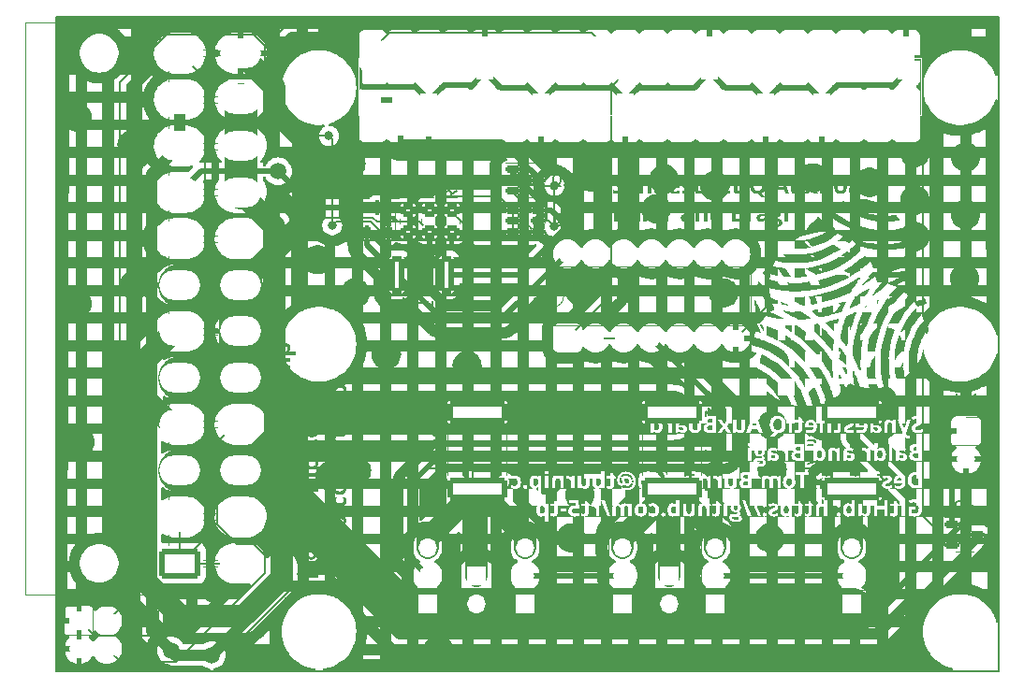
<source format=gm1>
G04 #@! TF.GenerationSoftware,KiCad,Pcbnew,(7.0.0-0)*
G04 #@! TF.CreationDate,2023-03-06T18:26:08+00:00*
G04 #@! TF.ProjectId,AuxBoard,41757842-6f61-4726-942e-6b696361645f,rev?*
G04 #@! TF.SameCoordinates,Original*
G04 #@! TF.FileFunction,Profile,NP*
%FSLAX46Y46*%
G04 Gerber Fmt 4.6, Leading zero omitted, Abs format (unit mm)*
G04 Created by KiCad (PCBNEW (7.0.0-0)) date 2023-03-06 18:26:08*
%MOMM*%
%LPD*%
G01*
G04 APERTURE LIST*
G04 Aperture macros list*
%AMRoundRect*
0 Rectangle with rounded corners*
0 $1 Rounding radius*
0 $2 $3 $4 $5 $6 $7 $8 $9 X,Y pos of 4 corners*
0 Add a 4 corners polygon primitive as box body*
4,1,4,$2,$3,$4,$5,$6,$7,$8,$9,$2,$3,0*
0 Add four circle primitives for the rounded corners*
1,1,$1+$1,$2,$3*
1,1,$1+$1,$4,$5*
1,1,$1+$1,$6,$7*
1,1,$1+$1,$8,$9*
0 Add four rect primitives between the rounded corners*
20,1,$1+$1,$2,$3,$4,$5,0*
20,1,$1+$1,$4,$5,$6,$7,0*
20,1,$1+$1,$6,$7,$8,$9,0*
20,1,$1+$1,$8,$9,$2,$3,0*%
G04 Aperture macros list end*
G04 #@! TA.AperFunction,Profile*
%ADD10C,0.200000*%
G04 #@! TD*
G04 #@! TA.AperFunction,SMDPad,CuDef*
%ADD11RoundRect,0.250000X0.400000X1.450000X-0.400000X1.450000X-0.400000X-1.450000X0.400000X-1.450000X0*%
G04 #@! TD*
G04 #@! TA.AperFunction,WasherPad*
%ADD12C,2.750000*%
G04 #@! TD*
G04 #@! TA.AperFunction,ComponentPad*
%ADD13R,1.600000X1.600000*%
G04 #@! TD*
G04 #@! TA.AperFunction,ComponentPad*
%ADD14O,1.600000X1.600000*%
G04 #@! TD*
G04 #@! TA.AperFunction,ComponentPad*
%ADD15R,1.700000X1.700000*%
G04 #@! TD*
G04 #@! TA.AperFunction,ComponentPad*
%ADD16O,1.700000X1.700000*%
G04 #@! TD*
G04 #@! TA.AperFunction,SMDPad,CuDef*
%ADD17RoundRect,0.250001X-2.474999X0.799999X-2.474999X-0.799999X2.474999X-0.799999X2.474999X0.799999X0*%
G04 #@! TD*
G04 #@! TA.AperFunction,SMDPad,CuDef*
%ADD18RoundRect,0.250000X0.450000X-0.350000X0.450000X0.350000X-0.450000X0.350000X-0.450000X-0.350000X0*%
G04 #@! TD*
G04 #@! TA.AperFunction,ComponentPad*
%ADD19RoundRect,0.250001X1.599999X-1.099999X1.599999X1.099999X-1.599999X1.099999X-1.599999X-1.099999X0*%
G04 #@! TD*
G04 #@! TA.AperFunction,ComponentPad*
%ADD20O,3.700000X2.700000*%
G04 #@! TD*
G04 #@! TA.AperFunction,SMDPad,CuDef*
%ADD21RoundRect,0.150000X-0.512500X-0.150000X0.512500X-0.150000X0.512500X0.150000X-0.512500X0.150000X0*%
G04 #@! TD*
G04 #@! TA.AperFunction,SMDPad,CuDef*
%ADD22RoundRect,0.150000X0.150000X-0.512500X0.150000X0.512500X-0.150000X0.512500X-0.150000X-0.512500X0*%
G04 #@! TD*
G04 #@! TA.AperFunction,SMDPad,CuDef*
%ADD23RoundRect,0.250001X2.474999X-0.799999X2.474999X0.799999X-2.474999X0.799999X-2.474999X-0.799999X0*%
G04 #@! TD*
G04 #@! TA.AperFunction,SMDPad,CuDef*
%ADD24RoundRect,0.250000X-0.450000X0.350000X-0.450000X-0.350000X0.450000X-0.350000X0.450000X0.350000X0*%
G04 #@! TD*
G04 #@! TA.AperFunction,ComponentPad*
%ADD25R,1.500000X4.000000*%
G04 #@! TD*
G04 #@! TA.AperFunction,ViaPad*
%ADD26C,0.800000*%
G04 #@! TD*
G04 #@! TA.AperFunction,ViaPad*
%ADD27C,1.500000*%
G04 #@! TD*
G04 #@! TA.AperFunction,Conductor*
%ADD28C,0.500000*%
G04 #@! TD*
G04 #@! TA.AperFunction,Conductor*
%ADD29C,0.200000*%
G04 #@! TD*
G04 #@! TA.AperFunction,Conductor*
%ADD30C,4.000000*%
G04 #@! TD*
G04 #@! TA.AperFunction,Conductor*
%ADD31C,2.000000*%
G04 #@! TD*
G04 #@! TA.AperFunction,Conductor*
%ADD32C,3.000000*%
G04 #@! TD*
G04 #@! TA.AperFunction,Conductor*
%ADD33C,1.000000*%
G04 #@! TD*
%ADD34RoundRect,0.250000X0.400000X1.450000X-0.400000X1.450000X-0.400000X-1.450000X0.400000X-1.450000X0*%
%ADD35RoundRect,0.250001X-2.474999X0.799999X-2.474999X-0.799999X2.474999X-0.799999X2.474999X0.799999X0*%
%ADD36RoundRect,0.250000X0.450000X-0.350000X0.450000X0.350000X-0.450000X0.350000X-0.450000X-0.350000X0*%
%ADD37RoundRect,0.150000X-0.512500X-0.150000X0.512500X-0.150000X0.512500X0.150000X-0.512500X0.150000X0*%
%ADD38RoundRect,0.150000X0.150000X-0.512500X0.150000X0.512500X-0.150000X0.512500X-0.150000X-0.512500X0*%
%ADD39RoundRect,0.250001X2.474999X-0.799999X2.474999X0.799999X-2.474999X0.799999X-2.474999X-0.799999X0*%
%ADD40RoundRect,0.250000X-0.450000X0.350000X-0.450000X-0.350000X0.450000X-0.350000X0.450000X0.350000X0*%
%ADD41C,0.300000*%
%ADD42C,0.150000*%
%ADD43C,0.120000*%
%ADD44C,2.750000*%
%ADD45R,1.600000X1.600000*%
%ADD46O,1.600000X1.600000*%
%ADD47R,1.700000X1.700000*%
%ADD48O,1.700000X1.700000*%
%ADD49C,3.000000*%
%ADD50RoundRect,0.250001X1.599999X-1.099999X1.599999X1.099999X-1.599999X1.099999X-1.599999X-1.099999X0*%
%ADD51O,3.700000X2.700000*%
%ADD52R,1.500000X4.000000*%
G04 APERTURE END LIST*
D10*
X104750000Y-49750000D02*
X190000000Y-49750000D01*
X190000000Y-49750000D02*
X190000000Y-109000000D01*
X190000000Y-109000000D02*
X104750000Y-109000000D01*
X104750000Y-109000000D02*
X104750000Y-49750000D01*
D11*
X140025000Y-73100000D03*
X135575000Y-73100000D03*
D12*
X128500000Y-79375000D03*
D13*
X150974999Y-78799999D03*
D14*
X153514999Y-78799999D03*
X156054999Y-78799999D03*
X158594999Y-78799999D03*
X161134999Y-78799999D03*
X163674999Y-78799999D03*
X166214999Y-78799999D03*
X166214999Y-71179999D03*
X163674999Y-71179999D03*
X161134999Y-71179999D03*
X158594999Y-71179999D03*
X156054999Y-71179999D03*
X153514999Y-71179999D03*
X150974999Y-71179999D03*
D15*
X176674999Y-102839999D03*
D16*
X176674999Y-100299999D03*
X176674999Y-97759999D03*
D17*
X160400000Y-85525000D03*
X160400000Y-92475000D03*
D18*
X140500000Y-69200000D03*
X140500000Y-67200000D03*
D19*
X115925000Y-99200000D03*
D20*
X115924999Y-94999999D03*
X115924999Y-90799999D03*
X115924999Y-86599999D03*
X115924999Y-82399999D03*
X115924999Y-78199999D03*
X115924999Y-73999999D03*
X115924999Y-69799999D03*
X115924999Y-65599999D03*
X115924999Y-61399999D03*
X115924999Y-57199999D03*
X115924999Y-52999999D03*
X121424999Y-99199999D03*
X121424999Y-94999999D03*
X121424999Y-90799999D03*
X121424999Y-86599999D03*
X121424999Y-82399999D03*
X121424999Y-78199999D03*
X121424999Y-73999999D03*
X121424999Y-69799999D03*
X121424999Y-65599999D03*
X121424999Y-61399999D03*
X121424999Y-57199999D03*
X121424999Y-52999999D03*
D21*
X146062500Y-63550000D03*
X146062500Y-65450000D03*
X148337500Y-64500000D03*
D15*
X138299999Y-102839999D03*
D16*
X138299999Y-100299999D03*
X138299999Y-97759999D03*
D15*
X142762499Y-100339999D03*
D16*
X142762499Y-102879999D03*
D22*
X132850000Y-69237500D03*
X134750000Y-69237500D03*
X133800000Y-66962500D03*
D23*
X176700000Y-92475000D03*
X176700000Y-85525000D03*
D21*
X146062500Y-67250000D03*
X146062500Y-68200000D03*
X146062500Y-69150000D03*
X148337500Y-69150000D03*
X148337500Y-68200000D03*
X148337500Y-67250000D03*
D15*
X155974999Y-102839999D03*
D16*
X155974999Y-100299999D03*
X155974999Y-97759999D03*
D23*
X142800000Y-92475000D03*
X142800000Y-85525000D03*
D15*
X160224999Y-100339999D03*
D16*
X160224999Y-102879999D03*
D15*
X147124999Y-102839999D03*
D16*
X147124999Y-100299999D03*
X147124999Y-97759999D03*
D12*
X128500000Y-105375000D03*
X186500000Y-105375000D03*
X128500000Y-56125000D03*
X186500000Y-79375000D03*
D15*
X164374999Y-102839999D03*
D16*
X164374999Y-100299999D03*
X164374999Y-97759999D03*
D15*
X187024999Y-87249999D03*
D16*
X187024999Y-89789999D03*
D12*
X186500000Y-56125000D03*
D24*
X136550000Y-67200000D03*
X136550000Y-69200000D03*
D21*
X185725000Y-95650000D03*
X185725000Y-97550000D03*
X188000000Y-96600000D03*
D18*
X138500000Y-69200000D03*
X138500000Y-67200000D03*
D15*
X106799999Y-104399999D03*
D16*
X109339999Y-104399999D03*
X106799999Y-106939999D03*
X109339999Y-106939999D03*
D25*
X133369999Y-53429999D03*
X133369999Y-58539999D03*
X135909999Y-53429999D03*
X135909999Y-58539999D03*
X138449999Y-53429999D03*
X138449999Y-58569999D03*
X140989999Y-53429999D03*
X140989999Y-58569999D03*
X143529999Y-53429999D03*
X143529999Y-58569999D03*
X146069999Y-53429999D03*
X146069999Y-58569999D03*
X148609999Y-53429999D03*
X148609999Y-58569999D03*
X151149999Y-53429999D03*
X151149999Y-58569999D03*
X153689999Y-53429999D03*
X153689999Y-58569999D03*
X156229999Y-53429999D03*
X156229999Y-58569999D03*
X158769999Y-53429999D03*
X158769999Y-58569999D03*
X161309999Y-53429999D03*
X161309999Y-58569999D03*
X163849999Y-53429999D03*
X163849999Y-58569999D03*
X166389999Y-53429999D03*
X166389999Y-58569999D03*
X168929999Y-53429999D03*
X168929999Y-58569999D03*
X171469999Y-53429999D03*
X171469999Y-58569999D03*
X174009999Y-53429999D03*
X174009999Y-58569999D03*
X176549999Y-53429999D03*
X176549999Y-58569999D03*
X179089999Y-53429999D03*
X179089999Y-58569999D03*
X181629999Y-53429999D03*
X181629999Y-58569999D03*
D26*
X129700000Y-51300000D03*
X131400000Y-63000000D03*
X127200000Y-63100000D03*
X187000000Y-62400000D03*
X186900000Y-73400000D03*
X187000000Y-67600000D03*
X149800000Y-65000000D03*
X149800000Y-68700000D03*
D27*
X125100000Y-99600500D03*
X124800000Y-63700000D03*
X118800000Y-107500000D03*
X115100000Y-107100000D03*
D26*
X178300000Y-64700000D03*
X181700000Y-106900000D03*
X169500000Y-90700000D03*
X182400500Y-69600000D03*
X134600000Y-80300000D03*
X127100000Y-68325000D03*
X131900000Y-90800000D03*
X128400000Y-71700000D03*
X152100000Y-93000000D03*
X152100000Y-74500000D03*
X165100000Y-74700000D03*
X179900000Y-79200000D03*
X106600000Y-75700000D03*
X151300000Y-96900000D03*
X131800000Y-74700000D03*
X182400500Y-66300000D03*
X173200000Y-64300000D03*
X111600000Y-61300000D03*
X175800000Y-74400000D03*
X159000000Y-67100000D03*
X169700000Y-81000000D03*
X119000000Y-101400000D03*
X169500000Y-86700000D03*
X169300000Y-96900000D03*
X141900000Y-81300000D03*
X106600000Y-58800000D03*
X129500000Y-91300000D03*
X149200000Y-91700000D03*
X164300000Y-65000000D03*
X106900000Y-88200000D03*
X111800000Y-74000000D03*
X139300000Y-107000000D03*
X121900000Y-107500000D03*
X153100000Y-64200000D03*
X159700000Y-64400000D03*
X185906590Y-51804167D03*
X182400500Y-62000000D03*
X173900000Y-69400000D03*
X129700000Y-68600000D03*
X129400000Y-60500000D03*
D28*
X185725000Y-95650000D02*
X185725000Y-90893458D01*
D29*
X185725000Y-97550000D02*
X183100000Y-94925000D01*
X182910607Y-50500000D02*
X125575000Y-50500000D01*
D28*
X185675000Y-87250000D02*
X187025000Y-87250000D01*
X185725000Y-90893458D02*
X185325499Y-90493957D01*
X185325499Y-87599501D02*
X185675000Y-87250000D01*
D29*
X125575000Y-50500000D02*
X123575000Y-52500000D01*
D28*
X185325499Y-90493957D02*
X185325499Y-87599501D01*
D29*
X183100000Y-50689393D02*
X182910607Y-50500000D01*
X183100000Y-94925000D02*
X183100000Y-50689393D01*
X129400000Y-60500000D02*
X127900000Y-60500000D01*
X127900000Y-60500000D02*
X123575000Y-56175000D01*
X110475000Y-55616548D02*
X110475000Y-103265000D01*
X122608452Y-51350000D02*
X114741548Y-51350000D01*
X123575000Y-56175000D02*
X123575000Y-52316548D01*
X123575000Y-52316548D02*
X122608452Y-51350000D01*
X114741548Y-51350000D02*
X110475000Y-55616548D01*
X110475000Y-103265000D02*
X109340000Y-104400000D01*
X110549500Y-108149500D02*
X109340000Y-106940000D01*
X123575000Y-100109218D02*
X115534718Y-108149500D01*
X120925000Y-86600000D02*
X119275000Y-88250000D01*
X122558452Y-97500000D02*
X123575000Y-98516548D01*
X121425000Y-86600000D02*
X120925000Y-86600000D01*
X115534718Y-108149500D02*
X110549500Y-108149500D01*
X123575000Y-98516548D02*
X123575000Y-100109218D01*
X121091548Y-97500000D02*
X122558452Y-97500000D01*
X119275000Y-88250000D02*
X119275000Y-95683452D01*
X119275000Y-95683452D02*
X121091548Y-97500000D01*
X134860000Y-51130000D02*
X153130000Y-51130000D01*
X133370000Y-54730000D02*
X133370000Y-52620000D01*
X133370000Y-52620000D02*
X134860000Y-51130000D01*
X153130000Y-51130000D02*
X153690000Y-51690000D01*
X153690000Y-51690000D02*
X153690000Y-54730000D01*
D28*
X135910000Y-61020000D02*
X135910000Y-57240000D01*
X148337500Y-64313972D02*
X145043528Y-61020000D01*
X148337500Y-64500000D02*
X148337500Y-64313972D01*
D29*
X149800000Y-65000000D02*
X148837500Y-65000000D01*
D28*
X145043528Y-61020000D02*
X135910000Y-61020000D01*
D29*
X149300000Y-68200000D02*
X149800000Y-68700000D01*
X148837500Y-65000000D02*
X148337500Y-64500000D01*
D28*
X133370000Y-57240000D02*
X135910000Y-57240000D01*
D29*
X148337500Y-68200000D02*
X149300000Y-68200000D01*
X150975000Y-78800000D02*
X154900000Y-74875000D01*
X154900000Y-56060000D02*
X156230000Y-54730000D01*
X154900000Y-74875000D02*
X154900000Y-56060000D01*
D30*
X160400000Y-85525000D02*
X142800000Y-85525000D01*
D31*
X124475000Y-68650000D02*
X124475000Y-82475000D01*
D30*
X127675000Y-85525000D02*
X127600000Y-85600000D01*
X142800000Y-85525000D02*
X127675000Y-85525000D01*
D31*
X124475000Y-82475000D02*
X127600000Y-85600000D01*
X125100000Y-88100000D02*
X125100000Y-99600500D01*
X121425000Y-65600000D02*
X124475000Y-68650000D01*
X127600000Y-85600000D02*
X125100000Y-88100000D01*
D32*
X121425000Y-57200000D02*
X121425000Y-65600000D01*
D28*
X124800000Y-63700000D02*
X128062500Y-66962500D01*
X128062500Y-66962500D02*
X133800000Y-66962500D01*
X133800000Y-66962500D02*
X136312500Y-66962500D01*
X136312500Y-66962500D02*
X136550000Y-67200000D01*
D33*
X113375000Y-105375000D02*
X113375000Y-63950000D01*
X182000000Y-102600000D02*
X182000000Y-103100000D01*
X135800000Y-105600000D02*
X131500000Y-101300000D01*
X113375000Y-63950000D02*
X115925000Y-61400000D01*
X115100000Y-107100000D02*
X113375000Y-105375000D01*
X125000000Y-101300000D02*
X118800000Y-107500000D01*
X182000000Y-93156498D02*
X182000000Y-102600000D01*
X176700000Y-87856498D02*
X182000000Y-93156498D01*
X176700000Y-85525000D02*
X176700000Y-87856498D01*
X179000000Y-105600000D02*
X135800000Y-105600000D01*
D28*
X188000000Y-97100000D02*
X188000000Y-96600000D01*
D33*
X115925000Y-57200000D02*
X115925000Y-61400000D01*
X182000000Y-102600000D02*
X179000000Y-105600000D01*
X131500000Y-101300000D02*
X125000000Y-101300000D01*
D28*
X182000000Y-103100000D02*
X188000000Y-97100000D01*
X139400000Y-89400000D02*
X165100000Y-89400000D01*
X138300000Y-100300000D02*
X136850000Y-98850000D01*
X158600000Y-78800000D02*
X158595000Y-78800000D01*
X136850000Y-98850000D02*
X136850000Y-91950000D01*
X165100000Y-85300000D02*
X158600000Y-78800000D01*
X136850000Y-91950000D02*
X139400000Y-89400000D01*
X165100000Y-89400000D02*
X165100000Y-85300000D01*
D29*
X153515000Y-78800000D02*
X156055000Y-78800000D01*
D31*
X176675000Y-92500000D02*
X176700000Y-92475000D01*
X176675000Y-97760000D02*
X176675000Y-92500000D01*
D28*
X164375000Y-100300000D02*
X176675000Y-100300000D01*
D31*
X147125000Y-97760000D02*
X147125000Y-96800000D01*
X138300000Y-96975000D02*
X142800000Y-92475000D01*
X142762500Y-92512500D02*
X142800000Y-92475000D01*
X142762500Y-100340000D02*
X142762500Y-92512500D01*
X138300000Y-97760000D02*
X138300000Y-96975000D01*
X147125000Y-96800000D02*
X142800000Y-92475000D01*
D28*
X147125000Y-100300000D02*
X155975000Y-100300000D01*
D31*
X164375000Y-96450000D02*
X160400000Y-92475000D01*
X155975000Y-96900000D02*
X160400000Y-92475000D01*
X160225000Y-100340000D02*
X160225000Y-92650000D01*
X164375000Y-97760000D02*
X164375000Y-96450000D01*
X155975000Y-97760000D02*
X155975000Y-96900000D01*
X160225000Y-92650000D02*
X160400000Y-92475000D01*
D29*
X115925000Y-99200000D02*
X118200000Y-96925000D01*
X118200000Y-55275000D02*
X115925000Y-53000000D01*
X118200000Y-96925000D02*
X118200000Y-55275000D01*
X115925000Y-99200000D02*
X121425000Y-99200000D01*
X115925000Y-99200000D02*
X115925000Y-95000000D01*
X133751376Y-68275000D02*
X133351875Y-67875499D01*
X140500000Y-69200000D02*
X138500000Y-69200000D01*
X133351875Y-67875499D02*
X127549501Y-67875499D01*
X137575000Y-68275000D02*
X133751376Y-68275000D01*
X127549501Y-67875499D02*
X127100000Y-68325000D01*
X138500000Y-69200000D02*
X137575000Y-68275000D01*
D28*
X134062500Y-71562500D02*
X139600000Y-77100000D01*
X134037500Y-71562500D02*
X134062500Y-71562500D01*
X139600000Y-77100000D02*
X145055000Y-77100000D01*
X132850000Y-70375000D02*
X134037500Y-71562500D01*
X134037500Y-71562500D02*
X135575000Y-73100000D01*
X145055000Y-77100000D02*
X150975000Y-71180000D01*
X132850000Y-69237500D02*
X132850000Y-70375000D01*
X149551375Y-67250000D02*
X148337500Y-67250000D01*
X146601375Y-73100000D02*
X150649500Y-69051875D01*
X148337500Y-66213972D02*
X146062500Y-63938972D01*
X140025000Y-73100000D02*
X146601375Y-73100000D01*
X150649500Y-68348125D02*
X149551375Y-67250000D01*
X150649500Y-69051875D02*
X150649500Y-68348125D01*
X148337500Y-67250000D02*
X148337500Y-66213972D01*
X146062500Y-63938972D02*
X146062500Y-63550000D01*
D29*
X144812500Y-66000000D02*
X139700000Y-66000000D01*
X139700000Y-66000000D02*
X138500000Y-67200000D01*
X146062500Y-69150000D02*
X146062500Y-67250000D01*
X146062500Y-67250000D02*
X144812500Y-66000000D01*
X147737500Y-69750000D02*
X142850000Y-69750000D01*
X148337500Y-69150000D02*
X147737500Y-69750000D01*
X147025000Y-66563604D02*
X147025000Y-68186396D01*
X140500000Y-67400000D02*
X140500000Y-67200000D01*
X147988604Y-69150000D02*
X148337500Y-69150000D01*
X142850000Y-69750000D02*
X140500000Y-67400000D01*
X146062500Y-65450000D02*
X146062500Y-65601104D01*
X147025000Y-68186396D02*
X147988604Y-69150000D01*
X146062500Y-65601104D02*
X147025000Y-66563604D01*
X134787500Y-69200000D02*
X134750000Y-69237500D01*
X133186396Y-68275000D02*
X130025000Y-68275000D01*
X130025000Y-68275000D02*
X129700000Y-68600000D01*
X136550000Y-69200000D02*
X134787500Y-69200000D01*
X134111396Y-69200000D02*
X133186396Y-68275000D01*
X136550000Y-69200000D02*
X134111396Y-69200000D01*
G04 #@! TA.AperFunction,Conductor*
G36*
X125263157Y-49767113D02*
G01*
X125308544Y-49812502D01*
X125325156Y-49874503D01*
X125308541Y-49936504D01*
X125271038Y-49974003D01*
X125272159Y-49975464D01*
X125153163Y-50066772D01*
X125153160Y-50066774D01*
X125146718Y-50071718D01*
X125141773Y-50078161D01*
X125141770Y-50078165D01*
X125127490Y-50096774D01*
X125116798Y-50108965D01*
X123754406Y-51471357D01*
X123698819Y-51503451D01*
X123634631Y-51503451D01*
X123579044Y-51471357D01*
X123066651Y-50958964D01*
X123055956Y-50946769D01*
X123041680Y-50928164D01*
X123036734Y-50921718D01*
X122911293Y-50825464D01*
X122903785Y-50822354D01*
X122772723Y-50768066D01*
X122772720Y-50768065D01*
X122765214Y-50764956D01*
X122757160Y-50763895D01*
X122757154Y-50763894D01*
X122647813Y-50749500D01*
X122616511Y-50745379D01*
X122608452Y-50744318D01*
X122600393Y-50745379D01*
X122577150Y-50748439D01*
X122560965Y-50749500D01*
X114789035Y-50749500D01*
X114772850Y-50748439D01*
X114749607Y-50745379D01*
X114741548Y-50744318D01*
X114733489Y-50745379D01*
X114702187Y-50749500D01*
X114592845Y-50763894D01*
X114592837Y-50763896D01*
X114584786Y-50764956D01*
X114577281Y-50768064D01*
X114577276Y-50768066D01*
X114446214Y-50822354D01*
X114446210Y-50822355D01*
X114438707Y-50825464D01*
X114432262Y-50830408D01*
X114432259Y-50830411D01*
X114319711Y-50916772D01*
X114319708Y-50916774D01*
X114313266Y-50921718D01*
X114308321Y-50928161D01*
X114308318Y-50928165D01*
X114294038Y-50946774D01*
X114283346Y-50958965D01*
X110083965Y-55158346D01*
X110071774Y-55169038D01*
X110053165Y-55183318D01*
X110053161Y-55183321D01*
X110046718Y-55188266D01*
X110041774Y-55194708D01*
X110041772Y-55194711D01*
X109980165Y-55274999D01*
X109980165Y-55275000D01*
X109955411Y-55307259D01*
X109955408Y-55307262D01*
X109950464Y-55313707D01*
X109947355Y-55321211D01*
X109947353Y-55321216D01*
X109893066Y-55452276D01*
X109893064Y-55452281D01*
X109889956Y-55459786D01*
X109888896Y-55467837D01*
X109888894Y-55467845D01*
X109877771Y-55552339D01*
X109869318Y-55616548D01*
X109870379Y-55624607D01*
X109873439Y-55647850D01*
X109874500Y-55664035D01*
X109874500Y-97699981D01*
X109855494Y-97765953D01*
X109804302Y-97811701D01*
X109736616Y-97823201D01*
X109673187Y-97796928D01*
X109634345Y-97765953D01*
X109613857Y-97749614D01*
X109485893Y-97675734D01*
X109390664Y-97620753D01*
X109390658Y-97620750D01*
X109386643Y-97618432D01*
X109382324Y-97616737D01*
X109382318Y-97616734D01*
X109146738Y-97524276D01*
X109146734Y-97524275D01*
X109142416Y-97522580D01*
X109137893Y-97521547D01*
X109137891Y-97521547D01*
X108891149Y-97465229D01*
X108891143Y-97465228D01*
X108886630Y-97464198D01*
X108882008Y-97463851D01*
X108882004Y-97463851D01*
X108692808Y-97449673D01*
X108692797Y-97449672D01*
X108690494Y-97449500D01*
X108559506Y-97449500D01*
X108557203Y-97449672D01*
X108557191Y-97449673D01*
X108367995Y-97463851D01*
X108367989Y-97463851D01*
X108363370Y-97464198D01*
X108358858Y-97465227D01*
X108358850Y-97465229D01*
X108112108Y-97521547D01*
X108112102Y-97521548D01*
X108107584Y-97522580D01*
X108103268Y-97524273D01*
X108103261Y-97524276D01*
X107867681Y-97616734D01*
X107867670Y-97616739D01*
X107863357Y-97618432D01*
X107859346Y-97620747D01*
X107859335Y-97620753D01*
X107640161Y-97747294D01*
X107636143Y-97749614D01*
X107632519Y-97752503D01*
X107632516Y-97752506D01*
X107434646Y-97910302D01*
X107434641Y-97910306D01*
X107431019Y-97913195D01*
X107427865Y-97916593D01*
X107427863Y-97916596D01*
X107255719Y-98102123D01*
X107255713Y-98102129D01*
X107252567Y-98105521D01*
X107249957Y-98109348D01*
X107249957Y-98109349D01*
X107117301Y-98303920D01*
X107104772Y-98322296D01*
X107102759Y-98326474D01*
X107102756Y-98326481D01*
X106992949Y-98554497D01*
X106992944Y-98554508D01*
X106990937Y-98558677D01*
X106989574Y-98563093D01*
X106989569Y-98563108D01*
X106914971Y-98804951D01*
X106914968Y-98804959D01*
X106913604Y-98809385D01*
X106912914Y-98813961D01*
X106912912Y-98813971D01*
X106875190Y-99064234D01*
X106875189Y-99064246D01*
X106874500Y-99068818D01*
X106874500Y-99331182D01*
X106875189Y-99335754D01*
X106875190Y-99335765D01*
X106912912Y-99586028D01*
X106912913Y-99586035D01*
X106913604Y-99590615D01*
X106914969Y-99595043D01*
X106914971Y-99595048D01*
X106989569Y-99836891D01*
X106989573Y-99836901D01*
X106990937Y-99841323D01*
X106992946Y-99845496D01*
X106992949Y-99845502D01*
X107101053Y-100069982D01*
X107104772Y-100077704D01*
X107252567Y-100294479D01*
X107431019Y-100486805D01*
X107636143Y-100650386D01*
X107863357Y-100781568D01*
X108107584Y-100877420D01*
X108363370Y-100935802D01*
X108559506Y-100950500D01*
X108688177Y-100950500D01*
X108690494Y-100950500D01*
X108886630Y-100935802D01*
X109142416Y-100877420D01*
X109386643Y-100781568D01*
X109613857Y-100650386D01*
X109673186Y-100603072D01*
X109736616Y-100576799D01*
X109804302Y-100588299D01*
X109855494Y-100634047D01*
X109874500Y-100700019D01*
X109874500Y-102964902D01*
X109865060Y-103012357D01*
X109838178Y-103052586D01*
X109823527Y-103067236D01*
X109767941Y-103099327D01*
X109703756Y-103099327D01*
X109580634Y-103066337D01*
X109580630Y-103066336D01*
X109575408Y-103064937D01*
X109570020Y-103064465D01*
X109570017Y-103064465D01*
X109345395Y-103044813D01*
X109340000Y-103044341D01*
X109334605Y-103044813D01*
X109109982Y-103064465D01*
X109109977Y-103064465D01*
X109104592Y-103064937D01*
X109099371Y-103066335D01*
X109099365Y-103066337D01*
X108881569Y-103124694D01*
X108881557Y-103124698D01*
X108876337Y-103126097D01*
X108871432Y-103128383D01*
X108871427Y-103128386D01*
X108667081Y-103223675D01*
X108667077Y-103223677D01*
X108662171Y-103225965D01*
X108657738Y-103229068D01*
X108657731Y-103229073D01*
X108473034Y-103358399D01*
X108473029Y-103358402D01*
X108468599Y-103361505D01*
X108464774Y-103365329D01*
X108464775Y-103365329D01*
X108346285Y-103483819D01*
X108293538Y-103515114D01*
X108232246Y-103517303D01*
X108177401Y-103489850D01*
X108142422Y-103439471D01*
X108096451Y-103316220D01*
X108088037Y-103300810D01*
X108012501Y-103199907D01*
X108000092Y-103187498D01*
X107899189Y-103111962D01*
X107883777Y-103103547D01*
X107764641Y-103059111D01*
X107749667Y-103055573D01*
X107701114Y-103050353D01*
X107694518Y-103050000D01*
X107066326Y-103050000D01*
X107053450Y-103053450D01*
X107050000Y-103066326D01*
X107050000Y-108256369D01*
X107052551Y-108267311D01*
X107063780Y-108266943D01*
X107258263Y-108214831D01*
X107268397Y-108211143D01*
X107472676Y-108115886D01*
X107482008Y-108110498D01*
X107666643Y-107981215D01*
X107674909Y-107974278D01*
X107834278Y-107814909D01*
X107841219Y-107806638D01*
X107968119Y-107625406D01*
X108012437Y-107586540D01*
X108069694Y-107572529D01*
X108126951Y-107586540D01*
X108171269Y-107625405D01*
X108298399Y-107806966D01*
X108298402Y-107806970D01*
X108301505Y-107811401D01*
X108468599Y-107978495D01*
X108662170Y-108114035D01*
X108876337Y-108213903D01*
X109104592Y-108275063D01*
X109340000Y-108295659D01*
X109575408Y-108275063D01*
X109703757Y-108240672D01*
X109767943Y-108240672D01*
X109823531Y-108272766D01*
X110091299Y-108540534D01*
X110101989Y-108552722D01*
X110121218Y-108577782D01*
X110214523Y-108649377D01*
X110246659Y-108674036D01*
X110392738Y-108734544D01*
X110481286Y-108746201D01*
X110538402Y-108769126D01*
X110577462Y-108816691D01*
X110588839Y-108877177D01*
X110569733Y-108935683D01*
X110524849Y-108977796D01*
X110465245Y-108993140D01*
X105027874Y-108999500D01*
X104874500Y-108999500D01*
X104812500Y-108982887D01*
X104767113Y-108937500D01*
X104750500Y-108875500D01*
X104750500Y-107192551D01*
X105472688Y-107192551D01*
X105473056Y-107203780D01*
X105525168Y-107398263D01*
X105528856Y-107408397D01*
X105624113Y-107612676D01*
X105629501Y-107622008D01*
X105758784Y-107806643D01*
X105765721Y-107814909D01*
X105925090Y-107974278D01*
X105933356Y-107981215D01*
X106117991Y-108110498D01*
X106127323Y-108115886D01*
X106331602Y-108211143D01*
X106341736Y-108214831D01*
X106536219Y-108266943D01*
X106547448Y-108267311D01*
X106550000Y-108256369D01*
X106550000Y-107206326D01*
X106546549Y-107193450D01*
X106533674Y-107190000D01*
X105483631Y-107190000D01*
X105472688Y-107192551D01*
X104750500Y-107192551D01*
X104750500Y-105294518D01*
X105450000Y-105294518D01*
X105450353Y-105301114D01*
X105455573Y-105349667D01*
X105459111Y-105364641D01*
X105503547Y-105483777D01*
X105511962Y-105499189D01*
X105587498Y-105600092D01*
X105599907Y-105612501D01*
X105700810Y-105688037D01*
X105716222Y-105696452D01*
X105839986Y-105742614D01*
X105890366Y-105777593D01*
X105917819Y-105832437D01*
X105915630Y-105893730D01*
X105884335Y-105946477D01*
X105765714Y-106065098D01*
X105758784Y-106073357D01*
X105629508Y-106257982D01*
X105624110Y-106267332D01*
X105528856Y-106471602D01*
X105525168Y-106481736D01*
X105473056Y-106676219D01*
X105472688Y-106687448D01*
X105483631Y-106690000D01*
X106533674Y-106690000D01*
X106546549Y-106686549D01*
X106550000Y-106673674D01*
X106550000Y-104666326D01*
X106546549Y-104653450D01*
X106533674Y-104650000D01*
X105466326Y-104650000D01*
X105453450Y-104653450D01*
X105450000Y-104666326D01*
X105450000Y-105294518D01*
X104750500Y-105294518D01*
X104750500Y-104133674D01*
X105450000Y-104133674D01*
X105453450Y-104146549D01*
X105466326Y-104150000D01*
X106533674Y-104150000D01*
X106546549Y-104146549D01*
X106550000Y-104133674D01*
X106550000Y-103066326D01*
X106546549Y-103053450D01*
X106533674Y-103050000D01*
X105905482Y-103050000D01*
X105898885Y-103050353D01*
X105850332Y-103055573D01*
X105835358Y-103059111D01*
X105716222Y-103103547D01*
X105700810Y-103111962D01*
X105599907Y-103187498D01*
X105587498Y-103199907D01*
X105511962Y-103300810D01*
X105503547Y-103316222D01*
X105459111Y-103435358D01*
X105455573Y-103450332D01*
X105450353Y-103498885D01*
X105450000Y-103505482D01*
X105450000Y-104133674D01*
X104750500Y-104133674D01*
X104750500Y-101500500D01*
X105749300Y-101500500D01*
X106500500Y-101500500D01*
X106500500Y-100949625D01*
X106481314Y-100927331D01*
X106478356Y-100923761D01*
X106466801Y-100909272D01*
X106463978Y-100905593D01*
X106430665Y-100860457D01*
X106427980Y-100856674D01*
X106280185Y-100639899D01*
X106277644Y-100636017D01*
X106247796Y-100588512D01*
X106245402Y-100584540D01*
X106236136Y-100568490D01*
X106233895Y-100564433D01*
X106207695Y-100514860D01*
X106205605Y-100510721D01*
X106091770Y-100274340D01*
X106089836Y-100270124D01*
X106067409Y-100218720D01*
X106065635Y-100214437D01*
X106058864Y-100197185D01*
X106057251Y-100192837D01*
X106038725Y-100139894D01*
X106037275Y-100135489D01*
X105995020Y-99998500D01*
X105754365Y-99998500D01*
X105749300Y-101500500D01*
X104750500Y-101500500D01*
X104750500Y-99000500D01*
X105757731Y-99000500D01*
X105879169Y-99000500D01*
X105880329Y-98985024D01*
X105880762Y-98980407D01*
X105887042Y-98924669D01*
X105887647Y-98920070D01*
X105926751Y-98660637D01*
X105927528Y-98656065D01*
X105937956Y-98600955D01*
X105938903Y-98596416D01*
X105943027Y-98578348D01*
X105944143Y-98573848D01*
X105958658Y-98519676D01*
X105959942Y-98515219D01*
X106037275Y-98264511D01*
X106038725Y-98260106D01*
X106057251Y-98207163D01*
X106058864Y-98202815D01*
X106065635Y-98185563D01*
X106067409Y-98181280D01*
X106089836Y-98129876D01*
X106091770Y-98125660D01*
X106205605Y-97889279D01*
X106207695Y-97885140D01*
X106233895Y-97835567D01*
X106236136Y-97831510D01*
X106245402Y-97815460D01*
X106247796Y-97811488D01*
X106277644Y-97763983D01*
X106280185Y-97760101D01*
X106427980Y-97543326D01*
X106430665Y-97539543D01*
X106460957Y-97498500D01*
X105762797Y-97498500D01*
X105757731Y-99000500D01*
X104750500Y-99000500D01*
X104750500Y-96500500D01*
X105766163Y-96500500D01*
X106500500Y-96500500D01*
X106500500Y-94998500D01*
X107498500Y-94998500D01*
X107498500Y-96500500D01*
X108100634Y-96500500D01*
X108141292Y-96491220D01*
X108145834Y-96490272D01*
X108200958Y-96479843D01*
X108205530Y-96479067D01*
X108223857Y-96476305D01*
X108228453Y-96475700D01*
X108284175Y-96469422D01*
X108288792Y-96468989D01*
X108484928Y-96454291D01*
X108487238Y-96454139D01*
X108515217Y-96452567D01*
X108517533Y-96452459D01*
X108526799Y-96452112D01*
X108529120Y-96452047D01*
X108557187Y-96451522D01*
X108559506Y-96451500D01*
X108690494Y-96451500D01*
X108692813Y-96451522D01*
X108720880Y-96452047D01*
X108723201Y-96452112D01*
X108732467Y-96452459D01*
X108734783Y-96452567D01*
X108762762Y-96454139D01*
X108765072Y-96454291D01*
X108876500Y-96462641D01*
X108876500Y-94998500D01*
X107498500Y-94998500D01*
X106500500Y-94998500D01*
X105771228Y-94998500D01*
X105766163Y-96500500D01*
X104750500Y-96500500D01*
X104750500Y-94000500D01*
X105774595Y-94000500D01*
X106500500Y-94000500D01*
X106500500Y-92498500D01*
X107498500Y-92498500D01*
X107498500Y-94000500D01*
X108876500Y-94000500D01*
X108876500Y-92498500D01*
X107498500Y-92498500D01*
X106500500Y-92498500D01*
X105779660Y-92498500D01*
X105774595Y-94000500D01*
X104750500Y-94000500D01*
X104750500Y-91500500D01*
X105783026Y-91500500D01*
X106500500Y-91500500D01*
X106500500Y-89998500D01*
X107498500Y-89998500D01*
X107498500Y-91500500D01*
X108876500Y-91500500D01*
X108876500Y-89998500D01*
X107498500Y-89998500D01*
X106500500Y-89998500D01*
X105788092Y-89998500D01*
X105783026Y-91500500D01*
X104750500Y-91500500D01*
X104750500Y-89000500D01*
X107954603Y-89000500D01*
X108876500Y-89000500D01*
X108876500Y-87498500D01*
X108028324Y-87498500D01*
X108035632Y-87510303D01*
X108134761Y-87709381D01*
X108143027Y-87730719D01*
X108203887Y-87944622D01*
X108208092Y-87967115D01*
X108228612Y-88188559D01*
X108228612Y-88211441D01*
X108208092Y-88432885D01*
X108203887Y-88455378D01*
X108143027Y-88669281D01*
X108134761Y-88690619D01*
X108035632Y-88889697D01*
X108023586Y-88909152D01*
X107954603Y-89000500D01*
X104750500Y-89000500D01*
X104750500Y-86500500D01*
X105799890Y-86500500D01*
X106500500Y-86500500D01*
X106500500Y-84998500D01*
X107498500Y-84998500D01*
X107498500Y-86500500D01*
X108876500Y-86500500D01*
X108876500Y-84998500D01*
X107498500Y-84998500D01*
X106500500Y-84998500D01*
X105804955Y-84998500D01*
X105799890Y-86500500D01*
X104750500Y-86500500D01*
X104750500Y-84000500D01*
X105808322Y-84000500D01*
X106500500Y-84000500D01*
X106500500Y-82498500D01*
X107498500Y-82498500D01*
X107498500Y-84000500D01*
X108876500Y-84000500D01*
X108876500Y-82498500D01*
X107498500Y-82498500D01*
X106500500Y-82498500D01*
X105813387Y-82498500D01*
X105808322Y-84000500D01*
X104750500Y-84000500D01*
X104750500Y-81500500D01*
X105816753Y-81500500D01*
X106500500Y-81500500D01*
X106500500Y-79998500D01*
X107498500Y-79998500D01*
X107498500Y-81500500D01*
X108876500Y-81500500D01*
X108876500Y-79998500D01*
X107498500Y-79998500D01*
X106500500Y-79998500D01*
X105821819Y-79998500D01*
X105816753Y-81500500D01*
X104750500Y-81500500D01*
X104750500Y-79000500D01*
X105825185Y-79000500D01*
X106500500Y-79000500D01*
X106500500Y-77498500D01*
X107498500Y-77498500D01*
X107498500Y-79000500D01*
X108876500Y-79000500D01*
X108876500Y-77498500D01*
X107498500Y-77498500D01*
X106500500Y-77498500D01*
X105830250Y-77498500D01*
X105825185Y-79000500D01*
X104750500Y-79000500D01*
X104750500Y-76500500D01*
X107654603Y-76500500D01*
X108876500Y-76500500D01*
X108876500Y-74998500D01*
X107728324Y-74998500D01*
X107735632Y-75010303D01*
X107834761Y-75209381D01*
X107843027Y-75230719D01*
X107903887Y-75444622D01*
X107908092Y-75467115D01*
X107928612Y-75688559D01*
X107928612Y-75711441D01*
X107908092Y-75932885D01*
X107903887Y-75955378D01*
X107843027Y-76169281D01*
X107834761Y-76190619D01*
X107735632Y-76389697D01*
X107723586Y-76409152D01*
X107654603Y-76500500D01*
X104750500Y-76500500D01*
X104750500Y-74000500D01*
X105842048Y-74000500D01*
X106500500Y-74000500D01*
X106500500Y-72498500D01*
X107498500Y-72498500D01*
X107498500Y-74000500D01*
X108876500Y-74000500D01*
X108876500Y-72498500D01*
X107498500Y-72498500D01*
X106500500Y-72498500D01*
X105847114Y-72498500D01*
X105842048Y-74000500D01*
X104750500Y-74000500D01*
X104750500Y-71500500D01*
X105850480Y-71500500D01*
X106500500Y-71500500D01*
X106500500Y-69998500D01*
X107498500Y-69998500D01*
X107498500Y-71500500D01*
X108876500Y-71500500D01*
X108876500Y-69998500D01*
X107498500Y-69998500D01*
X106500500Y-69998500D01*
X105855545Y-69998500D01*
X105850480Y-71500500D01*
X104750500Y-71500500D01*
X104750500Y-69000500D01*
X105858912Y-69000500D01*
X106500500Y-69000500D01*
X106500500Y-67498500D01*
X107498500Y-67498500D01*
X107498500Y-69000500D01*
X108876500Y-69000500D01*
X108876500Y-67498500D01*
X107498500Y-67498500D01*
X106500500Y-67498500D01*
X105863977Y-67498500D01*
X105858912Y-69000500D01*
X104750500Y-69000500D01*
X104750500Y-66500500D01*
X105867344Y-66500500D01*
X106500500Y-66500500D01*
X106500500Y-64998500D01*
X107498500Y-64998500D01*
X107498500Y-66500500D01*
X108876500Y-66500500D01*
X108876500Y-64998500D01*
X107498500Y-64998500D01*
X106500500Y-64998500D01*
X105872409Y-64998500D01*
X105867344Y-66500500D01*
X104750500Y-66500500D01*
X104750500Y-64376749D01*
X104750501Y-64376331D01*
X104750592Y-64349471D01*
X104751769Y-64000500D01*
X105875775Y-64000500D01*
X106500500Y-64000500D01*
X106500500Y-62498500D01*
X107498500Y-62498500D01*
X107498500Y-64000500D01*
X108876500Y-64000500D01*
X108876500Y-62498500D01*
X107498500Y-62498500D01*
X106500500Y-62498500D01*
X105880841Y-62498500D01*
X105875775Y-64000500D01*
X104751769Y-64000500D01*
X104760201Y-61500500D01*
X105884207Y-61500500D01*
X106500500Y-61500500D01*
X106500500Y-60124000D01*
X106488804Y-60124000D01*
X106466019Y-60121889D01*
X106247413Y-60081025D01*
X106225404Y-60074763D01*
X106028547Y-59998500D01*
X107498500Y-59998500D01*
X107498500Y-61500500D01*
X108876500Y-61500500D01*
X108876500Y-59998500D01*
X107498500Y-59998500D01*
X106028547Y-59998500D01*
X105889272Y-59998500D01*
X105884207Y-61500500D01*
X104760201Y-61500500D01*
X104773698Y-57498500D01*
X107498500Y-57498500D01*
X107498500Y-57827503D01*
X107574148Y-57896465D01*
X107589564Y-57913375D01*
X107723586Y-58090848D01*
X107735632Y-58110303D01*
X107834761Y-58309381D01*
X107843027Y-58330719D01*
X107903887Y-58544622D01*
X107908092Y-58567115D01*
X107928612Y-58788559D01*
X107928612Y-58811441D01*
X107911093Y-59000500D01*
X108876500Y-59000500D01*
X108876500Y-57498500D01*
X107498500Y-57498500D01*
X104773698Y-57498500D01*
X104777064Y-56500500D01*
X105901071Y-56500500D01*
X106500500Y-56500500D01*
X106500500Y-55510477D01*
X107498500Y-55510477D01*
X107498500Y-56500500D01*
X108876500Y-56500500D01*
X108876500Y-55737359D01*
X108765072Y-55745709D01*
X108762762Y-55745861D01*
X108734783Y-55747433D01*
X108732467Y-55747541D01*
X108723201Y-55747888D01*
X108720880Y-55747953D01*
X108692813Y-55748478D01*
X108690494Y-55748500D01*
X108559506Y-55748500D01*
X108557187Y-55748478D01*
X108529120Y-55747953D01*
X108526799Y-55747888D01*
X108517533Y-55747541D01*
X108515217Y-55747433D01*
X108487238Y-55745861D01*
X108484928Y-55745709D01*
X108288792Y-55731011D01*
X108284175Y-55730578D01*
X108228453Y-55724300D01*
X108223857Y-55723695D01*
X108205530Y-55720933D01*
X108200958Y-55720157D01*
X108145834Y-55709728D01*
X108141292Y-55708780D01*
X107885506Y-55650398D01*
X107881003Y-55649281D01*
X107826810Y-55634759D01*
X107822353Y-55633475D01*
X107804644Y-55628012D01*
X107800240Y-55626563D01*
X107747319Y-55608044D01*
X107742974Y-55606431D01*
X107498747Y-55510579D01*
X107498500Y-55510477D01*
X106500500Y-55510477D01*
X106500500Y-54998500D01*
X105906136Y-54998500D01*
X105901071Y-56500500D01*
X104777064Y-56500500D01*
X104788427Y-53131182D01*
X106874500Y-53131182D01*
X106875189Y-53135754D01*
X106875190Y-53135765D01*
X106912912Y-53386028D01*
X106912913Y-53386035D01*
X106913604Y-53390615D01*
X106914969Y-53395043D01*
X106914971Y-53395048D01*
X106989569Y-53636891D01*
X106989573Y-53636901D01*
X106990937Y-53641323D01*
X106992946Y-53645496D01*
X106992949Y-53645502D01*
X107033500Y-53729706D01*
X107104772Y-53877704D01*
X107252567Y-54094479D01*
X107431019Y-54286805D01*
X107636143Y-54450386D01*
X107863357Y-54581568D01*
X108107584Y-54677420D01*
X108363370Y-54735802D01*
X108559506Y-54750500D01*
X108688177Y-54750500D01*
X108690494Y-54750500D01*
X108886630Y-54735802D01*
X109142416Y-54677420D01*
X109386643Y-54581568D01*
X109613857Y-54450386D01*
X109818981Y-54286805D01*
X109997433Y-54094479D01*
X110145228Y-53877704D01*
X110259063Y-53641323D01*
X110336396Y-53390615D01*
X110375500Y-53131182D01*
X110375500Y-52868818D01*
X110336396Y-52609385D01*
X110259063Y-52358677D01*
X110145228Y-52122296D01*
X109997433Y-51905521D01*
X109818981Y-51713195D01*
X109613857Y-51549614D01*
X109478312Y-51471357D01*
X109390664Y-51420753D01*
X109390658Y-51420750D01*
X109386643Y-51418432D01*
X109382324Y-51416737D01*
X109382318Y-51416734D01*
X109146738Y-51324276D01*
X109146734Y-51324275D01*
X109142416Y-51322580D01*
X109137893Y-51321547D01*
X109137891Y-51321547D01*
X108891149Y-51265229D01*
X108891143Y-51265228D01*
X108886630Y-51264198D01*
X108882008Y-51263851D01*
X108882004Y-51263851D01*
X108692808Y-51249673D01*
X108692797Y-51249672D01*
X108690494Y-51249500D01*
X108559506Y-51249500D01*
X108557203Y-51249672D01*
X108557191Y-51249673D01*
X108367995Y-51263851D01*
X108367989Y-51263851D01*
X108363370Y-51264198D01*
X108358858Y-51265227D01*
X108358850Y-51265229D01*
X108112108Y-51321547D01*
X108112102Y-51321548D01*
X108107584Y-51322580D01*
X108103268Y-51324273D01*
X108103261Y-51324276D01*
X107867681Y-51416734D01*
X107867670Y-51416739D01*
X107863357Y-51418432D01*
X107859346Y-51420747D01*
X107859335Y-51420753D01*
X107640161Y-51547294D01*
X107636143Y-51549614D01*
X107632519Y-51552503D01*
X107632516Y-51552506D01*
X107434646Y-51710302D01*
X107434641Y-51710306D01*
X107431019Y-51713195D01*
X107427865Y-51716593D01*
X107427863Y-51716596D01*
X107255719Y-51902123D01*
X107255713Y-51902129D01*
X107252567Y-51905521D01*
X107249957Y-51909348D01*
X107249957Y-51909349D01*
X107140447Y-52069971D01*
X107104772Y-52122296D01*
X107102759Y-52126474D01*
X107102756Y-52126481D01*
X106992949Y-52354497D01*
X106992944Y-52354508D01*
X106990937Y-52358677D01*
X106989574Y-52363093D01*
X106989569Y-52363108D01*
X106914971Y-52604951D01*
X106914968Y-52604959D01*
X106913604Y-52609385D01*
X106912914Y-52613961D01*
X106912912Y-52613971D01*
X106875190Y-52864234D01*
X106875189Y-52864246D01*
X106874500Y-52868818D01*
X106874500Y-53131182D01*
X104788427Y-53131182D01*
X104796208Y-50824000D01*
X110304634Y-50824000D01*
X110441224Y-50932927D01*
X110444795Y-50935886D01*
X110487308Y-50972472D01*
X110490766Y-50975562D01*
X110504352Y-50988168D01*
X110507690Y-50991384D01*
X110547350Y-51031043D01*
X110550569Y-51034384D01*
X110729021Y-51226710D01*
X110732110Y-51230167D01*
X110768686Y-51272669D01*
X110771644Y-51276239D01*
X110783199Y-51290728D01*
X110786022Y-51294407D01*
X110819335Y-51339543D01*
X110822020Y-51343326D01*
X110929179Y-51500500D01*
X111500500Y-51500500D01*
X111500500Y-50824000D01*
X110304634Y-50824000D01*
X104796208Y-50824000D01*
X104799412Y-49874080D01*
X104816164Y-49812259D01*
X104861532Y-49767043D01*
X104923411Y-49750500D01*
X125201156Y-49750500D01*
X125263157Y-49767113D01*
G37*
G04 #@! TD.AperFunction*
G04 #@! TA.AperFunction,Conductor*
G36*
X126677535Y-102316890D02*
G01*
X126722860Y-102361726D01*
X126739916Y-102423157D01*
X126724195Y-102484942D01*
X126679852Y-102530750D01*
X126605808Y-102575300D01*
X126605795Y-102575308D01*
X126602931Y-102577032D01*
X126600273Y-102579052D01*
X126600262Y-102579060D01*
X126314197Y-102796521D01*
X126314189Y-102796527D01*
X126311538Y-102798543D01*
X126309114Y-102800838D01*
X126309107Y-102800845D01*
X126048240Y-103047951D01*
X126048225Y-103047966D01*
X126045803Y-103050261D01*
X126043640Y-103052806D01*
X126043629Y-103052819D01*
X125811014Y-103326675D01*
X125811008Y-103326682D01*
X125808841Y-103329234D01*
X125806960Y-103332006D01*
X125806954Y-103332016D01*
X125605314Y-103629412D01*
X125605306Y-103629423D01*
X125603430Y-103632192D01*
X125601867Y-103635139D01*
X125601861Y-103635150D01*
X125433546Y-103952625D01*
X125433537Y-103952643D01*
X125431979Y-103955583D01*
X125430740Y-103958691D01*
X125430737Y-103958699D01*
X125297743Y-104292488D01*
X125297738Y-104292502D01*
X125296498Y-104295615D01*
X125295598Y-104298853D01*
X125295598Y-104298856D01*
X125200704Y-104640634D01*
X125198575Y-104648301D01*
X125198031Y-104651617D01*
X125198029Y-104651628D01*
X125148020Y-104956671D01*
X125139358Y-105009508D01*
X125139176Y-105012858D01*
X125139175Y-105012871D01*
X125123548Y-105301114D01*
X125119542Y-105375000D01*
X125119724Y-105378357D01*
X125139175Y-105737128D01*
X125139176Y-105737139D01*
X125139358Y-105740492D01*
X125139902Y-105743813D01*
X125139903Y-105743818D01*
X125193928Y-106073357D01*
X125198575Y-106101699D01*
X125296498Y-106454385D01*
X125297740Y-106457502D01*
X125297743Y-106457511D01*
X125394107Y-106699365D01*
X125431979Y-106794417D01*
X125433541Y-106797363D01*
X125433546Y-106797374D01*
X125509162Y-106940000D01*
X125603430Y-107117808D01*
X125605312Y-107120584D01*
X125605314Y-107120587D01*
X125797245Y-107403663D01*
X125808841Y-107420766D01*
X125874869Y-107498500D01*
X126023659Y-107673670D01*
X126045803Y-107699739D01*
X126048234Y-107702042D01*
X126048240Y-107702048D01*
X126158660Y-107806643D01*
X126311538Y-107951457D01*
X126602931Y-108172968D01*
X126916565Y-108361675D01*
X127248764Y-108515367D01*
X127595632Y-108632240D01*
X127953103Y-108710926D01*
X128075728Y-108724262D01*
X128085042Y-108725275D01*
X128143044Y-108747174D01*
X128183195Y-108794415D01*
X128195457Y-108855189D01*
X128176765Y-108914303D01*
X128131792Y-108956978D01*
X128071780Y-108972547D01*
X127067198Y-108973722D01*
X119032414Y-108983120D01*
X118973524Y-108968322D01*
X118928720Y-108927338D01*
X118908747Y-108869996D01*
X118918393Y-108810046D01*
X118955345Y-108761864D01*
X119010743Y-108737003D01*
X119012579Y-108736679D01*
X119017977Y-108736207D01*
X119229330Y-108679575D01*
X119427639Y-108587102D01*
X119606877Y-108461598D01*
X119761598Y-108306877D01*
X119887102Y-108127639D01*
X119979575Y-107929330D01*
X120036207Y-107717977D01*
X120036678Y-107712581D01*
X120037240Y-107709399D01*
X120049366Y-107673670D01*
X120071673Y-107643246D01*
X121281246Y-106433673D01*
X122692627Y-106433673D01*
X122709798Y-106446640D01*
X122768880Y-106500500D01*
X124000500Y-106500500D01*
X124000500Y-105125803D01*
X122692627Y-106433673D01*
X121281246Y-106433673D01*
X125378100Y-102336819D01*
X125418329Y-102309939D01*
X125465782Y-102300500D01*
X126615923Y-102300500D01*
X126677535Y-102316890D01*
G37*
G04 #@! TD.AperFunction*
G04 #@! TA.AperFunction,Conductor*
G36*
X189946929Y-80197047D02*
G01*
X189985575Y-80241316D01*
X189999500Y-80298407D01*
X189999500Y-104451593D01*
X189985575Y-104508684D01*
X189946929Y-104552953D01*
X189892240Y-104574458D01*
X189833792Y-104568368D01*
X189784710Y-104536052D01*
X189756020Y-104484767D01*
X189730986Y-104394605D01*
X189703502Y-104295615D01*
X189568021Y-103955583D01*
X189559329Y-103939189D01*
X189439146Y-103712499D01*
X189396570Y-103632192D01*
X189191159Y-103329234D01*
X188954197Y-103050261D01*
X188951764Y-103047956D01*
X188951759Y-103047951D01*
X188690892Y-102800845D01*
X188688462Y-102798543D01*
X188414128Y-102590000D01*
X188399737Y-102579060D01*
X188399735Y-102579058D01*
X188397069Y-102577032D01*
X188394195Y-102575303D01*
X188394191Y-102575300D01*
X188086317Y-102390059D01*
X188086316Y-102390058D01*
X188083435Y-102388325D01*
X187751236Y-102234633D01*
X187670209Y-102207332D01*
X187407543Y-102118829D01*
X187407529Y-102118825D01*
X187404368Y-102117760D01*
X187401101Y-102117041D01*
X187401098Y-102117040D01*
X187050178Y-102039796D01*
X187050174Y-102039795D01*
X187046897Y-102039074D01*
X187043561Y-102038711D01*
X187043554Y-102038710D01*
X186686352Y-101999863D01*
X186686351Y-101999862D01*
X186683014Y-101999500D01*
X186316986Y-101999500D01*
X186313649Y-101999862D01*
X186313647Y-101999863D01*
X185956445Y-102038710D01*
X185956435Y-102038711D01*
X185953103Y-102039074D01*
X185949828Y-102039794D01*
X185949821Y-102039796D01*
X185598901Y-102117040D01*
X185598893Y-102117042D01*
X185595632Y-102117760D01*
X185592474Y-102118823D01*
X185592456Y-102118829D01*
X185251951Y-102233559D01*
X185251948Y-102233560D01*
X185248764Y-102234633D01*
X185245715Y-102236043D01*
X185245709Y-102236046D01*
X184919621Y-102386911D01*
X184916565Y-102388325D01*
X184913690Y-102390054D01*
X184913682Y-102390059D01*
X184605808Y-102575300D01*
X184605795Y-102575308D01*
X184602931Y-102577032D01*
X184600273Y-102579052D01*
X184600262Y-102579060D01*
X184314197Y-102796521D01*
X184314189Y-102796527D01*
X184311538Y-102798543D01*
X184309114Y-102800838D01*
X184309107Y-102800845D01*
X184048240Y-103047951D01*
X184048225Y-103047966D01*
X184045803Y-103050261D01*
X184043640Y-103052806D01*
X184043629Y-103052819D01*
X183811014Y-103326675D01*
X183811008Y-103326682D01*
X183808841Y-103329234D01*
X183806960Y-103332006D01*
X183806954Y-103332016D01*
X183605314Y-103629412D01*
X183605306Y-103629423D01*
X183603430Y-103632192D01*
X183601867Y-103635139D01*
X183601861Y-103635150D01*
X183433546Y-103952625D01*
X183433537Y-103952643D01*
X183431979Y-103955583D01*
X183430740Y-103958691D01*
X183430737Y-103958699D01*
X183297743Y-104292488D01*
X183297738Y-104292502D01*
X183296498Y-104295615D01*
X183295598Y-104298853D01*
X183295598Y-104298856D01*
X183200704Y-104640634D01*
X183198575Y-104648301D01*
X183198031Y-104651617D01*
X183198029Y-104651628D01*
X183148020Y-104956671D01*
X183139358Y-105009508D01*
X183139176Y-105012858D01*
X183139175Y-105012871D01*
X183123548Y-105301114D01*
X183119542Y-105375000D01*
X183119724Y-105378357D01*
X183139175Y-105737128D01*
X183139176Y-105737139D01*
X183139358Y-105740492D01*
X183139902Y-105743813D01*
X183139903Y-105743818D01*
X183193928Y-106073357D01*
X183198575Y-106101699D01*
X183296498Y-106454385D01*
X183297740Y-106457502D01*
X183297743Y-106457511D01*
X183394107Y-106699365D01*
X183431979Y-106794417D01*
X183433541Y-106797363D01*
X183433546Y-106797374D01*
X183509162Y-106940000D01*
X183603430Y-107117808D01*
X183605312Y-107120584D01*
X183605314Y-107120587D01*
X183797245Y-107403663D01*
X183808841Y-107420766D01*
X183874869Y-107498500D01*
X184023659Y-107673670D01*
X184045803Y-107699739D01*
X184048234Y-107702042D01*
X184048240Y-107702048D01*
X184158660Y-107806643D01*
X184311538Y-107951457D01*
X184602931Y-108172968D01*
X184916565Y-108361675D01*
X185248764Y-108515367D01*
X185595632Y-108632240D01*
X185721978Y-108660051D01*
X185775577Y-108686627D01*
X185810495Y-108735209D01*
X185818601Y-108794485D01*
X185798008Y-108850658D01*
X185753509Y-108890650D01*
X185695465Y-108905151D01*
X128937823Y-108971535D01*
X128877733Y-108956082D01*
X128832651Y-108913453D01*
X128813864Y-108854320D01*
X128826076Y-108793489D01*
X128866230Y-108746188D01*
X128924272Y-108724262D01*
X129046897Y-108710926D01*
X129404368Y-108632240D01*
X129751236Y-108515367D01*
X130083435Y-108361675D01*
X130397069Y-108172968D01*
X130688462Y-107951457D01*
X130954197Y-107699739D01*
X131125131Y-107498500D01*
X132498500Y-107498500D01*
X132498500Y-107843370D01*
X134000500Y-107841613D01*
X134000500Y-107498500D01*
X132498500Y-107498500D01*
X131125131Y-107498500D01*
X131191159Y-107420766D01*
X131396570Y-107117808D01*
X131568021Y-106794417D01*
X131685128Y-106500500D01*
X132726451Y-106500500D01*
X133874195Y-106500500D01*
X132873174Y-105499479D01*
X132857178Y-105794521D01*
X132856951Y-105797871D01*
X132853653Y-105838375D01*
X132853335Y-105841722D01*
X132851883Y-105855070D01*
X132851475Y-105858402D01*
X132845993Y-105898632D01*
X132845494Y-105901951D01*
X132786277Y-106263158D01*
X132785690Y-106266463D01*
X132778040Y-106306333D01*
X132777363Y-106309620D01*
X132774477Y-106322733D01*
X132773710Y-106326005D01*
X132763902Y-106365445D01*
X132763047Y-106368694D01*
X132726451Y-106500500D01*
X131685128Y-106500500D01*
X131703502Y-106454385D01*
X131801425Y-106101699D01*
X131860642Y-105740492D01*
X131880458Y-105375000D01*
X131860642Y-105009508D01*
X131801425Y-104648301D01*
X131703502Y-104295615D01*
X131568021Y-103955583D01*
X131559329Y-103939189D01*
X131439146Y-103712499D01*
X131396570Y-103632192D01*
X131191159Y-103329234D01*
X130954197Y-103050261D01*
X130951764Y-103047956D01*
X130951759Y-103047951D01*
X130690892Y-102800845D01*
X130688462Y-102798543D01*
X130414128Y-102590000D01*
X130399737Y-102579060D01*
X130399735Y-102579058D01*
X130397069Y-102577032D01*
X130394195Y-102575303D01*
X130394191Y-102575300D01*
X130320148Y-102530750D01*
X130275805Y-102484942D01*
X130260084Y-102423157D01*
X130277140Y-102361726D01*
X130322465Y-102316890D01*
X130384077Y-102300500D01*
X131034217Y-102300500D01*
X131081670Y-102309939D01*
X131121898Y-102336819D01*
X135082450Y-106297371D01*
X135084643Y-106299620D01*
X135144941Y-106363053D01*
X135173405Y-106382864D01*
X135193352Y-106396748D01*
X135200875Y-106402421D01*
X135241712Y-106435719D01*
X135241717Y-106435722D01*
X135246593Y-106439698D01*
X135252168Y-106442610D01*
X135273556Y-106453782D01*
X135286980Y-106461915D01*
X135311951Y-106479295D01*
X135360062Y-106499941D01*
X135366163Y-106502559D01*
X135374673Y-106506601D01*
X135426951Y-106533909D01*
X135456195Y-106542276D01*
X135470979Y-106547539D01*
X135498942Y-106559540D01*
X135556727Y-106571414D01*
X135565869Y-106573657D01*
X135622582Y-106589886D01*
X135628857Y-106590363D01*
X135628858Y-106590364D01*
X135632331Y-106590628D01*
X135652915Y-106592195D01*
X135668459Y-106594376D01*
X135692096Y-106599234D01*
X135692100Y-106599234D01*
X135698259Y-106600500D01*
X135757244Y-106600500D01*
X135766660Y-106600858D01*
X135825476Y-106605337D01*
X135855651Y-106601493D01*
X135871317Y-106600500D01*
X178985722Y-106600500D01*
X178988862Y-106600539D01*
X179076363Y-106602757D01*
X179134458Y-106592344D01*
X179143739Y-106591042D01*
X179202438Y-106585074D01*
X179231464Y-106575966D01*
X179246713Y-106572224D01*
X179276653Y-106566858D01*
X179331423Y-106544980D01*
X179340303Y-106541818D01*
X179359994Y-106535640D01*
X179396588Y-106524159D01*
X179423194Y-106509390D01*
X179437362Y-106502662D01*
X179465617Y-106491377D01*
X179514891Y-106458902D01*
X179522910Y-106454043D01*
X179574502Y-106425409D01*
X179589075Y-106412898D01*
X179597583Y-106405594D01*
X179610125Y-106396137D01*
X179635519Y-106379402D01*
X179677238Y-106337681D01*
X179684122Y-106331301D01*
X179728895Y-106292866D01*
X179747520Y-106268802D01*
X179757879Y-106257040D01*
X181878379Y-104136540D01*
X181921523Y-104108496D01*
X181972335Y-104100382D01*
X182050936Y-104104369D01*
X182252071Y-104073556D01*
X182442887Y-104002886D01*
X182615571Y-103895252D01*
X182763053Y-103755059D01*
X182879295Y-103588049D01*
X182959540Y-103401058D01*
X183000500Y-103201741D01*
X183000500Y-103198901D01*
X183011300Y-103160227D01*
X183035628Y-103125739D01*
X185044778Y-101116588D01*
X187498500Y-101116588D01*
X187618911Y-101143093D01*
X187622180Y-101143859D01*
X187661615Y-101153666D01*
X187664865Y-101154522D01*
X187677801Y-101158114D01*
X187681025Y-101159056D01*
X187719836Y-101170974D01*
X187723029Y-101172002D01*
X188069897Y-101288875D01*
X188073065Y-101289990D01*
X188111208Y-101304003D01*
X188114347Y-101305205D01*
X188126820Y-101310175D01*
X188129923Y-101311460D01*
X188167222Y-101327506D01*
X188170285Y-101328874D01*
X188502484Y-101482566D01*
X188505512Y-101484016D01*
X188538750Y-101500500D01*
X188950996Y-101500500D01*
X188945921Y-99998500D01*
X187574249Y-99998500D01*
X187498500Y-100074249D01*
X187498500Y-101116588D01*
X185044778Y-101116588D01*
X188485638Y-97675727D01*
X188499262Y-97663953D01*
X188518530Y-97649610D01*
X188550372Y-97611661D01*
X188557686Y-97603681D01*
X188558267Y-97603099D01*
X188561590Y-97599777D01*
X188580836Y-97575433D01*
X188583058Y-97572706D01*
X188631302Y-97515214D01*
X188634547Y-97508751D01*
X188636440Y-97505874D01*
X188636644Y-97505591D01*
X188636821Y-97505274D01*
X188638622Y-97502353D01*
X188643111Y-97496677D01*
X188674808Y-97428699D01*
X188676376Y-97425463D01*
X188678956Y-97420325D01*
X188710451Y-97380657D01*
X188755177Y-97356892D01*
X188772898Y-97351744D01*
X188914365Y-97268081D01*
X189030581Y-97151865D01*
X189114244Y-97010398D01*
X189160098Y-96852569D01*
X189163000Y-96815694D01*
X189163000Y-96384306D01*
X189160098Y-96347431D01*
X189114244Y-96189602D01*
X189054209Y-96088088D01*
X189034553Y-96054851D01*
X189034552Y-96054849D01*
X189030581Y-96048135D01*
X188914365Y-95931919D01*
X188907649Y-95927947D01*
X188907648Y-95927946D01*
X188779613Y-95852227D01*
X188779611Y-95852226D01*
X188772898Y-95848256D01*
X188765405Y-95846079D01*
X188621157Y-95804170D01*
X188621150Y-95804168D01*
X188615069Y-95802402D01*
X188608758Y-95801905D01*
X188608751Y-95801904D01*
X188580628Y-95799691D01*
X188580614Y-95799690D01*
X188578194Y-95799500D01*
X187421806Y-95799500D01*
X187419386Y-95799690D01*
X187419371Y-95799691D01*
X187391248Y-95801904D01*
X187391239Y-95801905D01*
X187384931Y-95802402D01*
X187378851Y-95804168D01*
X187378842Y-95804170D01*
X187234594Y-95846079D01*
X187234591Y-95846080D01*
X187227102Y-95848256D01*
X187220391Y-95852224D01*
X187220386Y-95852227D01*
X187092350Y-95927947D01*
X187092345Y-95927950D01*
X187085635Y-95931919D01*
X187085052Y-95932501D01*
X187024641Y-95956697D01*
X186957449Y-95944699D01*
X186906785Y-95898962D01*
X186888000Y-95833343D01*
X186888000Y-95436751D01*
X186888000Y-95434306D01*
X186885098Y-95397431D01*
X186839244Y-95239602D01*
X186755581Y-95098135D01*
X186639365Y-94981919D01*
X186632651Y-94977948D01*
X186632648Y-94977946D01*
X186580160Y-94946905D01*
X186536377Y-94921012D01*
X186491790Y-94875719D01*
X186475500Y-94814282D01*
X186475500Y-92498500D01*
X187498500Y-92498500D01*
X187498500Y-94000500D01*
X188925658Y-94000500D01*
X188920583Y-92498500D01*
X187498500Y-92498500D01*
X186475500Y-92498500D01*
X186475500Y-91201985D01*
X186488288Y-91147141D01*
X186524014Y-91103609D01*
X186575309Y-91080368D01*
X186631594Y-91082210D01*
X186761219Y-91116943D01*
X186772448Y-91117311D01*
X186775000Y-91106369D01*
X187275000Y-91106369D01*
X187277551Y-91117311D01*
X187288780Y-91116943D01*
X187483263Y-91064831D01*
X187493397Y-91061143D01*
X187697676Y-90965886D01*
X187707008Y-90960498D01*
X187891643Y-90831215D01*
X187899909Y-90824278D01*
X188059278Y-90664909D01*
X188066215Y-90656643D01*
X188195498Y-90472008D01*
X188200886Y-90462676D01*
X188296143Y-90258397D01*
X188299831Y-90248263D01*
X188351943Y-90053780D01*
X188352311Y-90042551D01*
X188341369Y-90040000D01*
X187291326Y-90040000D01*
X187278450Y-90043450D01*
X187275000Y-90056326D01*
X187275000Y-91106369D01*
X186775000Y-91106369D01*
X186775000Y-89664000D01*
X186791613Y-89602000D01*
X186837000Y-89556613D01*
X186899000Y-89540000D01*
X188341369Y-89540000D01*
X188352311Y-89537448D01*
X188351943Y-89526219D01*
X188299831Y-89331736D01*
X188296143Y-89321602D01*
X188200889Y-89117332D01*
X188195491Y-89107982D01*
X188066215Y-88923357D01*
X188059280Y-88915092D01*
X187941053Y-88796865D01*
X187909757Y-88744119D01*
X187907568Y-88682825D01*
X187935022Y-88627981D01*
X187985398Y-88593003D01*
X188117331Y-88543796D01*
X188232546Y-88457546D01*
X188318796Y-88342331D01*
X188369091Y-88207483D01*
X188375500Y-88147873D01*
X188375499Y-86352128D01*
X188369091Y-86292517D01*
X188318796Y-86157669D01*
X188232546Y-86042454D01*
X188182897Y-86005287D01*
X188124431Y-85961519D01*
X188124430Y-85961518D01*
X188117331Y-85956204D01*
X187982483Y-85905909D01*
X187974770Y-85905079D01*
X187974767Y-85905079D01*
X187926180Y-85899855D01*
X187926169Y-85899854D01*
X187922873Y-85899500D01*
X187919550Y-85899500D01*
X186130439Y-85899500D01*
X186130420Y-85899500D01*
X186127128Y-85899501D01*
X186123850Y-85899853D01*
X186123838Y-85899854D01*
X186075231Y-85905079D01*
X186075225Y-85905080D01*
X186067517Y-85905909D01*
X186060252Y-85908618D01*
X186060246Y-85908620D01*
X185940980Y-85953104D01*
X185940978Y-85953104D01*
X185932669Y-85956204D01*
X185925572Y-85961516D01*
X185925568Y-85961519D01*
X185824550Y-86037141D01*
X185824546Y-86037144D01*
X185817454Y-86042454D01*
X185812144Y-86049546D01*
X185812141Y-86049550D01*
X185736519Y-86150568D01*
X185736516Y-86150572D01*
X185731204Y-86157669D01*
X185728104Y-86165978D01*
X185728104Y-86165980D01*
X185683620Y-86285247D01*
X185683619Y-86285250D01*
X185680909Y-86292517D01*
X185680079Y-86300227D01*
X185680079Y-86300232D01*
X185674855Y-86348819D01*
X185674854Y-86348831D01*
X185674500Y-86352127D01*
X185674500Y-86355449D01*
X185674500Y-86383052D01*
X185659645Y-86441903D01*
X185618639Y-86486653D01*
X185561308Y-86506579D01*
X185553528Y-86507260D01*
X185529393Y-86509371D01*
X185529385Y-86509372D01*
X185522203Y-86510001D01*
X185515352Y-86512270D01*
X185511935Y-86512976D01*
X185511619Y-86513027D01*
X185511295Y-86513119D01*
X185507913Y-86513920D01*
X185500745Y-86514759D01*
X185493968Y-86517225D01*
X185493957Y-86517228D01*
X185430231Y-86540421D01*
X185426831Y-86541603D01*
X185396863Y-86551533D01*
X185355666Y-86565186D01*
X185349526Y-86568972D01*
X185346356Y-86570450D01*
X185346061Y-86570571D01*
X185345780Y-86570729D01*
X185342663Y-86572294D01*
X185335883Y-86574763D01*
X185329855Y-86578727D01*
X185329852Y-86578729D01*
X185273228Y-86615970D01*
X185270190Y-86617905D01*
X185212487Y-86653498D01*
X185212482Y-86653501D01*
X185206344Y-86657288D01*
X185201246Y-86662385D01*
X185198503Y-86664554D01*
X185198247Y-86664739D01*
X185197997Y-86664968D01*
X185195330Y-86667205D01*
X185189304Y-86671170D01*
X185184352Y-86676419D01*
X185137849Y-86725708D01*
X185135337Y-86728293D01*
X184839857Y-87023773D01*
X184826229Y-87035551D01*
X184812762Y-87045577D01*
X184812756Y-87045582D01*
X184806969Y-87049891D01*
X184802331Y-87055417D01*
X184802329Y-87055420D01*
X184775132Y-87087831D01*
X184767849Y-87095781D01*
X184766468Y-87097162D01*
X184766454Y-87097177D01*
X184763908Y-87099724D01*
X184761672Y-87102551D01*
X184761670Y-87102554D01*
X184744675Y-87124047D01*
X184742401Y-87126838D01*
X184698838Y-87178755D01*
X184698834Y-87178759D01*
X184694197Y-87184287D01*
X184690959Y-87190731D01*
X184689036Y-87193656D01*
X184688851Y-87193912D01*
X184688691Y-87194199D01*
X184686862Y-87197164D01*
X184682388Y-87202824D01*
X184679338Y-87209363D01*
X184679337Y-87209366D01*
X184650691Y-87270795D01*
X184649122Y-87274037D01*
X184618695Y-87334623D01*
X184618693Y-87334628D01*
X184615459Y-87341068D01*
X184613795Y-87348085D01*
X184612608Y-87351348D01*
X184612476Y-87351664D01*
X184612387Y-87351981D01*
X184611290Y-87355288D01*
X184608242Y-87361828D01*
X184606783Y-87368891D01*
X184606782Y-87368896D01*
X184593073Y-87435288D01*
X184592293Y-87438807D01*
X184576663Y-87504756D01*
X184576662Y-87504761D01*
X184574999Y-87511780D01*
X184574999Y-87518992D01*
X184574596Y-87522440D01*
X184574542Y-87522774D01*
X184574527Y-87523127D01*
X184574225Y-87526571D01*
X184572765Y-87533645D01*
X184572975Y-87540861D01*
X184572975Y-87540862D01*
X184574947Y-87608631D01*
X184574999Y-87612238D01*
X184574999Y-90430250D01*
X184573690Y-90448221D01*
X184570210Y-90471980D01*
X184570839Y-90479171D01*
X184570839Y-90479178D01*
X184574527Y-90521326D01*
X184574999Y-90532133D01*
X184574999Y-90537666D01*
X184575415Y-90541229D01*
X184575416Y-90541239D01*
X184578597Y-90568453D01*
X184578963Y-90572039D01*
X184584870Y-90639561D01*
X184584871Y-90639566D01*
X184585500Y-90646754D01*
X184587770Y-90653606D01*
X184588475Y-90657020D01*
X184588527Y-90657341D01*
X184588619Y-90657666D01*
X184589419Y-90661042D01*
X184590258Y-90668212D01*
X184615912Y-90738699D01*
X184617081Y-90742065D01*
X184638412Y-90806436D01*
X184638416Y-90806446D01*
X184640685Y-90813291D01*
X184644470Y-90819429D01*
X184645942Y-90822585D01*
X184646069Y-90822892D01*
X184646228Y-90823177D01*
X184647794Y-90826295D01*
X184650262Y-90833074D01*
X184654226Y-90839101D01*
X184654228Y-90839105D01*
X184691478Y-90895741D01*
X184693399Y-90898756D01*
X184703687Y-90915435D01*
X184727414Y-90953903D01*
X184732787Y-90962613D01*
X184737891Y-90967717D01*
X184740041Y-90970436D01*
X184740238Y-90970709D01*
X184740472Y-90970964D01*
X184742701Y-90973620D01*
X184746669Y-90979653D01*
X184751922Y-90984609D01*
X184751923Y-90984610D01*
X184801207Y-91031107D01*
X184803794Y-91033620D01*
X184938181Y-91168007D01*
X184965061Y-91208235D01*
X184974500Y-91255688D01*
X184974500Y-94814282D01*
X184958210Y-94875719D01*
X184913622Y-94921012D01*
X184885244Y-94937795D01*
X184817351Y-94977946D01*
X184817344Y-94977950D01*
X184810635Y-94981919D01*
X184805120Y-94987433D01*
X184805116Y-94987437D01*
X184699937Y-95092616D01*
X184699933Y-95092620D01*
X184694419Y-95098135D01*
X184690450Y-95104844D01*
X184690446Y-95104851D01*
X184614727Y-95232886D01*
X184614724Y-95232891D01*
X184610756Y-95239602D01*
X184608580Y-95247091D01*
X184608579Y-95247094D01*
X184591153Y-95307075D01*
X184558370Y-95361528D01*
X184502914Y-95392584D01*
X184439357Y-95392085D01*
X184384396Y-95360161D01*
X183736819Y-94712584D01*
X183709939Y-94672356D01*
X183700500Y-94624903D01*
X183700500Y-83484171D01*
X184998500Y-83484171D01*
X184998500Y-84000500D01*
X186500500Y-84000500D01*
X187498500Y-84000500D01*
X188891874Y-84000500D01*
X188888635Y-83041923D01*
X188597958Y-83216818D01*
X188595054Y-83218512D01*
X188559679Y-83238511D01*
X188556734Y-83240124D01*
X188544871Y-83246413D01*
X188541885Y-83247945D01*
X188505512Y-83265984D01*
X188502484Y-83267434D01*
X188170285Y-83421126D01*
X188167222Y-83422494D01*
X188129923Y-83438540D01*
X188126820Y-83439825D01*
X188114347Y-83444795D01*
X188111208Y-83445997D01*
X188073065Y-83460010D01*
X188069897Y-83461125D01*
X187723029Y-83577998D01*
X187719836Y-83579026D01*
X187681025Y-83590944D01*
X187677801Y-83591886D01*
X187664865Y-83595478D01*
X187661615Y-83596334D01*
X187622180Y-83606141D01*
X187618911Y-83606907D01*
X187498500Y-83633412D01*
X187498500Y-84000500D01*
X186500500Y-84000500D01*
X186500500Y-83748500D01*
X186316986Y-83748500D01*
X186313628Y-83748455D01*
X186273019Y-83747355D01*
X186269663Y-83747218D01*
X186256256Y-83746491D01*
X186252907Y-83746264D01*
X186212428Y-83742968D01*
X186209084Y-83742650D01*
X185845201Y-83703076D01*
X185841868Y-83702668D01*
X185801632Y-83697186D01*
X185798313Y-83696688D01*
X185785063Y-83694516D01*
X185781755Y-83693927D01*
X185741850Y-83686270D01*
X185738560Y-83685593D01*
X185381089Y-83606907D01*
X185377820Y-83606141D01*
X185338385Y-83596334D01*
X185335135Y-83595478D01*
X185322199Y-83591886D01*
X185318975Y-83590944D01*
X185280164Y-83579026D01*
X185276971Y-83577998D01*
X184998500Y-83484171D01*
X183700500Y-83484171D01*
X183700500Y-81630741D01*
X183714944Y-81572658D01*
X183754913Y-81528108D01*
X183811093Y-81507468D01*
X183870397Y-81515548D01*
X183919008Y-81550465D01*
X184028027Y-81678812D01*
X184045803Y-81699739D01*
X184048234Y-81702042D01*
X184048240Y-81702048D01*
X184208097Y-81853472D01*
X184311538Y-81951457D01*
X184602931Y-82172968D01*
X184916565Y-82361675D01*
X185248764Y-82515367D01*
X185595632Y-82632240D01*
X185953103Y-82710926D01*
X186316986Y-82750500D01*
X186679656Y-82750500D01*
X186683014Y-82750500D01*
X187046897Y-82710926D01*
X187404368Y-82632240D01*
X187751236Y-82515367D01*
X188083435Y-82361675D01*
X188397069Y-82172968D01*
X188688462Y-81951457D01*
X188954197Y-81699739D01*
X189191159Y-81420766D01*
X189396570Y-81117808D01*
X189568021Y-80794417D01*
X189703502Y-80454385D01*
X189756019Y-80265233D01*
X189784710Y-80213948D01*
X189833792Y-80181632D01*
X189892240Y-80175542D01*
X189946929Y-80197047D01*
G37*
G04 #@! TD.AperFunction*
G04 #@! TA.AperFunction,Conductor*
G36*
X113568304Y-53460619D02*
G01*
X113623927Y-53493015D01*
X113655815Y-53548931D01*
X113667784Y-53594715D01*
X113667787Y-53594724D01*
X113668928Y-53599088D01*
X113670693Y-53603242D01*
X113670696Y-53603250D01*
X113754417Y-53800261D01*
X113774870Y-53848390D01*
X113777226Y-53852251D01*
X113777229Y-53852256D01*
X113862839Y-53992532D01*
X113915982Y-54079610D01*
X113918885Y-54083098D01*
X114086063Y-54283985D01*
X114089255Y-54287820D01*
X114092630Y-54290844D01*
X114092631Y-54290845D01*
X114194580Y-54382192D01*
X114290998Y-54468582D01*
X114516910Y-54618044D01*
X114762176Y-54733020D01*
X115021569Y-54811060D01*
X115289561Y-54850500D01*
X116490369Y-54850500D01*
X116492631Y-54850500D01*
X116695156Y-54835677D01*
X116805559Y-54811083D01*
X116867157Y-54813052D01*
X116920200Y-54844435D01*
X117443962Y-55368197D01*
X117477114Y-55428033D01*
X117473493Y-55496344D01*
X117434199Y-55552339D01*
X117371193Y-55578978D01*
X117303648Y-55568154D01*
X117091929Y-55468904D01*
X117091925Y-55468902D01*
X117087824Y-55466980D01*
X117083477Y-55465672D01*
X117083474Y-55465671D01*
X116832772Y-55390246D01*
X116832771Y-55390245D01*
X116828431Y-55388940D01*
X116823957Y-55388281D01*
X116823950Y-55388280D01*
X116564913Y-55350158D01*
X116564907Y-55350157D01*
X116560439Y-55349500D01*
X115357369Y-55349500D01*
X115355120Y-55349664D01*
X115355109Y-55349665D01*
X115159363Y-55363992D01*
X115159359Y-55363992D01*
X115154844Y-55364323D01*
X115150426Y-55365307D01*
X115150420Y-55365308D01*
X114894877Y-55422232D01*
X114894861Y-55422236D01*
X114890447Y-55423220D01*
X114886216Y-55424838D01*
X114886210Y-55424840D01*
X114641673Y-55518367D01*
X114641663Y-55518371D01*
X114637442Y-55519986D01*
X114633494Y-55522201D01*
X114633489Y-55522204D01*
X114405176Y-55650340D01*
X114405171Y-55650343D01*
X114401223Y-55652559D01*
X114397639Y-55655325D01*
X114397635Y-55655329D01*
X114190407Y-55815343D01*
X114190394Y-55815354D01*
X114186823Y-55818112D01*
X114183685Y-55821366D01*
X114183678Y-55821373D01*
X114001958Y-56009857D01*
X114001952Y-56009864D01*
X113998814Y-56013119D01*
X113996189Y-56016787D01*
X113996179Y-56016800D01*
X113843834Y-56229740D01*
X113843830Y-56229745D01*
X113841201Y-56233421D01*
X113839132Y-56237444D01*
X113839129Y-56237450D01*
X113719416Y-56470293D01*
X113719411Y-56470304D01*
X113717344Y-56474325D01*
X113715884Y-56478602D01*
X113715879Y-56478616D01*
X113631348Y-56726395D01*
X113631344Y-56726407D01*
X113629882Y-56730695D01*
X113629057Y-56735159D01*
X113629057Y-56735161D01*
X113581504Y-56992606D01*
X113581502Y-56992619D01*
X113580681Y-56997067D01*
X113580515Y-57001593D01*
X113580515Y-57001599D01*
X113572349Y-57225054D01*
X113570788Y-57267765D01*
X113571282Y-57272262D01*
X113571283Y-57272267D01*
X113599917Y-57532506D01*
X113599918Y-57532513D01*
X113600414Y-57537018D01*
X113601559Y-57541398D01*
X113601561Y-57541408D01*
X113634998Y-57669305D01*
X113668928Y-57799088D01*
X113670693Y-57803242D01*
X113670696Y-57803250D01*
X113750269Y-57990500D01*
X113774870Y-58048390D01*
X113777226Y-58052251D01*
X113777229Y-58052256D01*
X113849555Y-58170766D01*
X113915982Y-58279610D01*
X114089255Y-58487820D01*
X114092630Y-58490844D01*
X114092631Y-58490845D01*
X114174704Y-58564383D01*
X114290998Y-58668582D01*
X114516910Y-58818044D01*
X114762176Y-58933020D01*
X114836225Y-58955298D01*
X114882117Y-58980688D01*
X114913408Y-59022779D01*
X114924500Y-59074040D01*
X114924500Y-59524862D01*
X114914623Y-59573359D01*
X114886565Y-59614130D01*
X114844796Y-59640680D01*
X114641678Y-59718365D01*
X114641667Y-59718369D01*
X114637442Y-59719986D01*
X114633494Y-59722201D01*
X114633489Y-59722204D01*
X114405176Y-59850340D01*
X114405171Y-59850343D01*
X114401223Y-59852559D01*
X114397639Y-59855325D01*
X114397635Y-59855329D01*
X114190407Y-60015343D01*
X114190394Y-60015354D01*
X114186823Y-60018112D01*
X114183685Y-60021366D01*
X114183678Y-60021373D01*
X114001958Y-60209857D01*
X114001952Y-60209864D01*
X113998814Y-60213119D01*
X113996189Y-60216787D01*
X113996179Y-60216800D01*
X113843834Y-60429740D01*
X113843830Y-60429745D01*
X113841201Y-60433421D01*
X113839132Y-60437444D01*
X113839129Y-60437450D01*
X113719416Y-60670293D01*
X113719411Y-60670304D01*
X113717344Y-60674325D01*
X113715884Y-60678602D01*
X113715879Y-60678616D01*
X113631348Y-60926395D01*
X113631344Y-60926407D01*
X113629882Y-60930695D01*
X113629057Y-60935159D01*
X113629057Y-60935161D01*
X113581504Y-61192606D01*
X113581502Y-61192619D01*
X113580681Y-61197067D01*
X113580515Y-61201593D01*
X113580515Y-61201599D01*
X113571062Y-61460278D01*
X113570788Y-61467765D01*
X113571282Y-61472262D01*
X113571283Y-61472267D01*
X113599917Y-61732506D01*
X113599918Y-61732513D01*
X113600414Y-61737018D01*
X113601559Y-61741398D01*
X113601561Y-61741408D01*
X113618662Y-61806819D01*
X113668928Y-61999088D01*
X113708391Y-62091953D01*
X113718266Y-62139693D01*
X113708973Y-62187552D01*
X113681949Y-62228129D01*
X112677646Y-63232432D01*
X112675398Y-63234624D01*
X112611947Y-63294941D01*
X112608359Y-63300095D01*
X112608352Y-63300104D01*
X112578244Y-63343361D01*
X112572574Y-63350881D01*
X112539274Y-63391721D01*
X112539271Y-63391724D01*
X112535302Y-63396593D01*
X112532396Y-63402155D01*
X112532388Y-63402168D01*
X112521210Y-63423566D01*
X112513082Y-63436982D01*
X112499300Y-63456784D01*
X112499295Y-63456792D01*
X112495705Y-63461951D01*
X112493228Y-63467721D01*
X112493225Y-63467728D01*
X112472439Y-63516165D01*
X112468399Y-63524671D01*
X112441091Y-63576951D01*
X112439363Y-63582989D01*
X112439360Y-63582997D01*
X112432720Y-63606201D01*
X112427459Y-63620978D01*
X112422365Y-63632850D01*
X112415460Y-63648942D01*
X112414194Y-63655097D01*
X112414192Y-63655107D01*
X112403587Y-63706712D01*
X112401342Y-63715859D01*
X112386842Y-63766534D01*
X112386839Y-63766547D01*
X112385113Y-63772582D01*
X112384636Y-63778842D01*
X112384635Y-63778849D01*
X112382801Y-63802929D01*
X112380622Y-63818463D01*
X112375875Y-63841566D01*
X112374500Y-63848259D01*
X112374500Y-63854550D01*
X112374500Y-63907241D01*
X112374142Y-63916656D01*
X112370140Y-63969205D01*
X112370140Y-63969210D01*
X112369663Y-63975476D01*
X112370456Y-63981709D01*
X112370457Y-63981715D01*
X112373506Y-64005651D01*
X112374500Y-64021317D01*
X112374500Y-105360722D01*
X112374460Y-105363862D01*
X112372243Y-105451363D01*
X112373351Y-105457548D01*
X112373352Y-105457554D01*
X112382648Y-105509420D01*
X112383957Y-105518748D01*
X112389289Y-105571180D01*
X112389290Y-105571185D01*
X112389926Y-105577438D01*
X112391807Y-105583435D01*
X112391810Y-105583447D01*
X112399032Y-105606466D01*
X112402772Y-105621702D01*
X112407031Y-105645464D01*
X112407035Y-105645478D01*
X112408142Y-105651653D01*
X112410471Y-105657483D01*
X112430020Y-105706425D01*
X112433179Y-105715298D01*
X112440029Y-105737128D01*
X112450841Y-105771588D01*
X112453891Y-105777083D01*
X112465603Y-105798184D01*
X112472337Y-105812363D01*
X112481290Y-105834778D01*
X112481292Y-105834783D01*
X112483623Y-105840617D01*
X112487082Y-105845866D01*
X112487085Y-105845871D01*
X112516080Y-105889867D01*
X112520961Y-105897923D01*
X112546536Y-105943999D01*
X112546538Y-105944002D01*
X112549591Y-105949502D01*
X112553689Y-105954275D01*
X112569404Y-105972581D01*
X112578855Y-105985116D01*
X112592133Y-106005263D01*
X112592138Y-106005269D01*
X112595598Y-106010519D01*
X112600044Y-106014965D01*
X112600045Y-106014966D01*
X112637300Y-106052221D01*
X112643705Y-106059131D01*
X112682134Y-106103895D01*
X112706198Y-106122522D01*
X112717968Y-106132889D01*
X113828323Y-107243244D01*
X113850631Y-107273668D01*
X113862758Y-107309392D01*
X113863321Y-107312588D01*
X113863793Y-107317977D01*
X113865191Y-107323195D01*
X113865193Y-107323205D01*
X113883870Y-107392907D01*
X113885712Y-107449191D01*
X113862471Y-107500487D01*
X113818939Y-107536212D01*
X113764095Y-107549000D01*
X110849597Y-107549000D01*
X110802144Y-107539561D01*
X110761916Y-107512681D01*
X110672766Y-107423531D01*
X110640672Y-107367943D01*
X110640672Y-107303756D01*
X110675063Y-107175408D01*
X110695659Y-106940000D01*
X110675063Y-106704592D01*
X110620228Y-106499941D01*
X110615305Y-106481569D01*
X110615304Y-106481567D01*
X110613903Y-106476337D01*
X110514035Y-106262171D01*
X110378495Y-106068599D01*
X110211401Y-105901505D01*
X110206968Y-105898401D01*
X110206961Y-105898395D01*
X110025842Y-105771575D01*
X109986976Y-105727257D01*
X109972965Y-105670000D01*
X109986976Y-105612743D01*
X110025842Y-105568425D01*
X110206961Y-105441604D01*
X110206961Y-105441603D01*
X110211401Y-105438495D01*
X110378495Y-105271401D01*
X110514035Y-105077830D01*
X110613903Y-104863663D01*
X110675063Y-104635408D01*
X110695659Y-104400000D01*
X110675063Y-104164592D01*
X110640671Y-104036239D01*
X110640671Y-103972056D01*
X110672763Y-103916470D01*
X110866044Y-103723189D01*
X110878222Y-103712510D01*
X110903282Y-103693282D01*
X110999536Y-103567841D01*
X111060044Y-103421762D01*
X111075500Y-103304361D01*
X111080682Y-103265000D01*
X111076561Y-103233698D01*
X111075500Y-103217513D01*
X111075500Y-57498500D01*
X112498500Y-57498500D01*
X112498500Y-59000500D01*
X113217527Y-59000500D01*
X113148872Y-58918002D01*
X113146039Y-58914469D01*
X113112564Y-58871118D01*
X113109862Y-58867484D01*
X113099329Y-58852762D01*
X113096760Y-58849029D01*
X113066527Y-58803332D01*
X113064098Y-58799510D01*
X112922986Y-58568290D01*
X112920698Y-58564383D01*
X112893892Y-58516622D01*
X112891748Y-58512632D01*
X112883470Y-58496532D01*
X112881472Y-58492466D01*
X112858212Y-58442850D01*
X112856364Y-58438713D01*
X112750422Y-58189411D01*
X112748726Y-58185208D01*
X112729157Y-58134040D01*
X112727618Y-58129783D01*
X112721773Y-58112650D01*
X112720389Y-58108339D01*
X112704605Y-58055878D01*
X112703379Y-58051516D01*
X112634865Y-57789446D01*
X112633800Y-57785043D01*
X112621887Y-57731563D01*
X112620982Y-57727124D01*
X112617694Y-57709322D01*
X112616953Y-57704854D01*
X112608978Y-57650662D01*
X112608401Y-57646170D01*
X112592153Y-57498500D01*
X112498500Y-57498500D01*
X111075500Y-57498500D01*
X111075500Y-56500500D01*
X112498500Y-56500500D01*
X112659297Y-56500500D01*
X112661302Y-56491501D01*
X112662367Y-56487098D01*
X112666946Y-56469584D01*
X112668172Y-56465224D01*
X112683953Y-56412771D01*
X112685337Y-56408459D01*
X112772799Y-56152089D01*
X112774339Y-56147830D01*
X112793906Y-56096669D01*
X112795601Y-56092469D01*
X112802681Y-56075808D01*
X112804528Y-56071672D01*
X112827783Y-56022064D01*
X112829781Y-56017998D01*
X112953638Y-55777094D01*
X112955781Y-55773106D01*
X112982578Y-55725357D01*
X112984865Y-55721451D01*
X112994295Y-55705998D01*
X112996725Y-55702174D01*
X113026968Y-55656459D01*
X113029538Y-55652724D01*
X113187151Y-55432422D01*
X113189856Y-55428784D01*
X113223352Y-55385408D01*
X113226185Y-55381875D01*
X113237765Y-55367961D01*
X113240722Y-55364536D01*
X113277263Y-55323753D01*
X113280348Y-55320435D01*
X113468357Y-55125428D01*
X113471561Y-55122224D01*
X113497287Y-55097421D01*
X113423273Y-55031104D01*
X113419954Y-55028020D01*
X113389336Y-54998500D01*
X113353664Y-54998500D01*
X112498500Y-55853666D01*
X112498500Y-56500500D01*
X111075500Y-56500500D01*
X111075500Y-55916645D01*
X111084939Y-55869192D01*
X111111819Y-55828964D01*
X111673842Y-55266941D01*
X113448168Y-53492613D01*
X113503935Y-53460473D01*
X113568304Y-53460619D01*
G37*
G04 #@! TD.AperFunction*
G04 #@! TA.AperFunction,Conductor*
G36*
X119134594Y-99809795D02*
G01*
X119174636Y-99836286D01*
X119201613Y-99876003D01*
X119274870Y-100048390D01*
X119277226Y-100052251D01*
X119277229Y-100052256D01*
X119413618Y-100275737D01*
X119415982Y-100279610D01*
X119589255Y-100487820D01*
X119592630Y-100490844D01*
X119592631Y-100490845D01*
X119758985Y-100639899D01*
X119790998Y-100668582D01*
X120016910Y-100818044D01*
X120262176Y-100933020D01*
X120521569Y-101011060D01*
X120789561Y-101050500D01*
X121485121Y-101050500D01*
X121541416Y-101064015D01*
X121585439Y-101101615D01*
X121607594Y-101155102D01*
X121603052Y-101212818D01*
X121572802Y-101262181D01*
X116363881Y-106471100D01*
X116318611Y-106499941D01*
X116265393Y-106506947D01*
X116214200Y-106490806D01*
X116174625Y-106454543D01*
X116169091Y-106446640D01*
X116061598Y-106293123D01*
X115906877Y-106138402D01*
X115902446Y-106135299D01*
X115902442Y-106135296D01*
X115732068Y-106015999D01*
X115732066Y-106015997D01*
X115727639Y-106012898D01*
X115722742Y-106010614D01*
X115722736Y-106010611D01*
X115534236Y-105922712D01*
X115534229Y-105922709D01*
X115529330Y-105920425D01*
X115524103Y-105919024D01*
X115524102Y-105919024D01*
X115323202Y-105865193D01*
X115323201Y-105865192D01*
X115317977Y-105863793D01*
X115312587Y-105863321D01*
X115309392Y-105862758D01*
X115273668Y-105850631D01*
X115243244Y-105828323D01*
X114411819Y-104996899D01*
X114384939Y-104956671D01*
X114375500Y-104909218D01*
X114375500Y-102498500D01*
X115373500Y-102498500D01*
X115373500Y-104000500D01*
X116500500Y-104000500D01*
X116500500Y-102498500D01*
X117498500Y-102498500D01*
X117498500Y-103925097D01*
X118727586Y-102696011D01*
X118647413Y-102681025D01*
X118625404Y-102674763D01*
X118418028Y-102594425D01*
X118397544Y-102584225D01*
X118259093Y-102498500D01*
X117498500Y-102498500D01*
X116500500Y-102498500D01*
X115373500Y-102498500D01*
X114375500Y-102498500D01*
X114375500Y-101174500D01*
X114392113Y-101112500D01*
X114437500Y-101067113D01*
X114499500Y-101050500D01*
X117571859Y-101050500D01*
X117575008Y-101050500D01*
X117677797Y-101039999D01*
X117844334Y-100984814D01*
X117993655Y-100892711D01*
X118117711Y-100768655D01*
X118209814Y-100619334D01*
X118264999Y-100452797D01*
X118275500Y-100350008D01*
X118275500Y-99924500D01*
X118292113Y-99862500D01*
X118337500Y-99817113D01*
X118399500Y-99800500D01*
X119087490Y-99800500D01*
X119134594Y-99809795D01*
G37*
G04 #@! TD.AperFunction*
G04 #@! TA.AperFunction,Conductor*
G36*
X163787818Y-85068298D02*
G01*
X163837181Y-85098548D01*
X164313181Y-85574548D01*
X164340061Y-85614776D01*
X164349500Y-85662229D01*
X164349500Y-88525500D01*
X164332887Y-88587500D01*
X164287500Y-88632887D01*
X164225500Y-88649500D01*
X139463707Y-88649500D01*
X139445736Y-88648191D01*
X139429126Y-88645758D01*
X139429124Y-88645757D01*
X139421977Y-88644711D01*
X139414784Y-88645340D01*
X139414778Y-88645340D01*
X139372631Y-88649028D01*
X139361824Y-88649500D01*
X139356291Y-88649500D01*
X139352730Y-88649916D01*
X139352715Y-88649917D01*
X139325501Y-88653098D01*
X139321916Y-88653464D01*
X139254393Y-88659371D01*
X139254385Y-88659372D01*
X139247203Y-88660001D01*
X139240352Y-88662270D01*
X139236935Y-88662976D01*
X139236619Y-88663027D01*
X139236295Y-88663119D01*
X139232913Y-88663920D01*
X139225745Y-88664759D01*
X139218968Y-88667225D01*
X139218957Y-88667228D01*
X139155231Y-88690421D01*
X139151831Y-88691603D01*
X139121863Y-88701533D01*
X139080666Y-88715186D01*
X139074528Y-88718971D01*
X139071367Y-88720445D01*
X139071061Y-88720571D01*
X139070781Y-88720728D01*
X139067659Y-88722296D01*
X139060883Y-88724763D01*
X139054855Y-88728727D01*
X139054854Y-88728728D01*
X138998220Y-88765976D01*
X138995182Y-88767911D01*
X138937492Y-88803495D01*
X138937483Y-88803501D01*
X138931345Y-88807288D01*
X138926243Y-88812389D01*
X138923504Y-88814555D01*
X138923239Y-88814745D01*
X138922995Y-88814970D01*
X138920331Y-88817205D01*
X138914304Y-88821170D01*
X138909355Y-88826414D01*
X138909353Y-88826417D01*
X138862832Y-88875726D01*
X138860320Y-88878311D01*
X136364358Y-91374272D01*
X136350730Y-91386050D01*
X136337263Y-91396076D01*
X136337257Y-91396081D01*
X136331470Y-91400390D01*
X136326832Y-91405916D01*
X136326830Y-91405919D01*
X136299633Y-91438330D01*
X136292350Y-91446280D01*
X136290969Y-91447661D01*
X136290955Y-91447676D01*
X136288409Y-91450223D01*
X136286173Y-91453050D01*
X136286171Y-91453053D01*
X136269176Y-91474546D01*
X136266902Y-91477337D01*
X136223339Y-91529254D01*
X136223335Y-91529258D01*
X136218698Y-91534786D01*
X136215460Y-91541230D01*
X136213537Y-91544155D01*
X136213352Y-91544411D01*
X136213192Y-91544698D01*
X136211363Y-91547663D01*
X136206889Y-91553323D01*
X136203839Y-91559862D01*
X136203838Y-91559865D01*
X136175192Y-91621294D01*
X136173623Y-91624536D01*
X136143196Y-91685122D01*
X136143194Y-91685127D01*
X136139960Y-91691567D01*
X136138296Y-91698584D01*
X136137109Y-91701847D01*
X136136977Y-91702163D01*
X136136888Y-91702480D01*
X136135791Y-91705787D01*
X136132743Y-91712327D01*
X136131284Y-91719390D01*
X136131283Y-91719395D01*
X136117574Y-91785787D01*
X136116794Y-91789306D01*
X136101164Y-91855255D01*
X136101163Y-91855260D01*
X136099500Y-91862279D01*
X136099500Y-91869491D01*
X136099097Y-91872939D01*
X136099043Y-91873273D01*
X136099028Y-91873626D01*
X136098726Y-91877070D01*
X136097266Y-91884144D01*
X136097476Y-91891360D01*
X136097476Y-91891361D01*
X136099448Y-91959130D01*
X136099500Y-91962737D01*
X136099500Y-98786293D01*
X136098191Y-98804264D01*
X136098091Y-98804951D01*
X136094711Y-98828023D01*
X136095340Y-98835214D01*
X136095340Y-98835221D01*
X136099028Y-98877369D01*
X136099500Y-98888176D01*
X136099500Y-98893709D01*
X136099916Y-98897272D01*
X136099917Y-98897282D01*
X136103098Y-98924496D01*
X136103464Y-98928082D01*
X136109371Y-98995604D01*
X136109372Y-98995609D01*
X136110001Y-99002797D01*
X136112271Y-99009649D01*
X136112976Y-99013063D01*
X136113028Y-99013384D01*
X136113120Y-99013709D01*
X136113920Y-99017085D01*
X136114759Y-99024255D01*
X136140413Y-99094742D01*
X136141582Y-99098108D01*
X136162913Y-99162479D01*
X136162917Y-99162489D01*
X136165186Y-99169334D01*
X136168971Y-99175472D01*
X136170443Y-99178628D01*
X136170570Y-99178935D01*
X136170729Y-99179220D01*
X136172295Y-99182338D01*
X136174763Y-99189117D01*
X136178727Y-99195144D01*
X136178729Y-99195148D01*
X136215979Y-99251784D01*
X136217900Y-99254799D01*
X136257288Y-99318656D01*
X136262392Y-99323760D01*
X136264542Y-99326479D01*
X136264739Y-99326752D01*
X136264973Y-99327007D01*
X136267202Y-99329663D01*
X136271170Y-99335696D01*
X136276423Y-99340652D01*
X136276424Y-99340653D01*
X136325709Y-99387151D01*
X136328296Y-99389664D01*
X136927130Y-99988497D01*
X136955971Y-100033767D01*
X136962977Y-100086985D01*
X136953336Y-100197185D01*
X136944341Y-100300000D01*
X136944813Y-100305395D01*
X136961887Y-100500555D01*
X136964937Y-100535408D01*
X136966336Y-100540630D01*
X136966337Y-100540634D01*
X137024694Y-100758430D01*
X137024697Y-100758438D01*
X137026097Y-100763663D01*
X137028385Y-100768570D01*
X137028386Y-100768572D01*
X137123678Y-100972927D01*
X137123681Y-100972933D01*
X137125965Y-100977830D01*
X137129064Y-100982257D01*
X137129066Y-100982259D01*
X137258399Y-101166966D01*
X137258402Y-101166970D01*
X137261505Y-101171401D01*
X137265336Y-101175232D01*
X137383818Y-101293714D01*
X137415114Y-101346460D01*
X137417303Y-101407753D01*
X137389850Y-101462597D01*
X137339471Y-101497576D01*
X137216226Y-101543544D01*
X137200810Y-101551962D01*
X137099907Y-101627498D01*
X137087498Y-101639907D01*
X137011962Y-101740810D01*
X137003547Y-101756222D01*
X136959111Y-101875358D01*
X136955573Y-101890332D01*
X136950353Y-101938885D01*
X136950000Y-101945482D01*
X136950000Y-102573674D01*
X136953450Y-102586549D01*
X136966326Y-102590000D01*
X139633674Y-102590000D01*
X139646549Y-102586549D01*
X139650000Y-102573674D01*
X139650000Y-101945482D01*
X139649646Y-101938885D01*
X139644426Y-101890332D01*
X139640888Y-101875358D01*
X139596452Y-101756222D01*
X139588037Y-101740810D01*
X139512501Y-101639907D01*
X139500092Y-101627498D01*
X139399189Y-101551962D01*
X139383779Y-101543548D01*
X139260528Y-101497577D01*
X139210149Y-101462597D01*
X139182696Y-101407753D01*
X139184885Y-101346460D01*
X139216178Y-101293717D01*
X139338495Y-101171401D01*
X139474035Y-100977830D01*
X139573903Y-100763663D01*
X139635063Y-100535408D01*
X139655659Y-100300000D01*
X139635063Y-100064592D01*
X139573903Y-99836337D01*
X139474035Y-99622171D01*
X139338495Y-99428599D01*
X139171401Y-99261505D01*
X139166968Y-99258401D01*
X139166961Y-99258395D01*
X139119980Y-99225499D01*
X139080656Y-99180293D01*
X139067119Y-99121927D01*
X139082529Y-99064027D01*
X139122388Y-99021080D01*
X139123509Y-99020474D01*
X139319744Y-98867738D01*
X139488164Y-98684785D01*
X139624173Y-98476607D01*
X139724063Y-98248881D01*
X139785108Y-98007821D01*
X139800500Y-97822067D01*
X139800500Y-97647890D01*
X139809939Y-97600437D01*
X139836819Y-97560209D01*
X141050319Y-96346709D01*
X141099682Y-96316459D01*
X141157398Y-96311917D01*
X141210885Y-96334072D01*
X141248485Y-96378095D01*
X141262000Y-96434390D01*
X141262000Y-100402067D01*
X141262211Y-100404617D01*
X141262212Y-100404633D01*
X141276967Y-100582701D01*
X141276968Y-100582709D01*
X141277392Y-100587821D01*
X141278649Y-100592788D01*
X141278651Y-100592795D01*
X141335693Y-100818044D01*
X141338437Y-100828881D01*
X141380055Y-100923761D01*
X141401556Y-100972779D01*
X141412000Y-101022588D01*
X141412000Y-101234561D01*
X141412000Y-101234579D01*
X141412001Y-101237872D01*
X141412353Y-101241150D01*
X141412354Y-101241161D01*
X141417579Y-101289768D01*
X141417580Y-101289773D01*
X141418409Y-101297483D01*
X141421119Y-101304749D01*
X141421120Y-101304753D01*
X141430117Y-101328874D01*
X141468704Y-101432331D01*
X141554954Y-101547546D01*
X141670169Y-101633796D01*
X141802098Y-101683002D01*
X141852477Y-101717981D01*
X141879931Y-101772825D01*
X141877742Y-101834118D01*
X141846447Y-101886865D01*
X141728214Y-102005098D01*
X141721284Y-102013357D01*
X141592008Y-102197982D01*
X141586610Y-102207332D01*
X141491356Y-102411602D01*
X141487668Y-102421736D01*
X141435556Y-102616219D01*
X141435188Y-102627448D01*
X141446131Y-102630000D01*
X144078869Y-102630000D01*
X144089811Y-102627448D01*
X144089443Y-102616219D01*
X144037331Y-102421736D01*
X144033643Y-102411602D01*
X143938389Y-102207332D01*
X143932991Y-102197982D01*
X143803715Y-102013357D01*
X143796780Y-102005092D01*
X143678553Y-101886865D01*
X143647257Y-101834119D01*
X143645068Y-101772825D01*
X143672522Y-101717981D01*
X143722898Y-101683003D01*
X143854831Y-101633796D01*
X143970046Y-101547546D01*
X144056296Y-101432331D01*
X144106591Y-101297483D01*
X144113000Y-101237873D01*
X144112999Y-101022588D01*
X144123444Y-100972777D01*
X144184503Y-100833577D01*
X144186563Y-100828881D01*
X144247608Y-100587821D01*
X144263000Y-100402067D01*
X144263000Y-96359389D01*
X144276515Y-96303094D01*
X144314115Y-96259071D01*
X144367602Y-96236916D01*
X144425318Y-96241458D01*
X144474681Y-96271708D01*
X145588181Y-97385208D01*
X145615061Y-97425436D01*
X145624500Y-97472889D01*
X145624500Y-97822067D01*
X145627284Y-97855660D01*
X145639467Y-98002701D01*
X145639468Y-98002709D01*
X145639892Y-98007821D01*
X145641149Y-98012788D01*
X145641151Y-98012795D01*
X145694143Y-98222053D01*
X145700937Y-98248881D01*
X145702997Y-98253577D01*
X145798766Y-98471910D01*
X145798769Y-98471916D01*
X145800827Y-98476607D01*
X145803627Y-98480893D01*
X145803631Y-98480900D01*
X145882067Y-98600955D01*
X145936836Y-98684785D01*
X145940310Y-98688559D01*
X145940311Y-98688560D01*
X146101784Y-98863967D01*
X146101787Y-98863970D01*
X146105256Y-98867738D01*
X146301491Y-99020474D01*
X146302614Y-99021081D01*
X146342472Y-99064031D01*
X146357880Y-99121929D01*
X146344343Y-99180293D01*
X146305021Y-99225498D01*
X146267482Y-99251784D01*
X146253599Y-99261505D01*
X146249775Y-99265328D01*
X146249769Y-99265334D01*
X146090334Y-99424769D01*
X146090328Y-99424775D01*
X146086505Y-99428599D01*
X146083402Y-99433029D01*
X146083399Y-99433034D01*
X145954073Y-99617731D01*
X145954068Y-99617738D01*
X145950965Y-99622171D01*
X145948677Y-99627077D01*
X145948675Y-99627081D01*
X145853386Y-99831427D01*
X145853383Y-99831432D01*
X145851097Y-99836337D01*
X145849698Y-99841557D01*
X145849694Y-99841569D01*
X145791337Y-100059365D01*
X145791335Y-100059371D01*
X145789937Y-100064592D01*
X145789465Y-100069977D01*
X145789465Y-100069982D01*
X145779338Y-100185739D01*
X145769341Y-100300000D01*
X145769813Y-100305395D01*
X145786887Y-100500555D01*
X145789937Y-100535408D01*
X145791336Y-100540630D01*
X145791337Y-100540634D01*
X145849694Y-100758430D01*
X145849697Y-100758438D01*
X145851097Y-100763663D01*
X145853385Y-100768570D01*
X145853386Y-100768572D01*
X145948678Y-100972927D01*
X145948681Y-100972933D01*
X145950965Y-100977830D01*
X145954064Y-100982257D01*
X145954066Y-100982259D01*
X146083399Y-101166966D01*
X146083402Y-101166970D01*
X146086505Y-101171401D01*
X146090336Y-101175232D01*
X146208818Y-101293714D01*
X146240114Y-101346460D01*
X146242303Y-101407753D01*
X146214850Y-101462597D01*
X146164471Y-101497576D01*
X146041226Y-101543544D01*
X146025810Y-101551962D01*
X145924907Y-101627498D01*
X145912498Y-101639907D01*
X145836962Y-101740810D01*
X145828547Y-101756222D01*
X145784111Y-101875358D01*
X145780573Y-101890332D01*
X145775353Y-101938885D01*
X145775000Y-101945482D01*
X145775000Y-102573674D01*
X145778450Y-102586549D01*
X145791326Y-102590000D01*
X148458674Y-102590000D01*
X148471549Y-102586549D01*
X148475000Y-102573674D01*
X148475000Y-102498500D01*
X149998500Y-102498500D01*
X149998500Y-103601500D01*
X151500500Y-103601500D01*
X151500500Y-102498500D01*
X152498500Y-102498500D01*
X152498500Y-103601500D01*
X153627000Y-103601500D01*
X153627000Y-103090000D01*
X153628061Y-103073815D01*
X153653617Y-102879699D01*
X153656781Y-102863791D01*
X153663155Y-102839999D01*
X153656781Y-102816209D01*
X153653617Y-102800301D01*
X153628061Y-102606185D01*
X153627000Y-102590000D01*
X153627000Y-102498500D01*
X152498500Y-102498500D01*
X151500500Y-102498500D01*
X149998500Y-102498500D01*
X148475000Y-102498500D01*
X148475000Y-101945482D01*
X148474646Y-101938885D01*
X148469426Y-101890332D01*
X148465888Y-101875358D01*
X148421452Y-101756222D01*
X148413037Y-101740810D01*
X148337501Y-101639907D01*
X148325092Y-101627498D01*
X148224189Y-101551962D01*
X148208779Y-101543548D01*
X148085528Y-101497577D01*
X148035149Y-101462597D01*
X148007696Y-101407753D01*
X148009885Y-101346460D01*
X148041178Y-101293717D01*
X148163495Y-101171401D01*
X148211126Y-101103376D01*
X148255445Y-101064511D01*
X148312702Y-101050500D01*
X154787298Y-101050500D01*
X154844555Y-101064511D01*
X154888873Y-101103376D01*
X154933399Y-101166966D01*
X154933402Y-101166970D01*
X154936505Y-101171401D01*
X154940336Y-101175232D01*
X155058818Y-101293714D01*
X155090114Y-101346460D01*
X155092303Y-101407753D01*
X155064850Y-101462597D01*
X155014471Y-101497576D01*
X154891226Y-101543544D01*
X154875810Y-101551962D01*
X154774907Y-101627498D01*
X154762498Y-101639907D01*
X154686962Y-101740810D01*
X154678547Y-101756222D01*
X154634111Y-101875358D01*
X154630573Y-101890332D01*
X154625353Y-101938885D01*
X154625000Y-101945482D01*
X154625000Y-102573674D01*
X154628450Y-102586549D01*
X154641326Y-102590000D01*
X157308674Y-102590000D01*
X157321549Y-102586549D01*
X157325000Y-102573674D01*
X157325000Y-101945482D01*
X157324646Y-101938885D01*
X157319426Y-101890332D01*
X157315888Y-101875358D01*
X157271452Y-101756222D01*
X157263037Y-101740810D01*
X157187501Y-101639907D01*
X157175092Y-101627498D01*
X157074189Y-101551962D01*
X157058779Y-101543548D01*
X156935528Y-101497577D01*
X156885149Y-101462597D01*
X156857696Y-101407753D01*
X156859885Y-101346460D01*
X156891178Y-101293717D01*
X157013495Y-101171401D01*
X157149035Y-100977830D01*
X157248903Y-100763663D01*
X157310063Y-100535408D01*
X157330659Y-100300000D01*
X157310063Y-100064592D01*
X157248903Y-99836337D01*
X157149035Y-99622171D01*
X157013495Y-99428599D01*
X156846401Y-99261505D01*
X156841968Y-99258401D01*
X156841961Y-99258395D01*
X156794980Y-99225499D01*
X156755656Y-99180293D01*
X156742119Y-99121927D01*
X156757529Y-99064027D01*
X156797388Y-99021080D01*
X156798509Y-99020474D01*
X156994744Y-98867738D01*
X157163164Y-98684785D01*
X157299173Y-98476607D01*
X157399063Y-98248881D01*
X157460108Y-98007821D01*
X157475500Y-97822067D01*
X157475500Y-97572890D01*
X157484939Y-97525437D01*
X157511819Y-97485209D01*
X158512819Y-96484209D01*
X158562182Y-96453959D01*
X158619898Y-96449417D01*
X158673385Y-96471572D01*
X158710985Y-96515595D01*
X158724500Y-96571890D01*
X158724500Y-100402067D01*
X158724711Y-100404617D01*
X158724712Y-100404633D01*
X158739467Y-100582701D01*
X158739468Y-100582709D01*
X158739892Y-100587821D01*
X158741149Y-100592788D01*
X158741151Y-100592795D01*
X158798193Y-100818044D01*
X158800937Y-100828881D01*
X158842555Y-100923761D01*
X158864056Y-100972779D01*
X158874500Y-101022588D01*
X158874500Y-101234561D01*
X158874500Y-101234579D01*
X158874501Y-101237872D01*
X158874853Y-101241150D01*
X158874854Y-101241161D01*
X158880079Y-101289768D01*
X158880080Y-101289773D01*
X158880909Y-101297483D01*
X158883619Y-101304749D01*
X158883620Y-101304753D01*
X158892617Y-101328874D01*
X158931204Y-101432331D01*
X159017454Y-101547546D01*
X159132669Y-101633796D01*
X159264598Y-101683002D01*
X159314977Y-101717981D01*
X159342431Y-101772825D01*
X159340242Y-101834118D01*
X159308947Y-101886865D01*
X159190714Y-102005098D01*
X159183784Y-102013357D01*
X159054508Y-102197982D01*
X159049110Y-102207332D01*
X158953856Y-102411602D01*
X158950168Y-102421736D01*
X158898056Y-102616219D01*
X158897688Y-102627448D01*
X158908631Y-102630000D01*
X161541369Y-102630000D01*
X161552311Y-102627448D01*
X161551943Y-102616219D01*
X161499831Y-102421736D01*
X161496143Y-102411602D01*
X161400889Y-102207332D01*
X161395491Y-102197982D01*
X161266215Y-102013357D01*
X161259280Y-102005092D01*
X161141053Y-101886865D01*
X161109757Y-101834119D01*
X161107568Y-101772825D01*
X161135022Y-101717981D01*
X161185398Y-101683003D01*
X161317331Y-101633796D01*
X161432546Y-101547546D01*
X161518796Y-101432331D01*
X161569091Y-101297483D01*
X161575500Y-101237873D01*
X161575499Y-101022588D01*
X161585944Y-100972777D01*
X161647003Y-100833577D01*
X161649063Y-100828881D01*
X161710108Y-100587821D01*
X161725500Y-100402067D01*
X161725500Y-96221890D01*
X161739015Y-96165595D01*
X161776615Y-96121572D01*
X161830102Y-96099417D01*
X161887818Y-96103959D01*
X161937181Y-96134209D01*
X162838181Y-97035209D01*
X162865061Y-97075437D01*
X162874500Y-97122890D01*
X162874500Y-97822067D01*
X162877284Y-97855660D01*
X162889467Y-98002701D01*
X162889468Y-98002709D01*
X162889892Y-98007821D01*
X162891149Y-98012788D01*
X162891151Y-98012795D01*
X162944143Y-98222053D01*
X162950937Y-98248881D01*
X162952997Y-98253577D01*
X163048766Y-98471910D01*
X163048769Y-98471916D01*
X163050827Y-98476607D01*
X163053627Y-98480893D01*
X163053631Y-98480900D01*
X163132067Y-98600955D01*
X163186836Y-98684785D01*
X163190310Y-98688559D01*
X163190311Y-98688560D01*
X163351784Y-98863967D01*
X163351787Y-98863970D01*
X163355256Y-98867738D01*
X163551491Y-99020474D01*
X163552614Y-99021081D01*
X163592472Y-99064031D01*
X163607880Y-99121929D01*
X163594343Y-99180293D01*
X163555021Y-99225498D01*
X163517482Y-99251784D01*
X163503599Y-99261505D01*
X163499775Y-99265328D01*
X163499769Y-99265334D01*
X163340334Y-99424769D01*
X163340328Y-99424775D01*
X163336505Y-99428599D01*
X163333402Y-99433029D01*
X163333399Y-99433034D01*
X163204073Y-99617731D01*
X163204068Y-99617738D01*
X163200965Y-99622171D01*
X163198677Y-99627077D01*
X163198675Y-99627081D01*
X163103386Y-99831427D01*
X163103383Y-99831432D01*
X163101097Y-99836337D01*
X163099698Y-99841557D01*
X163099694Y-99841569D01*
X163041337Y-100059365D01*
X163041335Y-100059371D01*
X163039937Y-100064592D01*
X163039465Y-100069977D01*
X163039465Y-100069982D01*
X163029338Y-100185739D01*
X163019341Y-100300000D01*
X163019813Y-100305395D01*
X163036887Y-100500555D01*
X163039937Y-100535408D01*
X163041336Y-100540630D01*
X163041337Y-100540634D01*
X163099694Y-100758430D01*
X163099697Y-100758438D01*
X163101097Y-100763663D01*
X163103385Y-100768570D01*
X163103386Y-100768572D01*
X163198678Y-100972927D01*
X163198681Y-100972933D01*
X163200965Y-100977830D01*
X163204064Y-100982257D01*
X163204066Y-100982259D01*
X163333399Y-101166966D01*
X163333402Y-101166970D01*
X163336505Y-101171401D01*
X163340336Y-101175232D01*
X163458818Y-101293714D01*
X163490114Y-101346460D01*
X163492303Y-101407753D01*
X163464850Y-101462597D01*
X163414471Y-101497576D01*
X163291226Y-101543544D01*
X163275810Y-101551962D01*
X163174907Y-101627498D01*
X163162498Y-101639907D01*
X163086962Y-101740810D01*
X163078547Y-101756222D01*
X163034111Y-101875358D01*
X163030573Y-101890332D01*
X163025353Y-101938885D01*
X163025000Y-101945482D01*
X163025000Y-102573674D01*
X163028450Y-102586549D01*
X163041326Y-102590000D01*
X165708674Y-102590000D01*
X165721549Y-102586549D01*
X165725000Y-102573674D01*
X165725000Y-102498500D01*
X167498500Y-102498500D01*
X167498500Y-103601500D01*
X169000500Y-103601500D01*
X169000500Y-102498500D01*
X169998500Y-102498500D01*
X169998500Y-103601500D01*
X171500500Y-103601500D01*
X171500500Y-102498500D01*
X172498500Y-102498500D01*
X172498500Y-103601500D01*
X174000500Y-103601500D01*
X174000500Y-102498500D01*
X172498500Y-102498500D01*
X171500500Y-102498500D01*
X169998500Y-102498500D01*
X169000500Y-102498500D01*
X167498500Y-102498500D01*
X165725000Y-102498500D01*
X165725000Y-101945482D01*
X165724646Y-101938885D01*
X165719426Y-101890332D01*
X165715888Y-101875358D01*
X165671452Y-101756222D01*
X165663037Y-101740810D01*
X165587501Y-101639907D01*
X165575092Y-101627498D01*
X165474189Y-101551962D01*
X165458779Y-101543548D01*
X165335528Y-101497577D01*
X165285149Y-101462597D01*
X165257696Y-101407753D01*
X165259885Y-101346460D01*
X165291178Y-101293717D01*
X165413495Y-101171401D01*
X165461126Y-101103376D01*
X165505445Y-101064511D01*
X165562702Y-101050500D01*
X175487298Y-101050500D01*
X175544555Y-101064511D01*
X175588873Y-101103376D01*
X175633399Y-101166966D01*
X175633402Y-101166970D01*
X175636505Y-101171401D01*
X175640336Y-101175232D01*
X175758818Y-101293714D01*
X175790114Y-101346460D01*
X175792303Y-101407753D01*
X175764850Y-101462597D01*
X175714471Y-101497576D01*
X175591226Y-101543544D01*
X175575810Y-101551962D01*
X175474907Y-101627498D01*
X175462498Y-101639907D01*
X175386962Y-101740810D01*
X175378547Y-101756222D01*
X175334111Y-101875358D01*
X175330573Y-101890332D01*
X175325353Y-101938885D01*
X175325000Y-101945482D01*
X175325000Y-102573674D01*
X175328450Y-102586549D01*
X175341326Y-102590000D01*
X178008674Y-102590000D01*
X178021549Y-102586549D01*
X178025000Y-102573674D01*
X178025000Y-101945482D01*
X178024646Y-101938885D01*
X178019426Y-101890332D01*
X178015888Y-101875358D01*
X177971452Y-101756222D01*
X177963037Y-101740810D01*
X177887501Y-101639907D01*
X177875092Y-101627498D01*
X177774189Y-101551962D01*
X177758779Y-101543548D01*
X177635528Y-101497577D01*
X177585149Y-101462597D01*
X177557696Y-101407753D01*
X177559885Y-101346460D01*
X177591178Y-101293717D01*
X177713495Y-101171401D01*
X177849035Y-100977830D01*
X177948903Y-100763663D01*
X178010063Y-100535408D01*
X178030659Y-100300000D01*
X178010063Y-100064592D01*
X177948903Y-99836337D01*
X177849035Y-99622171D01*
X177713495Y-99428599D01*
X177546401Y-99261505D01*
X177541968Y-99258401D01*
X177541961Y-99258395D01*
X177494980Y-99225499D01*
X177455656Y-99180293D01*
X177442119Y-99121927D01*
X177457529Y-99064027D01*
X177497388Y-99021080D01*
X177498509Y-99020474D01*
X177694744Y-98867738D01*
X177863164Y-98684785D01*
X177999173Y-98476607D01*
X178099063Y-98248881D01*
X178160108Y-98007821D01*
X178175500Y-97822067D01*
X178175500Y-94149500D01*
X178192113Y-94087500D01*
X178237500Y-94042113D01*
X178299500Y-94025500D01*
X179221859Y-94025500D01*
X179225008Y-94025500D01*
X179327797Y-94014999D01*
X179494334Y-93959814D01*
X179643655Y-93867711D01*
X179767711Y-93743655D01*
X179859814Y-93594334D01*
X179914999Y-93427797D01*
X179925500Y-93325008D01*
X179925500Y-92796280D01*
X179939015Y-92739985D01*
X179976615Y-92695962D01*
X180030102Y-92673807D01*
X180087818Y-92678349D01*
X180137181Y-92708599D01*
X180963181Y-93534599D01*
X180990061Y-93574827D01*
X180999500Y-93622280D01*
X180999500Y-102134218D01*
X180990061Y-102181671D01*
X180963181Y-102221899D01*
X178621899Y-104563181D01*
X178581671Y-104590061D01*
X178534218Y-104599500D01*
X136265783Y-104599500D01*
X136218330Y-104590061D01*
X136178102Y-104563181D01*
X135349439Y-103734518D01*
X136950000Y-103734518D01*
X136950353Y-103741114D01*
X136955573Y-103789667D01*
X136959111Y-103804641D01*
X137003547Y-103923777D01*
X137011962Y-103939189D01*
X137087498Y-104040092D01*
X137099907Y-104052501D01*
X137200810Y-104128037D01*
X137216222Y-104136452D01*
X137335358Y-104180888D01*
X137350332Y-104184426D01*
X137398885Y-104189646D01*
X137405482Y-104190000D01*
X138033674Y-104190000D01*
X138046549Y-104186549D01*
X138050000Y-104173674D01*
X138550000Y-104173674D01*
X138553450Y-104186549D01*
X138566326Y-104190000D01*
X139194518Y-104190000D01*
X139201114Y-104189646D01*
X139249667Y-104184426D01*
X139264641Y-104180888D01*
X139383777Y-104136452D01*
X139399189Y-104128037D01*
X139500092Y-104052501D01*
X139512501Y-104040092D01*
X139588037Y-103939189D01*
X139596452Y-103923777D01*
X139640888Y-103804641D01*
X139644426Y-103789667D01*
X139649646Y-103741114D01*
X139650000Y-103734518D01*
X139650000Y-103132551D01*
X141435188Y-103132551D01*
X141435556Y-103143780D01*
X141487668Y-103338263D01*
X141491356Y-103348397D01*
X141586613Y-103552676D01*
X141592001Y-103562008D01*
X141721284Y-103746643D01*
X141728221Y-103754909D01*
X141887590Y-103914278D01*
X141895856Y-103921215D01*
X142080491Y-104050498D01*
X142089823Y-104055886D01*
X142294102Y-104151143D01*
X142304236Y-104154831D01*
X142498719Y-104206943D01*
X142509948Y-104207311D01*
X142512500Y-104196369D01*
X143012500Y-104196369D01*
X143015051Y-104207311D01*
X143026280Y-104206943D01*
X143220763Y-104154831D01*
X143230897Y-104151143D01*
X143435176Y-104055886D01*
X143444508Y-104050498D01*
X143629143Y-103921215D01*
X143637409Y-103914278D01*
X143796778Y-103754909D01*
X143803715Y-103746643D01*
X143812205Y-103734518D01*
X145775000Y-103734518D01*
X145775353Y-103741114D01*
X145780573Y-103789667D01*
X145784111Y-103804641D01*
X145828547Y-103923777D01*
X145836962Y-103939189D01*
X145912498Y-104040092D01*
X145924907Y-104052501D01*
X146025810Y-104128037D01*
X146041222Y-104136452D01*
X146160358Y-104180888D01*
X146175332Y-104184426D01*
X146223885Y-104189646D01*
X146230482Y-104190000D01*
X146858674Y-104190000D01*
X146871549Y-104186549D01*
X146875000Y-104173674D01*
X147375000Y-104173674D01*
X147378450Y-104186549D01*
X147391326Y-104190000D01*
X148019518Y-104190000D01*
X148026114Y-104189646D01*
X148074667Y-104184426D01*
X148089641Y-104180888D01*
X148208777Y-104136452D01*
X148224189Y-104128037D01*
X148325092Y-104052501D01*
X148337501Y-104040092D01*
X148413037Y-103939189D01*
X148421452Y-103923777D01*
X148465888Y-103804641D01*
X148469426Y-103789667D01*
X148474646Y-103741114D01*
X148475000Y-103734518D01*
X154625000Y-103734518D01*
X154625353Y-103741114D01*
X154630573Y-103789667D01*
X154634111Y-103804641D01*
X154678547Y-103923777D01*
X154686962Y-103939189D01*
X154762498Y-104040092D01*
X154774907Y-104052501D01*
X154875810Y-104128037D01*
X154891222Y-104136452D01*
X155010358Y-104180888D01*
X155025332Y-104184426D01*
X155073885Y-104189646D01*
X155080482Y-104190000D01*
X155708674Y-104190000D01*
X155721549Y-104186549D01*
X155725000Y-104173674D01*
X156225000Y-104173674D01*
X156228450Y-104186549D01*
X156241326Y-104190000D01*
X156869518Y-104190000D01*
X156876114Y-104189646D01*
X156924667Y-104184426D01*
X156939641Y-104180888D01*
X157058777Y-104136452D01*
X157074189Y-104128037D01*
X157175092Y-104052501D01*
X157187501Y-104040092D01*
X157263037Y-103939189D01*
X157271452Y-103923777D01*
X157315888Y-103804641D01*
X157319426Y-103789667D01*
X157324646Y-103741114D01*
X157325000Y-103734518D01*
X157325000Y-103132551D01*
X158897688Y-103132551D01*
X158898056Y-103143780D01*
X158950168Y-103338263D01*
X158953856Y-103348397D01*
X159049113Y-103552676D01*
X159054501Y-103562008D01*
X159183784Y-103746643D01*
X159190721Y-103754909D01*
X159350090Y-103914278D01*
X159358356Y-103921215D01*
X159542991Y-104050498D01*
X159552323Y-104055886D01*
X159756602Y-104151143D01*
X159766736Y-104154831D01*
X159961219Y-104206943D01*
X159972448Y-104207311D01*
X159975000Y-104196369D01*
X160475000Y-104196369D01*
X160477551Y-104207311D01*
X160488780Y-104206943D01*
X160683263Y-104154831D01*
X160693397Y-104151143D01*
X160897676Y-104055886D01*
X160907008Y-104050498D01*
X161091643Y-103921215D01*
X161099909Y-103914278D01*
X161259278Y-103754909D01*
X161266215Y-103746643D01*
X161274705Y-103734518D01*
X163025000Y-103734518D01*
X163025353Y-103741114D01*
X163030573Y-103789667D01*
X163034111Y-103804641D01*
X163078547Y-103923777D01*
X163086962Y-103939189D01*
X163162498Y-104040092D01*
X163174907Y-104052501D01*
X163275810Y-104128037D01*
X163291222Y-104136452D01*
X163410358Y-104180888D01*
X163425332Y-104184426D01*
X163473885Y-104189646D01*
X163480482Y-104190000D01*
X164108674Y-104190000D01*
X164121549Y-104186549D01*
X164125000Y-104173674D01*
X164625000Y-104173674D01*
X164628450Y-104186549D01*
X164641326Y-104190000D01*
X165269518Y-104190000D01*
X165276114Y-104189646D01*
X165324667Y-104184426D01*
X165339641Y-104180888D01*
X165458777Y-104136452D01*
X165474189Y-104128037D01*
X165575092Y-104052501D01*
X165587501Y-104040092D01*
X165663037Y-103939189D01*
X165671452Y-103923777D01*
X165715888Y-103804641D01*
X165719426Y-103789667D01*
X165724646Y-103741114D01*
X165725000Y-103734518D01*
X175325000Y-103734518D01*
X175325353Y-103741114D01*
X175330573Y-103789667D01*
X175334111Y-103804641D01*
X175378547Y-103923777D01*
X175386962Y-103939189D01*
X175462498Y-104040092D01*
X175474907Y-104052501D01*
X175575810Y-104128037D01*
X175591222Y-104136452D01*
X175710358Y-104180888D01*
X175725332Y-104184426D01*
X175773885Y-104189646D01*
X175780482Y-104190000D01*
X176408674Y-104190000D01*
X176421549Y-104186549D01*
X176425000Y-104173674D01*
X176925000Y-104173674D01*
X176928450Y-104186549D01*
X176941326Y-104190000D01*
X177569518Y-104190000D01*
X177576114Y-104189646D01*
X177624667Y-104184426D01*
X177639641Y-104180888D01*
X177758777Y-104136452D01*
X177774189Y-104128037D01*
X177875092Y-104052501D01*
X177887501Y-104040092D01*
X177963037Y-103939189D01*
X177971452Y-103923777D01*
X178015888Y-103804641D01*
X178019426Y-103789667D01*
X178024646Y-103741114D01*
X178025000Y-103734518D01*
X178025000Y-103106326D01*
X178021549Y-103093450D01*
X178008674Y-103090000D01*
X176941326Y-103090000D01*
X176928450Y-103093450D01*
X176925000Y-103106326D01*
X176925000Y-104173674D01*
X176425000Y-104173674D01*
X176425000Y-103106326D01*
X176421549Y-103093450D01*
X176408674Y-103090000D01*
X175341326Y-103090000D01*
X175328450Y-103093450D01*
X175325000Y-103106326D01*
X175325000Y-103734518D01*
X165725000Y-103734518D01*
X165725000Y-103106326D01*
X165721549Y-103093450D01*
X165708674Y-103090000D01*
X164641326Y-103090000D01*
X164628450Y-103093450D01*
X164625000Y-103106326D01*
X164625000Y-104173674D01*
X164125000Y-104173674D01*
X164125000Y-103106326D01*
X164121549Y-103093450D01*
X164108674Y-103090000D01*
X163041326Y-103090000D01*
X163028450Y-103093450D01*
X163025000Y-103106326D01*
X163025000Y-103734518D01*
X161274705Y-103734518D01*
X161395498Y-103562008D01*
X161400886Y-103552676D01*
X161496143Y-103348397D01*
X161499831Y-103338263D01*
X161551943Y-103143780D01*
X161552311Y-103132551D01*
X161541369Y-103130000D01*
X160491326Y-103130000D01*
X160478450Y-103133450D01*
X160475000Y-103146326D01*
X160475000Y-104196369D01*
X159975000Y-104196369D01*
X159975000Y-103146326D01*
X159971549Y-103133450D01*
X159958674Y-103130000D01*
X158908631Y-103130000D01*
X158897688Y-103132551D01*
X157325000Y-103132551D01*
X157325000Y-103106326D01*
X157321549Y-103093450D01*
X157308674Y-103090000D01*
X156241326Y-103090000D01*
X156228450Y-103093450D01*
X156225000Y-103106326D01*
X156225000Y-104173674D01*
X155725000Y-104173674D01*
X155725000Y-103106326D01*
X155721549Y-103093450D01*
X155708674Y-103090000D01*
X154641326Y-103090000D01*
X154628450Y-103093450D01*
X154625000Y-103106326D01*
X154625000Y-103734518D01*
X148475000Y-103734518D01*
X148475000Y-103106326D01*
X148471549Y-103093450D01*
X148458674Y-103090000D01*
X147391326Y-103090000D01*
X147378450Y-103093450D01*
X147375000Y-103106326D01*
X147375000Y-104173674D01*
X146875000Y-104173674D01*
X146875000Y-103106326D01*
X146871549Y-103093450D01*
X146858674Y-103090000D01*
X145791326Y-103090000D01*
X145778450Y-103093450D01*
X145775000Y-103106326D01*
X145775000Y-103734518D01*
X143812205Y-103734518D01*
X143932998Y-103562008D01*
X143938386Y-103552676D01*
X144033643Y-103348397D01*
X144037331Y-103338263D01*
X144089443Y-103143780D01*
X144089811Y-103132551D01*
X144078869Y-103130000D01*
X143028826Y-103130000D01*
X143015950Y-103133450D01*
X143012500Y-103146326D01*
X143012500Y-104196369D01*
X142512500Y-104196369D01*
X142512500Y-103146326D01*
X142509049Y-103133450D01*
X142496174Y-103130000D01*
X141446131Y-103130000D01*
X141435188Y-103132551D01*
X139650000Y-103132551D01*
X139650000Y-103106326D01*
X139646549Y-103093450D01*
X139633674Y-103090000D01*
X138566326Y-103090000D01*
X138553450Y-103093450D01*
X138550000Y-103106326D01*
X138550000Y-104173674D01*
X138050000Y-104173674D01*
X138050000Y-103106326D01*
X138046549Y-103093450D01*
X138033674Y-103090000D01*
X136966326Y-103090000D01*
X136953450Y-103093450D01*
X136950000Y-103106326D01*
X136950000Y-103734518D01*
X135349439Y-103734518D01*
X132217567Y-100602647D01*
X132215374Y-100600398D01*
X132159390Y-100541503D01*
X132159389Y-100541502D01*
X132155059Y-100536947D01*
X132149897Y-100533354D01*
X132106642Y-100503247D01*
X132099119Y-100497575D01*
X132058280Y-100464275D01*
X132058277Y-100464273D01*
X132053407Y-100460302D01*
X132026437Y-100446213D01*
X132013024Y-100438087D01*
X131988049Y-100420705D01*
X131933817Y-100397432D01*
X131925351Y-100393411D01*
X131873049Y-100366091D01*
X131843802Y-100357722D01*
X131829021Y-100352459D01*
X131806841Y-100342941D01*
X131806835Y-100342939D01*
X131801058Y-100340460D01*
X131794905Y-100339195D01*
X131794891Y-100339191D01*
X131743273Y-100328583D01*
X131734126Y-100326338D01*
X131683465Y-100311842D01*
X131683453Y-100311839D01*
X131677418Y-100310113D01*
X131671154Y-100309635D01*
X131671149Y-100309635D01*
X131647075Y-100307802D01*
X131631533Y-100305622D01*
X131630428Y-100305395D01*
X131601741Y-100299500D01*
X131595452Y-100299500D01*
X131542759Y-100299500D01*
X131533344Y-100299142D01*
X131480794Y-100295140D01*
X131480789Y-100295140D01*
X131474524Y-100294663D01*
X131468290Y-100295456D01*
X131468284Y-100295457D01*
X131444349Y-100298506D01*
X131428683Y-100299500D01*
X126621692Y-100299500D01*
X126562674Y-100284555D01*
X126517883Y-100243321D01*
X126498115Y-100185739D01*
X126508137Y-100125689D01*
X126517500Y-100104342D01*
X126524063Y-100089381D01*
X126547077Y-99998500D01*
X133024804Y-99998500D01*
X134000500Y-100974196D01*
X134000500Y-99998500D01*
X134998500Y-99998500D01*
X134998500Y-101500500D01*
X136033768Y-101500500D01*
X136071570Y-101399148D01*
X136074957Y-101390970D01*
X136119408Y-101293635D01*
X136123370Y-101285720D01*
X136140285Y-101254742D01*
X136144802Y-101247130D01*
X136148029Y-101242108D01*
X136121603Y-101185436D01*
X136119424Y-101180486D01*
X136094385Y-101120038D01*
X136092424Y-101114995D01*
X136085031Y-101094683D01*
X136083292Y-101089560D01*
X136063616Y-101027156D01*
X136062102Y-101021961D01*
X136000942Y-100793706D01*
X135999656Y-100788452D01*
X135985494Y-100724572D01*
X135984439Y-100719265D01*
X135980686Y-100697980D01*
X135979863Y-100692632D01*
X135971324Y-100627768D01*
X135970735Y-100622392D01*
X135953581Y-100426333D01*
X135631589Y-100104342D01*
X135586300Y-100061614D01*
X135581201Y-100056515D01*
X135526465Y-99998500D01*
X134998500Y-99998500D01*
X134000500Y-99998500D01*
X133024804Y-99998500D01*
X126547077Y-99998500D01*
X126585108Y-99848321D01*
X126600500Y-99662567D01*
X126600500Y-97498500D01*
X127598500Y-97498500D01*
X127598500Y-99000500D01*
X129000500Y-99000500D01*
X129000500Y-97498500D01*
X129998500Y-97498500D01*
X129998500Y-99000500D01*
X131500500Y-99000500D01*
X131500500Y-97498500D01*
X132498500Y-97498500D01*
X132498500Y-99000500D01*
X134000500Y-99000500D01*
X134000500Y-97498500D01*
X132498500Y-97498500D01*
X131500500Y-97498500D01*
X129998500Y-97498500D01*
X129000500Y-97498500D01*
X127598500Y-97498500D01*
X126600500Y-97498500D01*
X126600500Y-94998500D01*
X127598500Y-94998500D01*
X127598500Y-96500500D01*
X129000500Y-96500500D01*
X129000500Y-94998500D01*
X129998500Y-94998500D01*
X129998500Y-96500500D01*
X131500500Y-96500500D01*
X131500500Y-94998500D01*
X132498500Y-94998500D01*
X132498500Y-96500500D01*
X134000500Y-96500500D01*
X134000500Y-94998500D01*
X132498500Y-94998500D01*
X131500500Y-94998500D01*
X129998500Y-94998500D01*
X129000500Y-94998500D01*
X127598500Y-94998500D01*
X126600500Y-94998500D01*
X126600500Y-92498500D01*
X127598500Y-92498500D01*
X127598500Y-94000500D01*
X129000500Y-94000500D01*
X129998500Y-94000500D01*
X131500500Y-94000500D01*
X131500500Y-92498500D01*
X132498500Y-92498500D01*
X132498500Y-94000500D01*
X134000500Y-94000500D01*
X134000500Y-92498500D01*
X132498500Y-92498500D01*
X131500500Y-92498500D01*
X130071453Y-92498500D01*
X129998500Y-92526762D01*
X129998500Y-94000500D01*
X129000500Y-94000500D01*
X129000500Y-92526375D01*
X128928547Y-92498500D01*
X127598500Y-92498500D01*
X126600500Y-92498500D01*
X126600500Y-89998500D01*
X127598500Y-89998500D01*
X127598500Y-91500500D01*
X128188907Y-91500500D01*
X128171388Y-91311441D01*
X128171388Y-91288559D01*
X128191908Y-91067115D01*
X128196113Y-91044622D01*
X128256973Y-90830719D01*
X128265239Y-90809381D01*
X128364368Y-90610303D01*
X128376414Y-90590848D01*
X128510436Y-90413375D01*
X128525852Y-90396465D01*
X128690202Y-90246640D01*
X128708462Y-90232850D01*
X128897544Y-90115775D01*
X128918028Y-90105575D01*
X129000500Y-90073625D01*
X129000500Y-89998500D01*
X132953848Y-89998500D01*
X133023586Y-90090848D01*
X133035632Y-90110303D01*
X133134761Y-90309381D01*
X133143027Y-90330719D01*
X133203887Y-90544622D01*
X133208092Y-90567115D01*
X133228612Y-90788559D01*
X133228612Y-90811441D01*
X133208092Y-91032885D01*
X133203887Y-91055378D01*
X133143027Y-91269281D01*
X133134761Y-91290619D01*
X133035632Y-91489697D01*
X133028943Y-91500500D01*
X134000500Y-91500500D01*
X134000500Y-89998500D01*
X134998500Y-89998500D01*
X134998500Y-91500500D01*
X135157827Y-91500500D01*
X135179590Y-91419274D01*
X135181658Y-91412365D01*
X135189534Y-91388594D01*
X135190294Y-91387437D01*
X135190376Y-91386056D01*
X135190889Y-91384511D01*
X135193331Y-91377808D01*
X135194591Y-91374635D01*
X135195598Y-91371277D01*
X135197828Y-91364545D01*
X135198370Y-91363053D01*
X135199184Y-91361887D01*
X135199308Y-91360481D01*
X135207868Y-91336965D01*
X135210530Y-91330264D01*
X135245060Y-91250216D01*
X135248106Y-91243684D01*
X135276060Y-91188016D01*
X135302405Y-91131527D01*
X135305638Y-91125089D01*
X135346987Y-91048397D01*
X135350589Y-91042157D01*
X135363728Y-91020851D01*
X135364776Y-91019861D01*
X135365192Y-91018477D01*
X135366024Y-91017130D01*
X135369887Y-91011255D01*
X135371922Y-91008343D01*
X135373665Y-91005328D01*
X135377379Y-90999305D01*
X135378269Y-90997950D01*
X135379328Y-90997005D01*
X135379775Y-90995659D01*
X135393540Y-90974735D01*
X135397675Y-90968832D01*
X135449708Y-90898947D01*
X135454175Y-90893297D01*
X135494209Y-90845582D01*
X135505587Y-90831196D01*
X135507857Y-90828410D01*
X135535856Y-90795041D01*
X135538211Y-90792315D01*
X135547790Y-90781550D01*
X135549566Y-90779611D01*
X135566980Y-90758861D01*
X135571773Y-90753476D01*
X135631609Y-90690057D01*
X135636707Y-90684959D01*
X135657645Y-90665205D01*
X135663028Y-90660414D01*
X135686676Y-90640568D01*
X136328746Y-89998500D01*
X134998500Y-89998500D01*
X134000500Y-89998500D01*
X132953848Y-89998500D01*
X129000500Y-89998500D01*
X127598500Y-89998500D01*
X126600500Y-89998500D01*
X126600500Y-88772890D01*
X126609939Y-88725437D01*
X126636819Y-88685209D01*
X126775133Y-88546895D01*
X127201694Y-88120332D01*
X127251056Y-88090084D01*
X127308767Y-88085542D01*
X127364217Y-88094325D01*
X127678698Y-88104207D01*
X127991938Y-88074598D01*
X128198230Y-88028485D01*
X128225280Y-88025500D01*
X160476622Y-88025500D01*
X160478583Y-88025500D01*
X160714015Y-88010688D01*
X161023079Y-87951731D01*
X161322315Y-87854503D01*
X161607007Y-87720537D01*
X161872663Y-87551947D01*
X162115094Y-87351390D01*
X162330478Y-87122030D01*
X162331824Y-87120177D01*
X162374205Y-87087302D01*
X162427003Y-87075500D01*
X162921859Y-87075500D01*
X162925008Y-87075500D01*
X163027797Y-87064999D01*
X163194334Y-87009814D01*
X163343655Y-86917711D01*
X163467711Y-86793655D01*
X163559814Y-86644334D01*
X163614999Y-86477797D01*
X163625500Y-86375008D01*
X163625500Y-85186229D01*
X163639015Y-85129934D01*
X163676615Y-85085911D01*
X163730102Y-85063756D01*
X163787818Y-85068298D01*
G37*
G04 #@! TD.AperFunction*
G04 #@! TA.AperFunction,Conductor*
G36*
X156418000Y-58336613D02*
G01*
X156463387Y-58382000D01*
X156480000Y-58444000D01*
X156480000Y-61053674D01*
X156483450Y-61066549D01*
X156496326Y-61070000D01*
X157024518Y-61070000D01*
X157031114Y-61069646D01*
X157079667Y-61064426D01*
X157094641Y-61060888D01*
X157213777Y-61016452D01*
X157229189Y-61008037D01*
X157330092Y-60932501D01*
X157342503Y-60920090D01*
X157400420Y-60842723D01*
X157444182Y-60806149D01*
X157499686Y-60793033D01*
X157555191Y-60806149D01*
X157598953Y-60842721D01*
X157657140Y-60920448D01*
X157662454Y-60927546D01*
X157777669Y-61013796D01*
X157912517Y-61064091D01*
X157972127Y-61070500D01*
X159567872Y-61070499D01*
X159627483Y-61064091D01*
X159762331Y-61013796D01*
X159877546Y-60927546D01*
X159940733Y-60843138D01*
X159984496Y-60806566D01*
X160040000Y-60793450D01*
X160095504Y-60806566D01*
X160139267Y-60843139D01*
X160184249Y-60903228D01*
X160202454Y-60927546D01*
X160317669Y-61013796D01*
X160452517Y-61064091D01*
X160512127Y-61070500D01*
X162107872Y-61070499D01*
X162167483Y-61064091D01*
X162302331Y-61013796D01*
X162417546Y-60927546D01*
X162480733Y-60843138D01*
X162524496Y-60806566D01*
X162580000Y-60793450D01*
X162635504Y-60806566D01*
X162679267Y-60843139D01*
X162724249Y-60903228D01*
X162742454Y-60927546D01*
X162857669Y-61013796D01*
X162992517Y-61064091D01*
X163052127Y-61070500D01*
X164647872Y-61070499D01*
X164707483Y-61064091D01*
X164842331Y-61013796D01*
X164957546Y-60927546D01*
X165020733Y-60843138D01*
X165064496Y-60806566D01*
X165120000Y-60793450D01*
X165175504Y-60806566D01*
X165219267Y-60843139D01*
X165264249Y-60903228D01*
X165282454Y-60927546D01*
X165397669Y-61013796D01*
X165532517Y-61064091D01*
X165592127Y-61070500D01*
X167187872Y-61070499D01*
X167247483Y-61064091D01*
X167382331Y-61013796D01*
X167497546Y-60927546D01*
X167561045Y-60842721D01*
X167604808Y-60806149D01*
X167660312Y-60793033D01*
X167715816Y-60806149D01*
X167759579Y-60842722D01*
X167817498Y-60920092D01*
X167829907Y-60932501D01*
X167930810Y-61008037D01*
X167946222Y-61016452D01*
X168065358Y-61060888D01*
X168080332Y-61064426D01*
X168128885Y-61069646D01*
X168135482Y-61070000D01*
X168663674Y-61070000D01*
X168676549Y-61066549D01*
X168680000Y-61053674D01*
X168680000Y-58444000D01*
X168696613Y-58382000D01*
X168742000Y-58336613D01*
X168804000Y-58320000D01*
X169056000Y-58320000D01*
X169118000Y-58336613D01*
X169163387Y-58382000D01*
X169180000Y-58444000D01*
X169180000Y-61053674D01*
X169183450Y-61066549D01*
X169196326Y-61070000D01*
X169724518Y-61070000D01*
X169731114Y-61069646D01*
X169779667Y-61064426D01*
X169794641Y-61060888D01*
X169913777Y-61016452D01*
X169929189Y-61008037D01*
X170030092Y-60932501D01*
X170042503Y-60920090D01*
X170100420Y-60842723D01*
X170144182Y-60806149D01*
X170199686Y-60793033D01*
X170255191Y-60806149D01*
X170298953Y-60842721D01*
X170357140Y-60920448D01*
X170362454Y-60927546D01*
X170477669Y-61013796D01*
X170612517Y-61064091D01*
X170672127Y-61070500D01*
X172267872Y-61070499D01*
X172327483Y-61064091D01*
X172462331Y-61013796D01*
X172577546Y-60927546D01*
X172641045Y-60842721D01*
X172684808Y-60806149D01*
X172740312Y-60793033D01*
X172795816Y-60806149D01*
X172839579Y-60842722D01*
X172897498Y-60920092D01*
X172909907Y-60932501D01*
X173010810Y-61008037D01*
X173026222Y-61016452D01*
X173145358Y-61060888D01*
X173160332Y-61064426D01*
X173208885Y-61069646D01*
X173215482Y-61070000D01*
X173743674Y-61070000D01*
X173756549Y-61066549D01*
X173760000Y-61053674D01*
X173760000Y-58444000D01*
X173776613Y-58382000D01*
X173822000Y-58336613D01*
X173884000Y-58320000D01*
X174136000Y-58320000D01*
X174198000Y-58336613D01*
X174243387Y-58382000D01*
X174260000Y-58444000D01*
X174260000Y-61053674D01*
X174263450Y-61066549D01*
X174276326Y-61070000D01*
X174804518Y-61070000D01*
X174811114Y-61069646D01*
X174859667Y-61064426D01*
X174874641Y-61060888D01*
X174993777Y-61016452D01*
X175009189Y-61008037D01*
X175110092Y-60932501D01*
X175122503Y-60920090D01*
X175180420Y-60842723D01*
X175224182Y-60806149D01*
X175279686Y-60793033D01*
X175335191Y-60806149D01*
X175378953Y-60842721D01*
X175437140Y-60920448D01*
X175442454Y-60927546D01*
X175557669Y-61013796D01*
X175692517Y-61064091D01*
X175752127Y-61070500D01*
X177347872Y-61070499D01*
X177407483Y-61064091D01*
X177542331Y-61013796D01*
X177657546Y-60927546D01*
X177720733Y-60843138D01*
X177764496Y-60806566D01*
X177820000Y-60793450D01*
X177875504Y-60806566D01*
X177919267Y-60843139D01*
X177964249Y-60903228D01*
X177982454Y-60927546D01*
X178097669Y-61013796D01*
X178232517Y-61064091D01*
X178292127Y-61070500D01*
X179887872Y-61070499D01*
X179947483Y-61064091D01*
X180082331Y-61013796D01*
X180197546Y-60927546D01*
X180260733Y-60843138D01*
X180304496Y-60806566D01*
X180360000Y-60793450D01*
X180415504Y-60806566D01*
X180459267Y-60843139D01*
X180504249Y-60903228D01*
X180522454Y-60927546D01*
X180637669Y-61013796D01*
X180772517Y-61064091D01*
X180832127Y-61070500D01*
X182375500Y-61070499D01*
X182437500Y-61087112D01*
X182482887Y-61132499D01*
X182499500Y-61194499D01*
X182499500Y-91941716D01*
X182485985Y-91998011D01*
X182448385Y-92042034D01*
X182394898Y-92064189D01*
X182337182Y-92059647D01*
X182287819Y-92029397D01*
X178587116Y-88328694D01*
X179998500Y-88328694D01*
X180670306Y-89000500D01*
X181500500Y-89000500D01*
X181500500Y-87498500D01*
X180474202Y-87498500D01*
X180473403Y-87499347D01*
X180349347Y-87623403D01*
X180344101Y-87628353D01*
X180278946Y-87686336D01*
X180273420Y-87690973D01*
X180250836Y-87708830D01*
X180245051Y-87713137D01*
X180173610Y-87763161D01*
X180167583Y-87767124D01*
X180018262Y-87859227D01*
X180012017Y-87862833D01*
X179998500Y-87870121D01*
X179998500Y-88328694D01*
X178587116Y-88328694D01*
X177736819Y-87478397D01*
X177709939Y-87438169D01*
X177700500Y-87390716D01*
X177700500Y-87199500D01*
X177717113Y-87137500D01*
X177762500Y-87092113D01*
X177824500Y-87075500D01*
X179221859Y-87075500D01*
X179225008Y-87075500D01*
X179327797Y-87064999D01*
X179494334Y-87009814D01*
X179643655Y-86917711D01*
X179767711Y-86793655D01*
X179859814Y-86644334D01*
X179907476Y-86500500D01*
X180915875Y-86500500D01*
X181500500Y-86500500D01*
X181500500Y-84998500D01*
X180923500Y-84998500D01*
X180923500Y-86375008D01*
X180923460Y-86378162D01*
X180922489Y-86416321D01*
X180922368Y-86419476D01*
X180921726Y-86432078D01*
X180921526Y-86435227D01*
X180918614Y-86473292D01*
X180918333Y-86476436D01*
X180915875Y-86500500D01*
X179907476Y-86500500D01*
X179914999Y-86477797D01*
X179925500Y-86375008D01*
X179925500Y-84674992D01*
X179914999Y-84572203D01*
X179859814Y-84405666D01*
X179767711Y-84256345D01*
X179643655Y-84132289D01*
X179637505Y-84128495D01*
X179637503Y-84128494D01*
X179500482Y-84043978D01*
X179500480Y-84043977D01*
X179494334Y-84040186D01*
X179431989Y-84019527D01*
X179334225Y-83987131D01*
X179334224Y-83987130D01*
X179327797Y-83985001D01*
X179321064Y-83984313D01*
X179321059Y-83984312D01*
X179228139Y-83974819D01*
X179228122Y-83974818D01*
X179225008Y-83974500D01*
X174174992Y-83974500D01*
X174171878Y-83974818D01*
X174171860Y-83974819D01*
X174078940Y-83984312D01*
X174078933Y-83984313D01*
X174072203Y-83985001D01*
X174065777Y-83987130D01*
X174065774Y-83987131D01*
X173912521Y-84037914D01*
X173912517Y-84037915D01*
X173905666Y-84040186D01*
X173899522Y-84043975D01*
X173899517Y-84043978D01*
X173762496Y-84128494D01*
X173762490Y-84128498D01*
X173756345Y-84132289D01*
X173751238Y-84137395D01*
X173751234Y-84137399D01*
X173637399Y-84251234D01*
X173637395Y-84251238D01*
X173632289Y-84256345D01*
X173628498Y-84262490D01*
X173628494Y-84262496D01*
X173543978Y-84399517D01*
X173543975Y-84399522D01*
X173540186Y-84405666D01*
X173485001Y-84572203D01*
X173484313Y-84578933D01*
X173484312Y-84578940D01*
X173474819Y-84671860D01*
X173474818Y-84671878D01*
X173474500Y-84674992D01*
X173474500Y-86375008D01*
X173474818Y-86378122D01*
X173474819Y-86378139D01*
X173484312Y-86471059D01*
X173484313Y-86471064D01*
X173485001Y-86477797D01*
X173540186Y-86644334D01*
X173543977Y-86650480D01*
X173543978Y-86650482D01*
X173554638Y-86667765D01*
X173632289Y-86793655D01*
X173756345Y-86917711D01*
X173905666Y-87009814D01*
X174072203Y-87064999D01*
X174174992Y-87075500D01*
X175575500Y-87075500D01*
X175637500Y-87092113D01*
X175682887Y-87137500D01*
X175699500Y-87199500D01*
X175699500Y-87842220D01*
X175699460Y-87845361D01*
X175697887Y-87907458D01*
X175697243Y-87932861D01*
X175698351Y-87939046D01*
X175698352Y-87939052D01*
X175707648Y-87990918D01*
X175708957Y-88000246D01*
X175714289Y-88052678D01*
X175714290Y-88052683D01*
X175714926Y-88058936D01*
X175716807Y-88064933D01*
X175716810Y-88064945D01*
X175724032Y-88087964D01*
X175727772Y-88103200D01*
X175732031Y-88126962D01*
X175732035Y-88126976D01*
X175733142Y-88133151D01*
X175742707Y-88157097D01*
X175755020Y-88187923D01*
X175758179Y-88196796D01*
X175762774Y-88211441D01*
X175775841Y-88253086D01*
X175781064Y-88262497D01*
X175790603Y-88279682D01*
X175797337Y-88293861D01*
X175806290Y-88316276D01*
X175806292Y-88316281D01*
X175808623Y-88322115D01*
X175812082Y-88327364D01*
X175812085Y-88327369D01*
X175841080Y-88371365D01*
X175845961Y-88379421D01*
X175871536Y-88425497D01*
X175871538Y-88425500D01*
X175874591Y-88431000D01*
X175894404Y-88454079D01*
X175903855Y-88466614D01*
X175917133Y-88486761D01*
X175917138Y-88486767D01*
X175920598Y-88492017D01*
X175925045Y-88496463D01*
X175925045Y-88496464D01*
X175962300Y-88533719D01*
X175968705Y-88540629D01*
X176003041Y-88580626D01*
X176003044Y-88580629D01*
X176007134Y-88585393D01*
X176012103Y-88589240D01*
X176012106Y-88589242D01*
X176031192Y-88604016D01*
X176042972Y-88614391D01*
X178141400Y-90712819D01*
X178171650Y-90762182D01*
X178176192Y-90819898D01*
X178154037Y-90873385D01*
X178110014Y-90910985D01*
X178053719Y-90924500D01*
X174174992Y-90924500D01*
X174171878Y-90924818D01*
X174171860Y-90924819D01*
X174078940Y-90934312D01*
X174078933Y-90934313D01*
X174072203Y-90935001D01*
X174065777Y-90937130D01*
X174065774Y-90937131D01*
X173912521Y-90987914D01*
X173912517Y-90987915D01*
X173905666Y-90990186D01*
X173899522Y-90993975D01*
X173899517Y-90993978D01*
X173762496Y-91078494D01*
X173762490Y-91078498D01*
X173756345Y-91082289D01*
X173751238Y-91087395D01*
X173751234Y-91087399D01*
X173637399Y-91201234D01*
X173637395Y-91201238D01*
X173632289Y-91206345D01*
X173628498Y-91212490D01*
X173628494Y-91212496D01*
X173543978Y-91349517D01*
X173543975Y-91349522D01*
X173540186Y-91355666D01*
X173537915Y-91362517D01*
X173537914Y-91362521D01*
X173487131Y-91515774D01*
X173485001Y-91522203D01*
X173484313Y-91528933D01*
X173484312Y-91528940D01*
X173474819Y-91621860D01*
X173474818Y-91621878D01*
X173474500Y-91624992D01*
X173474500Y-93325008D01*
X173474818Y-93328122D01*
X173474819Y-93328139D01*
X173484312Y-93421059D01*
X173484313Y-93421062D01*
X173485001Y-93427797D01*
X173487130Y-93434224D01*
X173487131Y-93434225D01*
X173518231Y-93528080D01*
X173540186Y-93594334D01*
X173632289Y-93743655D01*
X173756345Y-93867711D01*
X173905666Y-93959814D01*
X174072203Y-94014999D01*
X174174992Y-94025500D01*
X175050500Y-94025500D01*
X175112500Y-94042113D01*
X175157887Y-94087500D01*
X175174500Y-94149500D01*
X175174500Y-97822067D01*
X175177284Y-97855660D01*
X175189467Y-98002701D01*
X175189468Y-98002709D01*
X175189892Y-98007821D01*
X175191149Y-98012788D01*
X175191151Y-98012795D01*
X175244143Y-98222053D01*
X175250937Y-98248881D01*
X175252997Y-98253577D01*
X175348766Y-98471910D01*
X175348769Y-98471916D01*
X175350827Y-98476607D01*
X175353627Y-98480893D01*
X175353631Y-98480900D01*
X175432067Y-98600955D01*
X175486836Y-98684785D01*
X175490310Y-98688559D01*
X175490311Y-98688560D01*
X175651784Y-98863967D01*
X175651787Y-98863970D01*
X175655256Y-98867738D01*
X175851491Y-99020474D01*
X175852614Y-99021081D01*
X175892472Y-99064031D01*
X175907880Y-99121929D01*
X175894343Y-99180293D01*
X175855021Y-99225498D01*
X175817482Y-99251784D01*
X175803599Y-99261505D01*
X175799775Y-99265328D01*
X175799769Y-99265334D01*
X175640334Y-99424769D01*
X175640328Y-99424775D01*
X175636505Y-99428599D01*
X175633406Y-99433023D01*
X175633399Y-99433033D01*
X175588875Y-99496623D01*
X175544557Y-99535489D01*
X175487300Y-99549500D01*
X165562700Y-99549500D01*
X165505443Y-99535489D01*
X165461125Y-99496623D01*
X165416600Y-99433033D01*
X165416598Y-99433030D01*
X165413495Y-99428599D01*
X165246401Y-99261505D01*
X165241968Y-99258401D01*
X165241961Y-99258395D01*
X165194980Y-99225499D01*
X165155656Y-99180293D01*
X165142119Y-99121927D01*
X165157529Y-99064027D01*
X165197388Y-99021080D01*
X165198509Y-99020474D01*
X165394744Y-98867738D01*
X165563164Y-98684785D01*
X165699173Y-98476607D01*
X165799063Y-98248881D01*
X165860108Y-98007821D01*
X165875500Y-97822067D01*
X165875500Y-97498500D01*
X167498500Y-97498500D01*
X167498500Y-98551500D01*
X169000500Y-98551500D01*
X169998500Y-98551500D01*
X171500500Y-98551500D01*
X171500500Y-97498500D01*
X172498500Y-97498500D01*
X172498500Y-98551500D01*
X174000500Y-98551500D01*
X174000500Y-97498500D01*
X172498500Y-97498500D01*
X171500500Y-97498500D01*
X170481042Y-97498500D01*
X170435632Y-97589696D01*
X170423586Y-97609152D01*
X170289564Y-97786625D01*
X170274148Y-97803535D01*
X170109798Y-97953360D01*
X170091538Y-97967150D01*
X169998500Y-98024757D01*
X169998500Y-98551500D01*
X169000500Y-98551500D01*
X169000500Y-98190949D01*
X168947413Y-98181025D01*
X168925404Y-98174763D01*
X168718028Y-98094425D01*
X168697544Y-98084225D01*
X168508462Y-97967150D01*
X168490202Y-97953360D01*
X168325852Y-97803535D01*
X168310436Y-97786625D01*
X168176414Y-97609152D01*
X168164368Y-97589696D01*
X168118958Y-97498500D01*
X167498500Y-97498500D01*
X165875500Y-97498500D01*
X165875500Y-96550865D01*
X165876452Y-96535528D01*
X165878723Y-96517307D01*
X165878722Y-96517307D01*
X165879357Y-96512221D01*
X165875605Y-96421527D01*
X165875500Y-96416404D01*
X165875500Y-96390502D01*
X165875500Y-96387933D01*
X165873148Y-96359557D01*
X165872831Y-96354450D01*
X165872690Y-96351038D01*
X165869081Y-96263763D01*
X165868029Y-96258746D01*
X165868028Y-96258738D01*
X165864263Y-96240783D01*
X165862046Y-96225572D01*
X165861741Y-96221890D01*
X165860108Y-96202179D01*
X165837824Y-96114186D01*
X165836670Y-96109193D01*
X165819102Y-96025408D01*
X165818049Y-96020386D01*
X165815313Y-96013375D01*
X165809516Y-95998519D01*
X165804829Y-95983890D01*
X165799063Y-95961119D01*
X165791860Y-95944699D01*
X165763946Y-95881061D01*
X165762603Y-95878002D01*
X165760642Y-95873266D01*
X165750883Y-95848256D01*
X165734612Y-95806554D01*
X165729522Y-95793509D01*
X165729521Y-95793507D01*
X165727656Y-95788727D01*
X165715636Y-95768555D01*
X165708605Y-95754895D01*
X165701233Y-95738088D01*
X165701230Y-95738082D01*
X165699173Y-95733393D01*
X165696370Y-95729104D01*
X165696366Y-95729095D01*
X165649530Y-95657408D01*
X165646827Y-95653078D01*
X165600366Y-95575106D01*
X165597056Y-95571198D01*
X165597049Y-95571188D01*
X165585190Y-95557187D01*
X165576001Y-95544864D01*
X165565972Y-95529513D01*
X165565971Y-95529512D01*
X165563164Y-95525215D01*
X165501694Y-95458441D01*
X165498301Y-95454598D01*
X165481567Y-95434839D01*
X165481557Y-95434828D01*
X165479902Y-95432874D01*
X165459771Y-95412742D01*
X165456222Y-95409045D01*
X165398212Y-95346029D01*
X165398210Y-95346027D01*
X165394744Y-95342262D01*
X165390708Y-95339121D01*
X165390702Y-95339115D01*
X165376211Y-95327837D01*
X165364693Y-95317665D01*
X165045528Y-94998500D01*
X167498500Y-94998500D01*
X167498500Y-96500500D01*
X168037119Y-96500500D01*
X168056973Y-96430719D01*
X168065239Y-96409381D01*
X168164368Y-96210303D01*
X168176414Y-96190848D01*
X168310436Y-96013375D01*
X168325852Y-95996465D01*
X168490202Y-95846640D01*
X168508462Y-95832850D01*
X168697544Y-95715775D01*
X168718028Y-95705575D01*
X168925404Y-95625237D01*
X168947413Y-95618975D01*
X169000500Y-95609051D01*
X169000500Y-94998500D01*
X169998500Y-94998500D01*
X169998500Y-95775243D01*
X170091538Y-95832850D01*
X170109798Y-95846640D01*
X170274148Y-95996465D01*
X170289564Y-96013375D01*
X170423586Y-96190848D01*
X170435632Y-96210303D01*
X170534761Y-96409381D01*
X170543027Y-96430719D01*
X170562881Y-96500500D01*
X171500500Y-96500500D01*
X171500500Y-94998500D01*
X172498500Y-94998500D01*
X172498500Y-96500500D01*
X174000500Y-96500500D01*
X174000500Y-95010869D01*
X173970775Y-95007832D01*
X173964069Y-95006962D01*
X173910388Y-94998500D01*
X172498500Y-94998500D01*
X171500500Y-94998500D01*
X169998500Y-94998500D01*
X169000500Y-94998500D01*
X167498500Y-94998500D01*
X165045528Y-94998500D01*
X163634193Y-93587165D01*
X163601216Y-93528078D01*
X163604169Y-93460478D01*
X163614999Y-93427797D01*
X163625500Y-93325008D01*
X163625500Y-92498500D01*
X164998500Y-92498500D01*
X164998500Y-93540088D01*
X165458912Y-94000500D01*
X166500500Y-94000500D01*
X166500500Y-92498500D01*
X167498500Y-92498500D01*
X167498500Y-94000500D01*
X169000500Y-94000500D01*
X169000500Y-92498500D01*
X169998500Y-92498500D01*
X169998500Y-94000500D01*
X171500500Y-94000500D01*
X171500500Y-92498500D01*
X169998500Y-92498500D01*
X169000500Y-92498500D01*
X167498500Y-92498500D01*
X166500500Y-92498500D01*
X164998500Y-92498500D01*
X163625500Y-92498500D01*
X163625500Y-91624992D01*
X163614999Y-91522203D01*
X163607807Y-91500500D01*
X164998500Y-91500500D01*
X166500500Y-91500500D01*
X166500500Y-90453984D01*
X166497348Y-90458218D01*
X166492874Y-90463877D01*
X166436791Y-90530715D01*
X166431992Y-90536107D01*
X166406719Y-90562891D01*
X166383058Y-90591093D01*
X166378261Y-90596485D01*
X166318387Y-90659948D01*
X166313284Y-90665050D01*
X166292340Y-90684809D01*
X166286945Y-90689610D01*
X166264453Y-90708478D01*
X166243087Y-90728641D01*
X166237691Y-90733443D01*
X166215633Y-90751952D01*
X166209973Y-90756427D01*
X166139995Y-90808522D01*
X166134083Y-90812662D01*
X166103314Y-90832896D01*
X166073793Y-90854877D01*
X166067881Y-90859017D01*
X165994995Y-90906957D01*
X165988854Y-90910745D01*
X165963916Y-90925143D01*
X165957560Y-90928570D01*
X165931309Y-90941751D01*
X165905852Y-90956451D01*
X165899495Y-90959878D01*
X165873762Y-90972801D01*
X165867224Y-90975850D01*
X165787131Y-91010396D01*
X165780426Y-91013060D01*
X165745819Y-91025654D01*
X165712018Y-91040236D01*
X165705311Y-91042901D01*
X165623322Y-91072743D01*
X165616472Y-91075013D01*
X165588886Y-91083271D01*
X165581915Y-91085138D01*
X165553341Y-91091908D01*
X165525224Y-91100328D01*
X165518254Y-91102196D01*
X165490233Y-91108838D01*
X165483166Y-91110297D01*
X165397232Y-91125450D01*
X165390090Y-91126496D01*
X165353520Y-91130769D01*
X165317268Y-91137163D01*
X165310128Y-91138209D01*
X165223470Y-91148339D01*
X165216282Y-91148968D01*
X165187537Y-91150642D01*
X165180328Y-91150852D01*
X165093116Y-91150852D01*
X165085906Y-91150642D01*
X165049130Y-91148500D01*
X164998500Y-91148500D01*
X164998500Y-91500500D01*
X163607807Y-91500500D01*
X163559814Y-91355666D01*
X163467711Y-91206345D01*
X163343655Y-91082289D01*
X163337505Y-91078495D01*
X163337503Y-91078494D01*
X163200482Y-90993978D01*
X163200480Y-90993977D01*
X163194334Y-90990186D01*
X163135556Y-90970709D01*
X163034225Y-90937131D01*
X163034224Y-90937130D01*
X163027797Y-90935001D01*
X163021064Y-90934313D01*
X163021059Y-90934312D01*
X162928139Y-90924819D01*
X162928122Y-90924818D01*
X162925008Y-90924500D01*
X157874992Y-90924500D01*
X157871878Y-90924818D01*
X157871860Y-90924819D01*
X157778940Y-90934312D01*
X157778933Y-90934313D01*
X157772203Y-90935001D01*
X157765777Y-90937130D01*
X157765774Y-90937131D01*
X157612521Y-90987914D01*
X157612517Y-90987915D01*
X157605666Y-90990186D01*
X157599522Y-90993975D01*
X157599517Y-90993978D01*
X157462496Y-91078494D01*
X157462490Y-91078498D01*
X157456345Y-91082289D01*
X157451238Y-91087395D01*
X157451234Y-91087399D01*
X157337399Y-91201234D01*
X157337395Y-91201238D01*
X157332289Y-91206345D01*
X157328498Y-91212490D01*
X157328494Y-91212496D01*
X157243978Y-91349517D01*
X157243975Y-91349522D01*
X157240186Y-91355666D01*
X157237915Y-91362517D01*
X157237914Y-91362521D01*
X157187131Y-91515774D01*
X157185001Y-91522203D01*
X157184313Y-91528933D01*
X157184312Y-91528940D01*
X157174819Y-91621860D01*
X157174818Y-91621878D01*
X157174500Y-91624992D01*
X157174500Y-93325008D01*
X157174818Y-93328122D01*
X157174819Y-93328139D01*
X157184312Y-93421059D01*
X157184313Y-93421062D01*
X157185001Y-93427797D01*
X157195831Y-93460480D01*
X157198783Y-93528079D01*
X157165806Y-93587164D01*
X154985307Y-95767663D01*
X154973794Y-95777831D01*
X154959305Y-95789109D01*
X154959295Y-95789117D01*
X154955256Y-95792262D01*
X154951789Y-95796027D01*
X154951777Y-95796039D01*
X154893775Y-95859045D01*
X154890233Y-95862738D01*
X154870098Y-95882874D01*
X154868442Y-95884828D01*
X154868432Y-95884840D01*
X154851686Y-95904611D01*
X154848299Y-95908446D01*
X154790314Y-95971435D01*
X154790304Y-95971446D01*
X154786836Y-95975215D01*
X154784028Y-95979512D01*
X154784027Y-95979514D01*
X154773994Y-95994870D01*
X154764813Y-96007183D01*
X154752949Y-96021191D01*
X154752945Y-96021196D01*
X154749634Y-96025106D01*
X154747012Y-96029505D01*
X154747012Y-96029506D01*
X154703174Y-96103074D01*
X154700462Y-96107418D01*
X154653629Y-96179102D01*
X154653622Y-96179114D01*
X154650827Y-96183393D01*
X154648769Y-96188083D01*
X154648767Y-96188088D01*
X154641395Y-96204893D01*
X154634368Y-96218544D01*
X154624969Y-96234318D01*
X154624962Y-96234332D01*
X154622344Y-96238726D01*
X154620481Y-96243498D01*
X154620481Y-96243500D01*
X154589347Y-96323288D01*
X154587386Y-96328021D01*
X154554095Y-96403920D01*
X154550937Y-96411119D01*
X154549680Y-96416082D01*
X154549677Y-96416091D01*
X154545169Y-96433891D01*
X154540485Y-96448511D01*
X154531951Y-96470386D01*
X154530900Y-96475396D01*
X154530896Y-96475411D01*
X154513324Y-96559211D01*
X154512170Y-96564201D01*
X154491150Y-96647208D01*
X154491148Y-96647217D01*
X154489892Y-96652179D01*
X154489469Y-96657281D01*
X154489468Y-96657288D01*
X154487952Y-96675580D01*
X154485738Y-96690774D01*
X154482335Y-96707009D01*
X154480919Y-96713763D01*
X154480707Y-96718881D01*
X154480706Y-96718892D01*
X154477168Y-96804439D01*
X154476851Y-96809551D01*
X154474710Y-96835390D01*
X154474709Y-96835406D01*
X154474500Y-96837933D01*
X154474500Y-96840486D01*
X154474500Y-96866404D01*
X154474394Y-96871527D01*
X154470643Y-96962221D01*
X154471275Y-96967295D01*
X154471276Y-96967307D01*
X154473548Y-96985528D01*
X154474500Y-97000865D01*
X154474500Y-97822067D01*
X154477284Y-97855660D01*
X154489467Y-98002701D01*
X154489468Y-98002709D01*
X154489892Y-98007821D01*
X154491149Y-98012788D01*
X154491151Y-98012795D01*
X154544143Y-98222053D01*
X154550937Y-98248881D01*
X154552997Y-98253577D01*
X154648766Y-98471910D01*
X154648769Y-98471916D01*
X154650827Y-98476607D01*
X154653627Y-98480893D01*
X154653631Y-98480900D01*
X154732067Y-98600955D01*
X154786836Y-98684785D01*
X154790310Y-98688559D01*
X154790311Y-98688560D01*
X154951784Y-98863967D01*
X154951787Y-98863970D01*
X154955256Y-98867738D01*
X155151491Y-99020474D01*
X155152614Y-99021081D01*
X155192472Y-99064031D01*
X155207880Y-99121929D01*
X155194343Y-99180293D01*
X155155021Y-99225498D01*
X155117482Y-99251784D01*
X155103599Y-99261505D01*
X155099775Y-99265328D01*
X155099769Y-99265334D01*
X154940334Y-99424769D01*
X154940328Y-99424775D01*
X154936505Y-99428599D01*
X154933406Y-99433023D01*
X154933399Y-99433033D01*
X154888875Y-99496623D01*
X154844557Y-99535489D01*
X154787300Y-99549500D01*
X148312700Y-99549500D01*
X148255443Y-99535489D01*
X148211125Y-99496623D01*
X148166600Y-99433033D01*
X148166598Y-99433030D01*
X148163495Y-99428599D01*
X147996401Y-99261505D01*
X147991968Y-99258401D01*
X147991961Y-99258395D01*
X147944980Y-99225499D01*
X147905656Y-99180293D01*
X147892119Y-99121927D01*
X147907529Y-99064027D01*
X147947388Y-99021080D01*
X147948509Y-99020474D01*
X148144744Y-98867738D01*
X148313164Y-98684785D01*
X148449173Y-98476607D01*
X148549063Y-98248881D01*
X148610108Y-98007821D01*
X148625500Y-97822067D01*
X148625500Y-97498500D01*
X149998500Y-97498500D01*
X149998500Y-98551500D01*
X151500500Y-98551500D01*
X151500500Y-98209455D01*
X151433981Y-98221889D01*
X151411196Y-98224000D01*
X151188804Y-98224000D01*
X151166019Y-98221889D01*
X150947413Y-98181025D01*
X150925404Y-98174763D01*
X150718028Y-98094425D01*
X150697544Y-98084225D01*
X150508462Y-97967150D01*
X150490202Y-97953360D01*
X150325852Y-97803535D01*
X150310436Y-97786625D01*
X150176414Y-97609152D01*
X150164368Y-97589696D01*
X150118958Y-97498500D01*
X152498500Y-97498500D01*
X152498500Y-98551500D01*
X153600520Y-98551500D01*
X153584836Y-98498819D01*
X153583475Y-98493876D01*
X153522430Y-98252816D01*
X153521275Y-98247821D01*
X153508549Y-98187124D01*
X153507600Y-98182084D01*
X153504230Y-98161884D01*
X153503492Y-98156813D01*
X153495830Y-98095329D01*
X153495302Y-98090235D01*
X153479910Y-97904481D01*
X153479725Y-97901930D01*
X153477805Y-97871024D01*
X153477672Y-97868465D01*
X153477248Y-97858225D01*
X153477169Y-97855660D01*
X153476527Y-97824632D01*
X153476500Y-97822067D01*
X153476500Y-97498500D01*
X152498500Y-97498500D01*
X150118958Y-97498500D01*
X149998500Y-97498500D01*
X148625500Y-97498500D01*
X148625500Y-96900865D01*
X148626452Y-96885528D01*
X148628723Y-96867307D01*
X148628722Y-96867307D01*
X148629357Y-96862221D01*
X148625605Y-96771527D01*
X148625500Y-96766404D01*
X148625500Y-96740502D01*
X148625500Y-96737933D01*
X148623148Y-96709557D01*
X148622831Y-96704450D01*
X148619081Y-96613763D01*
X148618028Y-96608745D01*
X148618028Y-96608738D01*
X148614263Y-96590783D01*
X148612046Y-96575571D01*
X148611104Y-96564201D01*
X148610108Y-96552179D01*
X148587827Y-96464193D01*
X148586675Y-96459213D01*
X148585573Y-96453959D01*
X148568050Y-96370386D01*
X148559509Y-96348501D01*
X148554826Y-96333882D01*
X148549063Y-96311119D01*
X148541248Y-96293303D01*
X148512603Y-96227998D01*
X148510642Y-96223263D01*
X148499820Y-96195528D01*
X148477656Y-96138727D01*
X148465636Y-96118555D01*
X148458605Y-96104895D01*
X148451233Y-96088088D01*
X148451230Y-96088082D01*
X148449173Y-96083393D01*
X148446370Y-96079104D01*
X148446366Y-96079095D01*
X148399530Y-96007408D01*
X148396827Y-96003078D01*
X148350366Y-95925106D01*
X148347056Y-95921198D01*
X148347049Y-95921188D01*
X148335190Y-95907187D01*
X148326001Y-95894864D01*
X148315972Y-95879513D01*
X148315971Y-95879512D01*
X148313164Y-95875215D01*
X148251694Y-95808441D01*
X148248302Y-95804600D01*
X148244144Y-95799691D01*
X148229902Y-95782875D01*
X148209782Y-95762755D01*
X148206233Y-95759057D01*
X148148215Y-95696032D01*
X148148211Y-95696029D01*
X148144744Y-95692262D01*
X148126204Y-95677831D01*
X148114692Y-95667665D01*
X147445527Y-94998500D01*
X149998500Y-94998500D01*
X149998500Y-96500500D01*
X150037119Y-96500500D01*
X150056973Y-96430719D01*
X150065239Y-96409381D01*
X150164368Y-96210303D01*
X150176414Y-96190848D01*
X150310436Y-96013375D01*
X150325852Y-95996465D01*
X150490202Y-95846640D01*
X150508462Y-95832850D01*
X150697544Y-95715775D01*
X150718028Y-95705575D01*
X150925404Y-95625237D01*
X150947413Y-95618975D01*
X151166019Y-95578111D01*
X151188804Y-95576000D01*
X151411196Y-95576000D01*
X151433981Y-95578111D01*
X151500500Y-95590545D01*
X151500500Y-94998500D01*
X152498500Y-94998500D01*
X152498500Y-96336559D01*
X152534761Y-96409381D01*
X152543027Y-96430719D01*
X152562881Y-96500500D01*
X153503883Y-96500500D01*
X153504234Y-96498093D01*
X153507604Y-96477896D01*
X153508552Y-96472858D01*
X153521273Y-96412188D01*
X153522428Y-96407196D01*
X153540272Y-96336724D01*
X153555195Y-96265564D01*
X153556350Y-96260571D01*
X153571571Y-96200470D01*
X153572932Y-96195528D01*
X153578775Y-96175904D01*
X153580337Y-96171029D01*
X153592138Y-96136651D01*
X153602533Y-96101742D01*
X153604096Y-96096864D01*
X153610745Y-96077498D01*
X153612508Y-96072688D01*
X153635030Y-96014970D01*
X153636990Y-96010238D01*
X153666188Y-95943669D01*
X153692619Y-95875936D01*
X153694580Y-95871203D01*
X153719474Y-95814450D01*
X153721629Y-95809801D01*
X153730622Y-95791405D01*
X153732965Y-95786852D01*
X153750303Y-95754810D01*
X153766262Y-95722169D01*
X153768604Y-95717618D01*
X153778349Y-95699610D01*
X153780881Y-95695153D01*
X153812611Y-95641901D01*
X153815324Y-95637555D01*
X153855086Y-95576689D01*
X153892307Y-95514230D01*
X153895020Y-95509885D01*
X153928920Y-95457998D01*
X153931811Y-95453766D01*
X153943709Y-95437102D01*
X153946770Y-95432997D01*
X153969126Y-95404271D01*
X153990259Y-95374676D01*
X153993319Y-95370572D01*
X154000500Y-95361346D01*
X154000500Y-94998500D01*
X152498500Y-94998500D01*
X151500500Y-94998500D01*
X149998500Y-94998500D01*
X147445527Y-94998500D01*
X146034193Y-93587166D01*
X146001216Y-93528080D01*
X146004169Y-93460478D01*
X146004170Y-93460476D01*
X146014999Y-93427797D01*
X146025500Y-93325008D01*
X146025500Y-92498500D01*
X147498500Y-92498500D01*
X147498500Y-93640089D01*
X147858911Y-94000500D01*
X149000500Y-94000500D01*
X149998500Y-94000500D01*
X151232217Y-94000500D01*
X152967783Y-94000500D01*
X154000500Y-94000500D01*
X154000500Y-92498500D01*
X154998500Y-92498500D01*
X154998500Y-94000500D01*
X155341086Y-94000500D01*
X156176500Y-93165086D01*
X156176500Y-92498500D01*
X154998500Y-92498500D01*
X154000500Y-92498500D01*
X153329343Y-92498500D01*
X153334761Y-92509381D01*
X153343027Y-92530719D01*
X153403887Y-92744622D01*
X153408092Y-92767115D01*
X153428612Y-92988559D01*
X153428612Y-93011441D01*
X153408092Y-93232885D01*
X153403887Y-93255378D01*
X153343027Y-93469281D01*
X153334761Y-93490619D01*
X153235632Y-93689697D01*
X153223586Y-93709152D01*
X153089564Y-93886625D01*
X153074148Y-93903535D01*
X152967783Y-94000500D01*
X151232217Y-94000500D01*
X151125852Y-93903535D01*
X151110436Y-93886625D01*
X150976414Y-93709152D01*
X150964368Y-93689697D01*
X150865239Y-93490619D01*
X150856973Y-93469281D01*
X150796113Y-93255378D01*
X150791908Y-93232885D01*
X150771388Y-93011441D01*
X150771388Y-92988559D01*
X150791908Y-92767115D01*
X150796113Y-92744622D01*
X150856973Y-92530719D01*
X150865239Y-92509381D01*
X150870657Y-92498500D01*
X150256113Y-92498500D01*
X150189564Y-92586625D01*
X150174148Y-92603535D01*
X150009798Y-92753360D01*
X149998500Y-92761892D01*
X149998500Y-94000500D01*
X149000500Y-94000500D01*
X149000500Y-93009642D01*
X148847413Y-92981025D01*
X148825404Y-92974763D01*
X148618028Y-92894425D01*
X148597544Y-92884225D01*
X148408462Y-92767150D01*
X148390202Y-92753360D01*
X148225852Y-92603535D01*
X148210436Y-92586625D01*
X148143887Y-92498500D01*
X147498500Y-92498500D01*
X146025500Y-92498500D01*
X146025500Y-91624992D01*
X146014999Y-91522203D01*
X145959814Y-91355666D01*
X145867711Y-91206345D01*
X145809866Y-91148500D01*
X152498500Y-91148500D01*
X152498500Y-91500500D01*
X154000500Y-91500500D01*
X154000500Y-91148500D01*
X152498500Y-91148500D01*
X145809866Y-91148500D01*
X145743655Y-91082289D01*
X145737505Y-91078495D01*
X145737503Y-91078494D01*
X145600482Y-90993978D01*
X145600480Y-90993977D01*
X145594334Y-90990186D01*
X145535556Y-90970709D01*
X145434225Y-90937131D01*
X145434224Y-90937130D01*
X145427797Y-90935001D01*
X145421064Y-90934313D01*
X145421059Y-90934312D01*
X145328139Y-90924819D01*
X145328122Y-90924818D01*
X145325008Y-90924500D01*
X140274992Y-90924500D01*
X140271878Y-90924818D01*
X140271860Y-90924819D01*
X140178940Y-90934312D01*
X140178933Y-90934313D01*
X140172203Y-90935001D01*
X140165777Y-90937130D01*
X140165774Y-90937131D01*
X140012521Y-90987914D01*
X140012517Y-90987915D01*
X140005666Y-90990186D01*
X139999522Y-90993975D01*
X139999517Y-90993978D01*
X139862496Y-91078494D01*
X139862490Y-91078498D01*
X139856345Y-91082289D01*
X139851238Y-91087395D01*
X139851234Y-91087399D01*
X139737399Y-91201234D01*
X139737395Y-91201238D01*
X139732289Y-91206345D01*
X139728498Y-91212490D01*
X139728494Y-91212496D01*
X139643978Y-91349517D01*
X139643975Y-91349522D01*
X139640186Y-91355666D01*
X139637915Y-91362517D01*
X139637914Y-91362521D01*
X139587131Y-91515774D01*
X139585001Y-91522203D01*
X139584313Y-91528933D01*
X139584312Y-91528940D01*
X139574819Y-91621860D01*
X139574818Y-91621878D01*
X139574500Y-91624992D01*
X139574500Y-93325008D01*
X139574818Y-93328122D01*
X139574819Y-93328139D01*
X139584312Y-93421059D01*
X139584313Y-93421062D01*
X139585001Y-93427797D01*
X139595831Y-93460480D01*
X139598783Y-93528079D01*
X139565806Y-93587164D01*
X137812181Y-95340791D01*
X137762818Y-95371041D01*
X137705102Y-95375583D01*
X137651615Y-95353428D01*
X137614015Y-95309405D01*
X137600500Y-95253110D01*
X137600500Y-92312230D01*
X137609939Y-92264777D01*
X137636819Y-92224549D01*
X139674548Y-90186819D01*
X139714776Y-90159939D01*
X139762229Y-90150500D01*
X165074555Y-90150500D01*
X165081764Y-90150709D01*
X165143935Y-90154331D01*
X165205275Y-90143513D01*
X165212389Y-90142471D01*
X165274255Y-90135241D01*
X165284785Y-90131407D01*
X165305674Y-90125811D01*
X165308303Y-90125347D01*
X165316711Y-90123865D01*
X165373928Y-90099183D01*
X165380562Y-90096548D01*
X165439117Y-90075237D01*
X165448480Y-90069078D01*
X165467506Y-90058818D01*
X165477804Y-90054377D01*
X165527786Y-90017165D01*
X165533648Y-90013061D01*
X165555788Y-89998500D01*
X167498500Y-89998500D01*
X167498500Y-91500500D01*
X168445397Y-91500500D01*
X170554603Y-91500500D01*
X171500500Y-91500500D01*
X171500500Y-89998500D01*
X172498500Y-89998500D01*
X172498500Y-91379426D01*
X172505772Y-91333294D01*
X172507006Y-91326645D01*
X172512658Y-91300243D01*
X172514254Y-91293670D01*
X172535707Y-91214758D01*
X172537658Y-91208284D01*
X172592843Y-91041747D01*
X172595310Y-91034969D01*
X172627516Y-90953903D01*
X172630374Y-90947278D01*
X172642542Y-90921185D01*
X172645779Y-90914740D01*
X172687167Y-90837983D01*
X172690773Y-90831738D01*
X172782876Y-90682417D01*
X172786839Y-90676390D01*
X172836863Y-90604949D01*
X172841170Y-90599164D01*
X172859027Y-90576580D01*
X172863664Y-90571054D01*
X172921647Y-90505899D01*
X172926597Y-90500653D01*
X173050653Y-90376597D01*
X173055899Y-90371647D01*
X173121054Y-90313664D01*
X173126580Y-90309027D01*
X173149164Y-90291170D01*
X173154949Y-90286863D01*
X173226390Y-90236839D01*
X173232417Y-90232876D01*
X173381738Y-90140773D01*
X173387983Y-90137167D01*
X173464740Y-90095779D01*
X173471185Y-90092542D01*
X173497278Y-90080374D01*
X173503903Y-90077516D01*
X173584969Y-90045310D01*
X173591747Y-90042843D01*
X173725565Y-89998500D01*
X172498500Y-89998500D01*
X171500500Y-89998500D01*
X170628324Y-89998500D01*
X170635632Y-90010303D01*
X170734761Y-90209381D01*
X170743027Y-90230719D01*
X170803887Y-90444622D01*
X170808092Y-90467115D01*
X170828612Y-90688559D01*
X170828612Y-90711441D01*
X170808092Y-90932885D01*
X170803887Y-90955378D01*
X170743027Y-91169281D01*
X170734761Y-91190619D01*
X170635632Y-91389697D01*
X170623586Y-91409152D01*
X170554603Y-91500500D01*
X168445397Y-91500500D01*
X168376414Y-91409152D01*
X168364368Y-91389697D01*
X168265239Y-91190619D01*
X168256973Y-91169281D01*
X168196113Y-90955378D01*
X168191908Y-90932885D01*
X168171388Y-90711441D01*
X168171388Y-90688559D01*
X168191908Y-90467115D01*
X168196113Y-90444622D01*
X168256973Y-90230719D01*
X168265239Y-90209381D01*
X168364368Y-90010303D01*
X168371676Y-89998500D01*
X167498500Y-89998500D01*
X165555788Y-89998500D01*
X165585696Y-89978830D01*
X165593387Y-89970677D01*
X165609536Y-89956304D01*
X165618530Y-89949610D01*
X165658584Y-89901874D01*
X165663318Y-89896554D01*
X165706092Y-89851218D01*
X165711696Y-89841510D01*
X165724097Y-89823800D01*
X165731302Y-89815214D01*
X165759262Y-89759538D01*
X165762668Y-89753222D01*
X165793812Y-89699281D01*
X165797028Y-89688537D01*
X165805008Y-89668451D01*
X165810040Y-89658433D01*
X165824405Y-89597820D01*
X165826271Y-89590860D01*
X165830370Y-89577169D01*
X165844130Y-89531210D01*
X165844781Y-89520009D01*
X165847914Y-89498626D01*
X165850500Y-89487721D01*
X165850500Y-89425445D01*
X165850710Y-89418235D01*
X165853911Y-89363274D01*
X165854331Y-89356065D01*
X165852384Y-89345022D01*
X165850500Y-89323490D01*
X165850500Y-87498500D01*
X167498500Y-87498500D01*
X167498500Y-89000500D01*
X169000500Y-89000500D01*
X169998500Y-89000500D01*
X171500500Y-89000500D01*
X171500500Y-87498500D01*
X172498500Y-87498500D01*
X172498500Y-89000500D01*
X174000500Y-89000500D01*
X174000500Y-88060869D01*
X173970775Y-88057832D01*
X173964069Y-88056961D01*
X173883294Y-88044228D01*
X173876645Y-88042994D01*
X173850243Y-88037342D01*
X173843670Y-88035746D01*
X173764758Y-88014293D01*
X173758284Y-88012342D01*
X173591747Y-87957157D01*
X173584969Y-87954690D01*
X173503903Y-87922484D01*
X173497278Y-87919626D01*
X173471185Y-87907458D01*
X173464740Y-87904221D01*
X173387983Y-87862833D01*
X173381738Y-87859227D01*
X173232417Y-87767124D01*
X173226390Y-87763161D01*
X173154949Y-87713137D01*
X173149164Y-87708830D01*
X173126580Y-87690973D01*
X173121054Y-87686336D01*
X173055899Y-87628353D01*
X173050653Y-87623403D01*
X172926597Y-87499347D01*
X172925798Y-87498500D01*
X172498500Y-87498500D01*
X171500500Y-87498500D01*
X170556113Y-87498500D01*
X170489564Y-87586625D01*
X170474148Y-87603535D01*
X170309798Y-87753360D01*
X170291538Y-87767150D01*
X170102456Y-87884225D01*
X170081972Y-87894425D01*
X169998500Y-87926762D01*
X169998500Y-89000500D01*
X169000500Y-89000500D01*
X169000500Y-87926375D01*
X168918028Y-87894425D01*
X168897544Y-87884225D01*
X168708462Y-87767150D01*
X168690202Y-87753360D01*
X168525852Y-87603535D01*
X168510436Y-87586625D01*
X168443887Y-87498500D01*
X167498500Y-87498500D01*
X165850500Y-87498500D01*
X165850500Y-85363707D01*
X165851809Y-85345736D01*
X165852297Y-85342396D01*
X165855289Y-85321977D01*
X165850971Y-85272633D01*
X165850500Y-85261827D01*
X165850500Y-85259902D01*
X165850500Y-85256291D01*
X165846894Y-85225443D01*
X165846537Y-85221956D01*
X165839998Y-85147203D01*
X165837724Y-85140341D01*
X165837027Y-85136965D01*
X165836970Y-85136613D01*
X165836875Y-85136277D01*
X165836079Y-85132919D01*
X165835241Y-85125745D01*
X165809567Y-85055207D01*
X165808399Y-85051843D01*
X165790723Y-84998500D01*
X167498500Y-84998500D01*
X167498500Y-86500500D01*
X168188814Y-86500500D01*
X168191908Y-86467114D01*
X168196113Y-86444622D01*
X168256973Y-86230719D01*
X168265239Y-86209381D01*
X168364368Y-86010303D01*
X168376414Y-85990848D01*
X168510436Y-85813375D01*
X168525852Y-85796465D01*
X168690202Y-85646640D01*
X168708462Y-85632850D01*
X168897544Y-85515775D01*
X168918028Y-85505575D01*
X169000500Y-85473625D01*
X169000500Y-84998500D01*
X169998500Y-84998500D01*
X169998500Y-85473238D01*
X170081972Y-85505575D01*
X170102456Y-85515775D01*
X170291538Y-85632850D01*
X170309798Y-85646640D01*
X170474148Y-85796465D01*
X170489564Y-85813375D01*
X170623586Y-85990848D01*
X170635632Y-86010303D01*
X170734761Y-86209381D01*
X170743027Y-86230719D01*
X170803887Y-86444622D01*
X170808092Y-86467114D01*
X170811186Y-86500500D01*
X171500500Y-86500500D01*
X171500500Y-84998500D01*
X169998500Y-84998500D01*
X169000500Y-84998500D01*
X167498500Y-84998500D01*
X165790723Y-84998500D01*
X165787085Y-84987520D01*
X165784814Y-84980666D01*
X165781026Y-84974524D01*
X165779557Y-84971373D01*
X165779431Y-84971070D01*
X165779261Y-84970765D01*
X165777709Y-84967675D01*
X165775237Y-84960883D01*
X165734019Y-84898215D01*
X165732087Y-84895181D01*
X165715879Y-84868904D01*
X165692712Y-84831344D01*
X165687604Y-84826236D01*
X165685459Y-84823523D01*
X165685257Y-84823244D01*
X165685022Y-84822987D01*
X165682796Y-84820334D01*
X165678830Y-84814304D01*
X165624290Y-84762848D01*
X165621703Y-84760335D01*
X163359868Y-82498500D01*
X164998500Y-82498500D01*
X164998500Y-82725748D01*
X166273252Y-84000500D01*
X166500500Y-84000500D01*
X166500500Y-82498500D01*
X167498500Y-82498500D01*
X167498500Y-84000500D01*
X169000500Y-84000500D01*
X169000500Y-82498500D01*
X169998500Y-82498500D01*
X169998500Y-84000500D01*
X171500500Y-84000500D01*
X171500500Y-82498500D01*
X172498500Y-82498500D01*
X172498500Y-84000500D01*
X172628984Y-84000500D01*
X172630374Y-83997278D01*
X172642542Y-83971185D01*
X172645779Y-83964740D01*
X172687167Y-83887983D01*
X172690773Y-83881738D01*
X172782876Y-83732417D01*
X172786839Y-83726390D01*
X172836863Y-83654949D01*
X172841170Y-83649164D01*
X172859027Y-83626580D01*
X172863664Y-83621054D01*
X172921647Y-83555899D01*
X172926597Y-83550653D01*
X173050653Y-83426597D01*
X173055899Y-83421647D01*
X173121054Y-83363664D01*
X173126580Y-83359027D01*
X173149164Y-83341170D01*
X173154949Y-83336863D01*
X173226390Y-83286839D01*
X173232417Y-83282876D01*
X173381738Y-83190773D01*
X173387983Y-83187167D01*
X173464740Y-83145779D01*
X173471185Y-83142542D01*
X173497278Y-83130374D01*
X173503903Y-83127516D01*
X173584969Y-83095310D01*
X173591747Y-83092843D01*
X173758284Y-83037658D01*
X173764758Y-83035707D01*
X173843670Y-83014254D01*
X173850243Y-83012658D01*
X173876645Y-83007006D01*
X173883294Y-83005772D01*
X173964069Y-82993039D01*
X173970775Y-82992168D01*
X174000500Y-82989131D01*
X174000500Y-82498500D01*
X174998500Y-82498500D01*
X174998500Y-82976500D01*
X176500500Y-82976500D01*
X176500500Y-82498500D01*
X177498500Y-82498500D01*
X177498500Y-82976500D01*
X179000500Y-82976500D01*
X179000500Y-82498500D01*
X179998500Y-82498500D01*
X179998500Y-83179879D01*
X180012017Y-83187167D01*
X180018262Y-83190773D01*
X180167583Y-83282876D01*
X180173610Y-83286839D01*
X180245051Y-83336863D01*
X180250836Y-83341170D01*
X180273420Y-83359027D01*
X180278946Y-83363664D01*
X180344101Y-83421647D01*
X180349347Y-83426597D01*
X180473403Y-83550653D01*
X180478353Y-83555899D01*
X180536336Y-83621054D01*
X180540973Y-83626580D01*
X180558830Y-83649164D01*
X180563137Y-83654949D01*
X180613161Y-83726390D01*
X180617124Y-83732417D01*
X180709227Y-83881738D01*
X180712833Y-83887983D01*
X180754221Y-83964740D01*
X180757458Y-83971185D01*
X180769626Y-83997278D01*
X180771016Y-84000500D01*
X181500500Y-84000500D01*
X181500500Y-82498500D01*
X179998500Y-82498500D01*
X179000500Y-82498500D01*
X177498500Y-82498500D01*
X176500500Y-82498500D01*
X174998500Y-82498500D01*
X174000500Y-82498500D01*
X172498500Y-82498500D01*
X171500500Y-82498500D01*
X169998500Y-82498500D01*
X169000500Y-82498500D01*
X167498500Y-82498500D01*
X166500500Y-82498500D01*
X164998500Y-82498500D01*
X163359868Y-82498500D01*
X161614516Y-80753148D01*
X164998500Y-80753148D01*
X164998500Y-81500500D01*
X166500500Y-81500500D01*
X167498500Y-81500500D01*
X168470159Y-81500500D01*
X168465239Y-81490619D01*
X168456973Y-81469281D01*
X168396113Y-81255378D01*
X168391908Y-81232885D01*
X168371388Y-81011441D01*
X168371388Y-80988559D01*
X168391908Y-80767115D01*
X168396113Y-80744622D01*
X168456973Y-80530719D01*
X168465239Y-80509381D01*
X168564368Y-80310303D01*
X168576414Y-80290848D01*
X168710436Y-80113375D01*
X168725852Y-80096465D01*
X168833314Y-79998500D01*
X170566686Y-79998500D01*
X170674148Y-80096465D01*
X170689564Y-80113375D01*
X170823586Y-80290848D01*
X170835632Y-80310303D01*
X170934761Y-80509381D01*
X170943027Y-80530719D01*
X171003887Y-80744622D01*
X171008092Y-80767115D01*
X171028612Y-80988559D01*
X171028612Y-81011441D01*
X171008092Y-81232885D01*
X171003887Y-81255378D01*
X170943027Y-81469281D01*
X170934761Y-81490619D01*
X170929841Y-81500500D01*
X171500500Y-81500500D01*
X171500500Y-79998500D01*
X172498500Y-79998500D01*
X172498500Y-81500500D01*
X174000500Y-81500500D01*
X174000500Y-79998500D01*
X174998500Y-79998500D01*
X174998500Y-81500500D01*
X176500500Y-81500500D01*
X176500500Y-79998500D01*
X177498500Y-79998500D01*
X177498500Y-81500500D01*
X179000500Y-81500500D01*
X179998500Y-81500500D01*
X181500500Y-81500500D01*
X181500500Y-79998500D01*
X180956113Y-79998500D01*
X180889564Y-80086625D01*
X180874148Y-80103535D01*
X180709798Y-80253360D01*
X180691538Y-80267150D01*
X180502456Y-80384225D01*
X180481972Y-80394425D01*
X180274596Y-80474763D01*
X180252587Y-80481025D01*
X180033981Y-80521889D01*
X180011196Y-80524000D01*
X179998500Y-80524000D01*
X179998500Y-81500500D01*
X179000500Y-81500500D01*
X179000500Y-80171586D01*
X178925852Y-80103535D01*
X178910436Y-80086625D01*
X178843887Y-79998500D01*
X177498500Y-79998500D01*
X176500500Y-79998500D01*
X174998500Y-79998500D01*
X174000500Y-79998500D01*
X172498500Y-79998500D01*
X171500500Y-79998500D01*
X170566686Y-79998500D01*
X168833314Y-79998500D01*
X168179615Y-79998500D01*
X168165655Y-80020413D01*
X168162648Y-80024914D01*
X168032176Y-80211247D01*
X168028975Y-80215611D01*
X167989127Y-80267540D01*
X167985740Y-80271761D01*
X167971846Y-80288318D01*
X167968279Y-80292385D01*
X167924093Y-80340603D01*
X167920354Y-80344508D01*
X167759508Y-80505354D01*
X167755603Y-80509093D01*
X167707385Y-80553279D01*
X167703318Y-80556846D01*
X167686761Y-80570740D01*
X167682540Y-80574127D01*
X167630611Y-80613975D01*
X167626247Y-80617176D01*
X167498500Y-80706626D01*
X167498500Y-81500500D01*
X166500500Y-81500500D01*
X166500500Y-81073004D01*
X166469397Y-81074022D01*
X166455207Y-81073673D01*
X166284356Y-81059663D01*
X166256558Y-81054134D01*
X166214998Y-81040780D01*
X166173443Y-81054133D01*
X166145644Y-81059663D01*
X165974793Y-81073673D01*
X165960603Y-81074022D01*
X165904319Y-81072180D01*
X165890181Y-81070904D01*
X165720599Y-81045749D01*
X165706700Y-81042866D01*
X165510375Y-80990261D01*
X165505181Y-80988747D01*
X165442779Y-80969072D01*
X165437655Y-80967333D01*
X165417343Y-80959940D01*
X165412302Y-80957979D01*
X165351854Y-80932941D01*
X165346901Y-80930762D01*
X165140743Y-80834629D01*
X165135891Y-80832236D01*
X165077866Y-80802030D01*
X165073125Y-80799429D01*
X165054406Y-80788622D01*
X165049781Y-80785816D01*
X164998500Y-80753148D01*
X161614516Y-80753148D01*
X161168397Y-80307029D01*
X161135017Y-80246186D01*
X161139556Y-80176937D01*
X161180592Y-80120972D01*
X161245269Y-80095820D01*
X161361692Y-80085635D01*
X161581496Y-80026739D01*
X161787734Y-79930568D01*
X161974139Y-79800047D01*
X162135047Y-79639139D01*
X162265568Y-79452734D01*
X162292618Y-79394724D01*
X162338375Y-79342549D01*
X162405000Y-79323130D01*
X162471625Y-79342549D01*
X162517381Y-79394724D01*
X162544432Y-79452734D01*
X162674953Y-79639139D01*
X162835861Y-79800047D01*
X163022266Y-79930568D01*
X163228504Y-80026739D01*
X163233734Y-80028140D01*
X163233736Y-80028141D01*
X163379190Y-80067115D01*
X163448308Y-80085635D01*
X163675000Y-80105468D01*
X163901692Y-80085635D01*
X164121496Y-80026739D01*
X164327734Y-79930568D01*
X164514139Y-79800047D01*
X164675047Y-79639139D01*
X164805568Y-79452734D01*
X164832894Y-79394131D01*
X164878649Y-79341959D01*
X164945274Y-79322539D01*
X165011899Y-79341958D01*
X165057657Y-79394134D01*
X165082579Y-79447579D01*
X165087967Y-79456912D01*
X165212232Y-79634381D01*
X165219169Y-79642647D01*
X165372352Y-79795830D01*
X165380618Y-79802767D01*
X165558087Y-79927032D01*
X165567419Y-79932420D01*
X165763765Y-80023977D01*
X165773907Y-80027669D01*
X165951219Y-80075179D01*
X165962448Y-80075547D01*
X165965000Y-80064605D01*
X166465000Y-80064605D01*
X166467551Y-80075547D01*
X166478780Y-80075179D01*
X166656092Y-80027669D01*
X166666234Y-80023977D01*
X166862580Y-79932420D01*
X166871912Y-79927032D01*
X167049381Y-79802767D01*
X167057647Y-79795830D01*
X167210830Y-79642647D01*
X167217767Y-79634381D01*
X167342032Y-79456912D01*
X167347420Y-79447580D01*
X167438977Y-79251234D01*
X167442669Y-79241092D01*
X167490179Y-79063780D01*
X167490547Y-79052551D01*
X167479605Y-79050000D01*
X166481326Y-79050000D01*
X166468450Y-79053450D01*
X166465000Y-79066326D01*
X166465000Y-80064605D01*
X165965000Y-80064605D01*
X165965000Y-78533674D01*
X166465000Y-78533674D01*
X166468450Y-78546549D01*
X166481326Y-78550000D01*
X167479605Y-78550000D01*
X167490547Y-78547448D01*
X167490179Y-78536219D01*
X167442669Y-78358907D01*
X167438977Y-78348765D01*
X167347420Y-78152419D01*
X167342032Y-78143087D01*
X167217767Y-77965618D01*
X167210830Y-77957352D01*
X167057647Y-77804169D01*
X167049381Y-77797232D01*
X166871912Y-77672967D01*
X166862580Y-77667579D01*
X166666234Y-77576022D01*
X166656092Y-77572330D01*
X166478780Y-77524820D01*
X166467551Y-77524452D01*
X166465000Y-77535395D01*
X166465000Y-78533674D01*
X165965000Y-78533674D01*
X165965000Y-77535395D01*
X165962448Y-77524452D01*
X165951219Y-77524820D01*
X165773907Y-77572330D01*
X165763765Y-77576022D01*
X165567419Y-77667579D01*
X165558087Y-77672967D01*
X165380618Y-77797232D01*
X165372352Y-77804169D01*
X165219169Y-77957352D01*
X165212232Y-77965618D01*
X165087967Y-78143087D01*
X165082581Y-78152416D01*
X165057657Y-78205866D01*
X165011899Y-78258041D01*
X164945274Y-78277460D01*
X164878649Y-78258040D01*
X164832893Y-78205864D01*
X164807860Y-78152180D01*
X164807857Y-78152175D01*
X164805568Y-78147266D01*
X164675047Y-77960861D01*
X164514139Y-77799953D01*
X164437321Y-77746165D01*
X164332173Y-77672540D01*
X164332171Y-77672539D01*
X164327734Y-77669432D01*
X164121496Y-77573261D01*
X164116271Y-77571861D01*
X164116263Y-77571858D01*
X163906916Y-77515764D01*
X163906907Y-77515762D01*
X163901692Y-77514365D01*
X163896304Y-77513893D01*
X163896301Y-77513893D01*
X163720355Y-77498500D01*
X168109022Y-77498500D01*
X168162648Y-77575086D01*
X168165655Y-77579587D01*
X168200816Y-77634781D01*
X168203622Y-77639406D01*
X168214429Y-77658125D01*
X168217030Y-77662866D01*
X168247236Y-77720891D01*
X168249629Y-77725743D01*
X168345762Y-77931901D01*
X168347941Y-77936854D01*
X168372979Y-77997302D01*
X168374940Y-78002343D01*
X168382333Y-78022655D01*
X168384072Y-78027779D01*
X168403747Y-78090181D01*
X168405261Y-78095375D01*
X168457866Y-78291700D01*
X168460749Y-78305599D01*
X168485904Y-78475181D01*
X168487180Y-78489319D01*
X168489022Y-78545603D01*
X168488673Y-78559793D01*
X168474663Y-78730644D01*
X168469134Y-78758443D01*
X168455781Y-78800000D01*
X168469134Y-78841557D01*
X168474663Y-78869356D01*
X168485417Y-79000500D01*
X169000500Y-79000500D01*
X169000500Y-77498500D01*
X169998500Y-77498500D01*
X169998500Y-79000500D01*
X171500500Y-79000500D01*
X171500500Y-77498500D01*
X172498500Y-77498500D01*
X172498500Y-79000500D01*
X174000500Y-79000500D01*
X174000500Y-77498500D01*
X174998500Y-77498500D01*
X174998500Y-79000500D01*
X176500500Y-79000500D01*
X176500500Y-77498500D01*
X177498500Y-77498500D01*
X177498500Y-79000500D01*
X178588814Y-79000500D01*
X178591908Y-78967114D01*
X178596113Y-78944622D01*
X178656973Y-78730719D01*
X178665239Y-78709381D01*
X178764368Y-78510303D01*
X178776414Y-78490848D01*
X178910436Y-78313375D01*
X178925852Y-78296465D01*
X179000500Y-78228414D01*
X179000500Y-77498500D01*
X179998500Y-77498500D01*
X179998500Y-77876000D01*
X180011196Y-77876000D01*
X180033981Y-77878111D01*
X180252587Y-77918975D01*
X180274596Y-77925237D01*
X180481972Y-78005575D01*
X180502456Y-78015775D01*
X180691538Y-78132850D01*
X180709798Y-78146640D01*
X180874148Y-78296465D01*
X180889564Y-78313375D01*
X181023586Y-78490848D01*
X181035632Y-78510303D01*
X181134761Y-78709381D01*
X181143027Y-78730719D01*
X181203887Y-78944622D01*
X181208092Y-78967114D01*
X181211186Y-79000500D01*
X181500500Y-79000500D01*
X181500500Y-77498500D01*
X179998500Y-77498500D01*
X179000500Y-77498500D01*
X177498500Y-77498500D01*
X176500500Y-77498500D01*
X174998500Y-77498500D01*
X174000500Y-77498500D01*
X172498500Y-77498500D01*
X171500500Y-77498500D01*
X169998500Y-77498500D01*
X169000500Y-77498500D01*
X168109022Y-77498500D01*
X163720355Y-77498500D01*
X163680395Y-77495004D01*
X163675000Y-77494532D01*
X163669605Y-77495004D01*
X163453698Y-77513893D01*
X163453693Y-77513893D01*
X163448308Y-77514365D01*
X163443094Y-77515762D01*
X163443083Y-77515764D01*
X163233736Y-77571858D01*
X163233724Y-77571862D01*
X163228504Y-77573261D01*
X163223599Y-77575547D01*
X163223594Y-77575550D01*
X163027176Y-77667142D01*
X163027172Y-77667144D01*
X163022266Y-77669432D01*
X163017833Y-77672535D01*
X163017826Y-77672540D01*
X162840296Y-77796847D01*
X162840291Y-77796850D01*
X162835861Y-77799953D01*
X162832037Y-77803776D01*
X162832031Y-77803782D01*
X162678782Y-77957031D01*
X162678776Y-77957037D01*
X162674953Y-77960861D01*
X162671850Y-77965291D01*
X162671847Y-77965296D01*
X162547540Y-78142826D01*
X162547535Y-78142833D01*
X162544432Y-78147266D01*
X162542148Y-78152163D01*
X162542141Y-78152176D01*
X162517382Y-78205274D01*
X162471625Y-78257450D01*
X162405000Y-78276869D01*
X162338375Y-78257450D01*
X162292618Y-78205274D01*
X162267858Y-78152176D01*
X162267855Y-78152172D01*
X162265568Y-78147266D01*
X162135047Y-77960861D01*
X161974139Y-77799953D01*
X161897321Y-77746165D01*
X161792173Y-77672540D01*
X161792171Y-77672539D01*
X161787734Y-77669432D01*
X161581496Y-77573261D01*
X161576271Y-77571861D01*
X161576263Y-77571858D01*
X161366916Y-77515764D01*
X161366907Y-77515762D01*
X161361692Y-77514365D01*
X161356304Y-77513893D01*
X161356301Y-77513893D01*
X161140395Y-77495004D01*
X161135000Y-77494532D01*
X161129605Y-77495004D01*
X160913698Y-77513893D01*
X160913693Y-77513893D01*
X160908308Y-77514365D01*
X160903094Y-77515762D01*
X160903083Y-77515764D01*
X160693736Y-77571858D01*
X160693724Y-77571862D01*
X160688504Y-77573261D01*
X160683599Y-77575547D01*
X160683594Y-77575550D01*
X160487176Y-77667142D01*
X160487172Y-77667144D01*
X160482266Y-77669432D01*
X160477833Y-77672535D01*
X160477826Y-77672540D01*
X160300296Y-77796847D01*
X160300291Y-77796850D01*
X160295861Y-77799953D01*
X160292037Y-77803776D01*
X160292031Y-77803782D01*
X160138782Y-77957031D01*
X160138776Y-77957037D01*
X160134953Y-77960861D01*
X160131850Y-77965291D01*
X160131847Y-77965296D01*
X160007540Y-78142826D01*
X160007535Y-78142833D01*
X160004432Y-78147266D01*
X160002148Y-78152163D01*
X160002141Y-78152176D01*
X159977382Y-78205274D01*
X159931625Y-78257450D01*
X159865000Y-78276869D01*
X159798375Y-78257450D01*
X159752618Y-78205274D01*
X159727858Y-78152176D01*
X159727855Y-78152172D01*
X159725568Y-78147266D01*
X159595047Y-77960861D01*
X159434139Y-77799953D01*
X159357321Y-77746165D01*
X159252173Y-77672540D01*
X159252171Y-77672539D01*
X159247734Y-77669432D01*
X159041496Y-77573261D01*
X159036271Y-77571861D01*
X159036263Y-77571858D01*
X158826916Y-77515764D01*
X158826907Y-77515762D01*
X158821692Y-77514365D01*
X158816304Y-77513893D01*
X158816301Y-77513893D01*
X158600395Y-77495004D01*
X158595000Y-77494532D01*
X158589605Y-77495004D01*
X158373698Y-77513893D01*
X158373693Y-77513893D01*
X158368308Y-77514365D01*
X158363094Y-77515762D01*
X158363083Y-77515764D01*
X158153736Y-77571858D01*
X158153724Y-77571862D01*
X158148504Y-77573261D01*
X158143599Y-77575547D01*
X158143594Y-77575550D01*
X157947176Y-77667142D01*
X157947172Y-77667144D01*
X157942266Y-77669432D01*
X157937833Y-77672535D01*
X157937826Y-77672540D01*
X157760296Y-77796847D01*
X157760291Y-77796850D01*
X157755861Y-77799953D01*
X157752037Y-77803776D01*
X157752031Y-77803782D01*
X157598782Y-77957031D01*
X157598776Y-77957037D01*
X157594953Y-77960861D01*
X157591850Y-77965291D01*
X157591847Y-77965296D01*
X157467540Y-78142826D01*
X157467535Y-78142833D01*
X157464432Y-78147266D01*
X157462148Y-78152163D01*
X157462141Y-78152176D01*
X157437382Y-78205274D01*
X157391625Y-78257450D01*
X157325000Y-78276869D01*
X157258375Y-78257450D01*
X157212618Y-78205274D01*
X157187858Y-78152176D01*
X157187855Y-78152172D01*
X157185568Y-78147266D01*
X157055047Y-77960861D01*
X156894139Y-77799953D01*
X156817321Y-77746165D01*
X156712173Y-77672540D01*
X156712171Y-77672539D01*
X156707734Y-77669432D01*
X156501496Y-77573261D01*
X156496271Y-77571861D01*
X156496263Y-77571858D01*
X156286916Y-77515764D01*
X156286907Y-77515762D01*
X156281692Y-77514365D01*
X156276304Y-77513893D01*
X156276301Y-77513893D01*
X156060395Y-77495004D01*
X156055000Y-77494532D01*
X156049605Y-77495004D01*
X155833698Y-77513893D01*
X155833693Y-77513893D01*
X155828308Y-77514365D01*
X155823094Y-77515762D01*
X155823083Y-77515764D01*
X155613736Y-77571858D01*
X155613724Y-77571862D01*
X155608504Y-77573261D01*
X155603599Y-77575547D01*
X155603594Y-77575550D01*
X155407176Y-77667142D01*
X155407172Y-77667144D01*
X155402266Y-77669432D01*
X155397833Y-77672535D01*
X155397826Y-77672540D01*
X155220296Y-77796847D01*
X155220291Y-77796850D01*
X155215861Y-77799953D01*
X155212037Y-77803776D01*
X155212031Y-77803782D01*
X155058782Y-77957031D01*
X155058776Y-77957037D01*
X155054953Y-77960861D01*
X155051850Y-77965291D01*
X155051847Y-77965296D01*
X154924882Y-78146623D01*
X154880564Y-78185489D01*
X154823307Y-78199500D01*
X154746693Y-78199500D01*
X154689436Y-78185489D01*
X154645118Y-78146623D01*
X154546356Y-78005575D01*
X154515047Y-77960861D01*
X154354139Y-77799953D01*
X154277321Y-77746165D01*
X154172173Y-77672540D01*
X154172171Y-77672539D01*
X154167734Y-77669432D01*
X153961496Y-77573261D01*
X153956271Y-77571861D01*
X153956263Y-77571858D01*
X153746916Y-77515764D01*
X153746907Y-77515762D01*
X153741692Y-77514365D01*
X153736304Y-77513893D01*
X153736301Y-77513893D01*
X153520395Y-77495004D01*
X153515000Y-77494532D01*
X153509605Y-77495004D01*
X153432150Y-77501780D01*
X153372892Y-77492394D01*
X153324977Y-77456287D01*
X153299621Y-77401912D01*
X153302761Y-77341998D01*
X153333660Y-77290573D01*
X154123733Y-76500500D01*
X155535116Y-76500500D01*
X155966076Y-76500500D01*
X155968019Y-76500330D01*
X155973417Y-76499976D01*
X156038784Y-76497122D01*
X156044193Y-76497004D01*
X156065807Y-76497004D01*
X156071216Y-76497122D01*
X156136583Y-76499976D01*
X156141981Y-76500330D01*
X156143924Y-76500500D01*
X156500500Y-76500500D01*
X156500500Y-74998500D01*
X157498500Y-74998500D01*
X157498500Y-76500500D01*
X158506076Y-76500500D01*
X158508019Y-76500330D01*
X158513417Y-76499976D01*
X158578784Y-76497122D01*
X158584193Y-76497004D01*
X158605807Y-76497004D01*
X158611216Y-76497122D01*
X158676583Y-76499976D01*
X158681981Y-76500330D01*
X158683924Y-76500500D01*
X159000500Y-76500500D01*
X159000500Y-74998500D01*
X159998500Y-74998500D01*
X159998500Y-76500500D01*
X161046076Y-76500500D01*
X161048019Y-76500330D01*
X161053417Y-76499976D01*
X161118784Y-76497122D01*
X161124193Y-76497004D01*
X161145807Y-76497004D01*
X161151216Y-76497122D01*
X161216583Y-76499976D01*
X161221981Y-76500330D01*
X161223924Y-76500500D01*
X161500500Y-76500500D01*
X161500500Y-74998500D01*
X162498500Y-74998500D01*
X162498500Y-76500500D01*
X163586076Y-76500500D01*
X163588019Y-76500330D01*
X163593417Y-76499976D01*
X163658784Y-76497122D01*
X163664193Y-76497004D01*
X163685807Y-76497004D01*
X163691216Y-76497122D01*
X163756583Y-76499976D01*
X163761981Y-76500330D01*
X163763924Y-76500500D01*
X164000500Y-76500500D01*
X164998500Y-76500500D01*
X166500500Y-76500500D01*
X166500500Y-74998500D01*
X167498500Y-74998500D01*
X167498500Y-76500500D01*
X169000500Y-76500500D01*
X169000500Y-74998500D01*
X169998500Y-74998500D01*
X169998500Y-76500500D01*
X171500500Y-76500500D01*
X171500500Y-74998500D01*
X172498500Y-74998500D01*
X172498500Y-76500500D01*
X174000500Y-76500500D01*
X174000500Y-75459627D01*
X174998500Y-75459627D01*
X174998500Y-76500500D01*
X176500500Y-76500500D01*
X176500500Y-75523519D01*
X176402456Y-75584225D01*
X176381972Y-75594425D01*
X176174596Y-75674763D01*
X176152587Y-75681025D01*
X175933981Y-75721889D01*
X175911196Y-75724000D01*
X175688804Y-75724000D01*
X175666019Y-75721889D01*
X175447413Y-75681025D01*
X175425404Y-75674763D01*
X175218028Y-75594425D01*
X175197544Y-75584225D01*
X175008462Y-75467150D01*
X174998500Y-75459627D01*
X174000500Y-75459627D01*
X174000500Y-74998500D01*
X177498500Y-74998500D01*
X177498500Y-76500500D01*
X179000500Y-76500500D01*
X179000500Y-74998500D01*
X179998500Y-74998500D01*
X179998500Y-76500500D01*
X181500500Y-76500500D01*
X181500500Y-74998500D01*
X179998500Y-74998500D01*
X179000500Y-74998500D01*
X177498500Y-74998500D01*
X174000500Y-74998500D01*
X172498500Y-74998500D01*
X171500500Y-74998500D01*
X169998500Y-74998500D01*
X169000500Y-74998500D01*
X167498500Y-74998500D01*
X166500500Y-74998500D01*
X166391618Y-74998500D01*
X166343027Y-75169281D01*
X166334761Y-75190619D01*
X166235632Y-75389697D01*
X166223586Y-75409152D01*
X166089564Y-75586625D01*
X166074148Y-75603535D01*
X165909798Y-75753360D01*
X165891538Y-75767150D01*
X165702456Y-75884225D01*
X165681972Y-75894425D01*
X165474596Y-75974763D01*
X165452587Y-75981025D01*
X165233981Y-76021889D01*
X165211196Y-76024000D01*
X164998500Y-76024000D01*
X164998500Y-76500500D01*
X164000500Y-76500500D01*
X164000500Y-75441047D01*
X163976414Y-75409152D01*
X163964368Y-75389697D01*
X163865239Y-75190619D01*
X163856973Y-75169281D01*
X163808382Y-74998500D01*
X162498500Y-74998500D01*
X161500500Y-74998500D01*
X159998500Y-74998500D01*
X159000500Y-74998500D01*
X157498500Y-74998500D01*
X156500500Y-74998500D01*
X156495811Y-74998500D01*
X156495144Y-75005265D01*
X156489962Y-75044626D01*
X156474506Y-75162026D01*
X156473184Y-75170032D01*
X156454046Y-75266247D01*
X156452204Y-75274149D01*
X156443826Y-75305417D01*
X156441470Y-75313183D01*
X156409933Y-75406087D01*
X156407075Y-75413681D01*
X156346567Y-75559760D01*
X156343218Y-75567150D01*
X156299827Y-75655139D01*
X156296002Y-75662296D01*
X156279817Y-75690329D01*
X156275532Y-75697220D01*
X156221030Y-75778788D01*
X156216304Y-75785383D01*
X156120050Y-75910824D01*
X156114902Y-75917097D01*
X156050205Y-75990869D01*
X156044656Y-75996793D01*
X156021764Y-76019684D01*
X156015839Y-76025233D01*
X155971521Y-76064094D01*
X155535116Y-76500500D01*
X154123733Y-76500500D01*
X155291044Y-75333189D01*
X155303222Y-75322510D01*
X155328282Y-75303282D01*
X155424536Y-75177841D01*
X155485044Y-75031762D01*
X155500500Y-74914361D01*
X155505682Y-74875000D01*
X155501561Y-74843698D01*
X155500500Y-74827513D01*
X155500500Y-73203747D01*
X157498500Y-73203747D01*
X157498500Y-74000500D01*
X159000500Y-74000500D01*
X159000500Y-73447023D01*
X158984256Y-73449887D01*
X158978909Y-73450710D01*
X158914050Y-73459248D01*
X158908673Y-73459837D01*
X158681981Y-73479670D01*
X158676583Y-73480024D01*
X158611216Y-73482878D01*
X158605807Y-73482996D01*
X158584193Y-73482996D01*
X158578784Y-73482878D01*
X158513417Y-73480024D01*
X158508019Y-73479670D01*
X158281327Y-73459837D01*
X158275950Y-73459248D01*
X158211091Y-73450710D01*
X158205744Y-73449887D01*
X158184458Y-73446134D01*
X158179151Y-73445079D01*
X158115264Y-73430916D01*
X158110009Y-73429630D01*
X157890205Y-73370734D01*
X157885010Y-73369220D01*
X157822607Y-73349544D01*
X157817484Y-73347805D01*
X157797172Y-73340412D01*
X157792130Y-73338451D01*
X157731681Y-73313412D01*
X157726729Y-73311233D01*
X157520491Y-73215062D01*
X157515639Y-73212669D01*
X157498500Y-73203747D01*
X155500500Y-73203747D01*
X155500500Y-73182925D01*
X159998500Y-73182925D01*
X159998500Y-74000500D01*
X161500500Y-74000500D01*
X161500500Y-73453133D01*
X161454050Y-73459248D01*
X161448673Y-73459837D01*
X161221981Y-73479670D01*
X161216583Y-73480024D01*
X161151216Y-73482878D01*
X161145807Y-73482996D01*
X161124193Y-73482996D01*
X161118784Y-73482878D01*
X161053417Y-73480024D01*
X161048019Y-73479670D01*
X160821327Y-73459837D01*
X160815950Y-73459248D01*
X160751091Y-73450710D01*
X160745744Y-73449887D01*
X160724458Y-73446134D01*
X160719151Y-73445079D01*
X160655264Y-73430916D01*
X160650009Y-73429630D01*
X160430205Y-73370734D01*
X160425010Y-73369220D01*
X160362607Y-73349544D01*
X160357484Y-73347805D01*
X160337172Y-73340412D01*
X160332130Y-73338451D01*
X160271681Y-73313412D01*
X160266729Y-73311233D01*
X160060491Y-73215062D01*
X160055639Y-73212669D01*
X159998500Y-73182925D01*
X155500500Y-73182925D01*
X155500500Y-73159224D01*
X162498500Y-73159224D01*
X162498500Y-74000500D01*
X163970438Y-74000500D01*
X163976414Y-73990848D01*
X164000500Y-73958953D01*
X164000500Y-73458399D01*
X163994050Y-73459248D01*
X163988673Y-73459837D01*
X163761981Y-73479670D01*
X163756583Y-73480024D01*
X163691216Y-73482878D01*
X163685807Y-73482996D01*
X163664193Y-73482996D01*
X163658784Y-73482878D01*
X163593417Y-73480024D01*
X163588019Y-73479670D01*
X163361327Y-73459837D01*
X163355950Y-73459248D01*
X163291091Y-73450710D01*
X163285744Y-73449887D01*
X163264458Y-73446134D01*
X163259151Y-73445079D01*
X163195264Y-73430916D01*
X163190009Y-73429630D01*
X162970205Y-73370734D01*
X162965010Y-73369220D01*
X162902607Y-73349544D01*
X162897484Y-73347805D01*
X162877172Y-73340412D01*
X162872130Y-73338451D01*
X162811681Y-73313412D01*
X162806729Y-73311233D01*
X162600491Y-73215062D01*
X162595639Y-73212669D01*
X162537600Y-73182456D01*
X162532856Y-73179854D01*
X162514138Y-73169047D01*
X162509514Y-73166241D01*
X162498500Y-73159224D01*
X155500500Y-73159224D01*
X155500500Y-73133741D01*
X164998500Y-73133741D01*
X164998500Y-73376000D01*
X165211196Y-73376000D01*
X165233981Y-73378111D01*
X165452587Y-73418975D01*
X165474596Y-73425237D01*
X165681972Y-73505575D01*
X165702456Y-73515775D01*
X165891538Y-73632850D01*
X165909798Y-73646640D01*
X166074148Y-73796465D01*
X166089564Y-73813375D01*
X166223586Y-73990848D01*
X166229562Y-74000500D01*
X166500500Y-74000500D01*
X167498500Y-74000500D01*
X169000500Y-74000500D01*
X169000500Y-72498500D01*
X169998500Y-72498500D01*
X169998500Y-74000500D01*
X171500500Y-74000500D01*
X171500500Y-72498500D01*
X172498500Y-72498500D01*
X172498500Y-74000500D01*
X174000500Y-74000500D01*
X174000500Y-72498500D01*
X174998500Y-72498500D01*
X174998500Y-73340373D01*
X175008462Y-73332850D01*
X175197544Y-73215775D01*
X175218028Y-73205575D01*
X175425404Y-73125237D01*
X175447413Y-73118975D01*
X175666019Y-73078111D01*
X175688804Y-73076000D01*
X175911196Y-73076000D01*
X175933981Y-73078111D01*
X176152587Y-73118975D01*
X176174596Y-73125237D01*
X176381972Y-73205575D01*
X176402456Y-73215775D01*
X176500500Y-73276481D01*
X176500500Y-72498500D01*
X177498500Y-72498500D01*
X177498500Y-74000500D01*
X179000500Y-74000500D01*
X179000500Y-72498500D01*
X179998500Y-72498500D01*
X179998500Y-74000500D01*
X181500500Y-74000500D01*
X181500500Y-72498500D01*
X179998500Y-72498500D01*
X179000500Y-72498500D01*
X177498500Y-72498500D01*
X176500500Y-72498500D01*
X174998500Y-72498500D01*
X174000500Y-72498500D01*
X172498500Y-72498500D01*
X171500500Y-72498500D01*
X169998500Y-72498500D01*
X169000500Y-72498500D01*
X168097727Y-72498500D01*
X168032563Y-72591565D01*
X168029364Y-72595929D01*
X167989528Y-72647844D01*
X167986141Y-72652063D01*
X167972247Y-72668621D01*
X167968680Y-72672689D01*
X167924480Y-72720924D01*
X167920739Y-72724831D01*
X167759831Y-72885739D01*
X167755924Y-72889480D01*
X167707689Y-72933680D01*
X167703621Y-72937247D01*
X167687063Y-72951141D01*
X167682844Y-72954528D01*
X167630929Y-72994364D01*
X167626565Y-72997563D01*
X167498500Y-73087234D01*
X167498500Y-74000500D01*
X166500500Y-74000500D01*
X166500500Y-73462302D01*
X166301981Y-73479670D01*
X166296583Y-73480024D01*
X166231216Y-73482878D01*
X166225807Y-73482996D01*
X166204193Y-73482996D01*
X166198784Y-73482878D01*
X166133417Y-73480024D01*
X166128019Y-73479670D01*
X165901327Y-73459837D01*
X165895950Y-73459248D01*
X165831091Y-73450710D01*
X165825744Y-73449887D01*
X165804458Y-73446134D01*
X165799151Y-73445079D01*
X165735264Y-73430916D01*
X165730009Y-73429630D01*
X165510205Y-73370734D01*
X165505010Y-73369220D01*
X165442607Y-73349544D01*
X165437484Y-73347805D01*
X165417172Y-73340412D01*
X165412130Y-73338451D01*
X165351681Y-73313412D01*
X165346729Y-73311233D01*
X165140491Y-73215062D01*
X165135639Y-73212669D01*
X165077600Y-73182456D01*
X165072856Y-73179854D01*
X165054138Y-73169047D01*
X165049514Y-73166241D01*
X164998500Y-73133741D01*
X155500500Y-73133741D01*
X155500500Y-72539399D01*
X155513288Y-72484555D01*
X155549014Y-72441023D01*
X155600309Y-72417782D01*
X155656591Y-72419623D01*
X155828308Y-72465635D01*
X156055000Y-72485468D01*
X156281692Y-72465635D01*
X156501496Y-72406739D01*
X156707734Y-72310568D01*
X156894139Y-72180047D01*
X157055047Y-72019139D01*
X157185568Y-71832734D01*
X157212618Y-71774724D01*
X157258375Y-71722549D01*
X157325000Y-71703130D01*
X157391625Y-71722549D01*
X157437381Y-71774724D01*
X157464432Y-71832734D01*
X157594953Y-72019139D01*
X157755861Y-72180047D01*
X157942266Y-72310568D01*
X158148504Y-72406739D01*
X158153734Y-72408140D01*
X158153736Y-72408141D01*
X158276454Y-72441023D01*
X158368308Y-72465635D01*
X158595000Y-72485468D01*
X158821692Y-72465635D01*
X159041496Y-72406739D01*
X159247734Y-72310568D01*
X159434139Y-72180047D01*
X159595047Y-72019139D01*
X159725568Y-71832734D01*
X159752618Y-71774724D01*
X159798375Y-71722549D01*
X159865000Y-71703130D01*
X159931625Y-71722549D01*
X159977381Y-71774724D01*
X160004432Y-71832734D01*
X160134953Y-72019139D01*
X160295861Y-72180047D01*
X160482266Y-72310568D01*
X160688504Y-72406739D01*
X160693734Y-72408140D01*
X160693736Y-72408141D01*
X160816454Y-72441023D01*
X160908308Y-72465635D01*
X161135000Y-72485468D01*
X161361692Y-72465635D01*
X161581496Y-72406739D01*
X161787734Y-72310568D01*
X161974139Y-72180047D01*
X162135047Y-72019139D01*
X162265568Y-71832734D01*
X162292618Y-71774724D01*
X162338375Y-71722549D01*
X162405000Y-71703130D01*
X162471625Y-71722549D01*
X162517381Y-71774724D01*
X162544432Y-71832734D01*
X162674953Y-72019139D01*
X162835861Y-72180047D01*
X163022266Y-72310568D01*
X163228504Y-72406739D01*
X163233734Y-72408140D01*
X163233736Y-72408141D01*
X163356454Y-72441023D01*
X163448308Y-72465635D01*
X163675000Y-72485468D01*
X163901692Y-72465635D01*
X164121496Y-72406739D01*
X164327734Y-72310568D01*
X164514139Y-72180047D01*
X164675047Y-72019139D01*
X164805568Y-71832734D01*
X164832618Y-71774724D01*
X164878375Y-71722549D01*
X164945000Y-71703130D01*
X165011625Y-71722549D01*
X165057381Y-71774724D01*
X165084432Y-71832734D01*
X165214953Y-72019139D01*
X165375861Y-72180047D01*
X165562266Y-72310568D01*
X165768504Y-72406739D01*
X165773734Y-72408140D01*
X165773736Y-72408141D01*
X165896454Y-72441023D01*
X165988308Y-72465635D01*
X166215000Y-72485468D01*
X166441692Y-72465635D01*
X166661496Y-72406739D01*
X166867734Y-72310568D01*
X167054139Y-72180047D01*
X167215047Y-72019139D01*
X167345568Y-71832734D01*
X167441739Y-71626496D01*
X167500635Y-71406692D01*
X167520468Y-71180000D01*
X167500635Y-70953308D01*
X167499235Y-70948083D01*
X167443141Y-70738736D01*
X167443140Y-70738734D01*
X167441739Y-70733504D01*
X167345568Y-70527266D01*
X167215047Y-70340861D01*
X167054139Y-70179953D01*
X166925389Y-70089802D01*
X166872173Y-70052540D01*
X166872171Y-70052539D01*
X166867734Y-70049432D01*
X166758511Y-69998500D01*
X168191039Y-69998500D01*
X168201241Y-70014514D01*
X168204047Y-70019138D01*
X168214854Y-70037856D01*
X168217456Y-70042600D01*
X168247669Y-70100639D01*
X168250062Y-70105491D01*
X168346233Y-70311729D01*
X168348412Y-70316681D01*
X168373451Y-70377130D01*
X168375412Y-70382172D01*
X168382805Y-70402484D01*
X168384544Y-70407607D01*
X168404220Y-70470010D01*
X168405734Y-70475205D01*
X168464630Y-70695009D01*
X168465916Y-70700264D01*
X168480079Y-70764151D01*
X168481134Y-70769458D01*
X168484887Y-70790744D01*
X168485710Y-70796091D01*
X168494248Y-70860950D01*
X168494837Y-70866327D01*
X168514670Y-71093019D01*
X168515024Y-71098417D01*
X168517878Y-71163784D01*
X168517996Y-71169193D01*
X168517996Y-71190807D01*
X168517878Y-71196216D01*
X168515024Y-71261583D01*
X168514670Y-71266981D01*
X168494837Y-71493673D01*
X168494248Y-71499050D01*
X168494057Y-71500500D01*
X169000500Y-71500500D01*
X169000500Y-69998500D01*
X169998500Y-69998500D01*
X169998500Y-71500500D01*
X171500500Y-71500500D01*
X171500500Y-69998500D01*
X172498500Y-69998500D01*
X172498500Y-71500500D01*
X174000500Y-71500500D01*
X174998500Y-71500500D01*
X176500500Y-71500500D01*
X176500500Y-69998500D01*
X177498500Y-69998500D01*
X177498500Y-71500500D01*
X179000500Y-71500500D01*
X179000500Y-69998500D01*
X179998500Y-69998500D01*
X179998500Y-71500500D01*
X181500500Y-71500500D01*
X181500500Y-70571130D01*
X181426352Y-70503535D01*
X181410936Y-70486625D01*
X181276914Y-70309152D01*
X181264868Y-70289697D01*
X181165739Y-70090619D01*
X181157472Y-70069281D01*
X181137333Y-69998500D01*
X179998500Y-69998500D01*
X179000500Y-69998500D01*
X177498500Y-69998500D01*
X176500500Y-69998500D01*
X175081042Y-69998500D01*
X175035632Y-70089696D01*
X175023586Y-70109152D01*
X174998500Y-70142371D01*
X174998500Y-71500500D01*
X174000500Y-71500500D01*
X174000500Y-70724000D01*
X173788804Y-70724000D01*
X173766019Y-70721889D01*
X173547413Y-70681025D01*
X173525404Y-70674763D01*
X173318028Y-70594425D01*
X173297544Y-70584225D01*
X173108462Y-70467150D01*
X173090202Y-70453360D01*
X172925852Y-70303535D01*
X172910436Y-70286625D01*
X172776414Y-70109152D01*
X172764368Y-70089696D01*
X172718958Y-69998500D01*
X172498500Y-69998500D01*
X171500500Y-69998500D01*
X169998500Y-69998500D01*
X169000500Y-69998500D01*
X168191039Y-69998500D01*
X166758511Y-69998500D01*
X166661496Y-69953261D01*
X166656271Y-69951861D01*
X166656263Y-69951858D01*
X166446916Y-69895764D01*
X166446907Y-69895762D01*
X166441692Y-69894365D01*
X166436304Y-69893893D01*
X166436301Y-69893893D01*
X166220395Y-69875004D01*
X166215000Y-69874532D01*
X166209605Y-69875004D01*
X165993698Y-69893893D01*
X165993693Y-69893893D01*
X165988308Y-69894365D01*
X165983094Y-69895762D01*
X165983083Y-69895764D01*
X165773736Y-69951858D01*
X165773724Y-69951862D01*
X165768504Y-69953261D01*
X165763599Y-69955547D01*
X165763594Y-69955550D01*
X165567176Y-70047142D01*
X165567172Y-70047144D01*
X165562266Y-70049432D01*
X165557833Y-70052535D01*
X165557826Y-70052540D01*
X165380296Y-70176847D01*
X165380291Y-70176850D01*
X165375861Y-70179953D01*
X165372037Y-70183776D01*
X165372031Y-70183782D01*
X165218782Y-70337031D01*
X165218776Y-70337037D01*
X165214953Y-70340861D01*
X165211850Y-70345291D01*
X165211847Y-70345296D01*
X165087540Y-70522826D01*
X165087535Y-70522833D01*
X165084432Y-70527266D01*
X165082148Y-70532163D01*
X165082141Y-70532176D01*
X165057382Y-70585274D01*
X165011625Y-70637450D01*
X164945000Y-70656869D01*
X164878375Y-70637450D01*
X164832618Y-70585274D01*
X164807858Y-70532176D01*
X164807855Y-70532172D01*
X164805568Y-70527266D01*
X164675047Y-70340861D01*
X164514139Y-70179953D01*
X164385389Y-70089802D01*
X164332173Y-70052540D01*
X164332171Y-70052539D01*
X164327734Y-70049432D01*
X164121496Y-69953261D01*
X164116271Y-69951861D01*
X164116263Y-69951858D01*
X163906916Y-69895764D01*
X163906907Y-69895762D01*
X163901692Y-69894365D01*
X163896304Y-69893893D01*
X163896301Y-69893893D01*
X163680395Y-69875004D01*
X163675000Y-69874532D01*
X163669605Y-69875004D01*
X163453698Y-69893893D01*
X163453693Y-69893893D01*
X163448308Y-69894365D01*
X163443094Y-69895762D01*
X163443083Y-69895764D01*
X163233736Y-69951858D01*
X163233724Y-69951862D01*
X163228504Y-69953261D01*
X163223599Y-69955547D01*
X163223594Y-69955550D01*
X163027176Y-70047142D01*
X163027172Y-70047144D01*
X163022266Y-70049432D01*
X163017833Y-70052535D01*
X163017826Y-70052540D01*
X162840296Y-70176847D01*
X162840291Y-70176850D01*
X162835861Y-70179953D01*
X162832037Y-70183776D01*
X162832031Y-70183782D01*
X162678782Y-70337031D01*
X162678776Y-70337037D01*
X162674953Y-70340861D01*
X162671850Y-70345291D01*
X162671847Y-70345296D01*
X162547540Y-70522826D01*
X162547535Y-70522833D01*
X162544432Y-70527266D01*
X162542148Y-70532163D01*
X162542141Y-70532176D01*
X162517382Y-70585274D01*
X162471625Y-70637450D01*
X162405000Y-70656869D01*
X162338375Y-70637450D01*
X162292618Y-70585274D01*
X162267858Y-70532176D01*
X162267855Y-70532172D01*
X162265568Y-70527266D01*
X162135047Y-70340861D01*
X161974139Y-70179953D01*
X161845389Y-70089802D01*
X161792173Y-70052540D01*
X161792171Y-70052539D01*
X161787734Y-70049432D01*
X161581496Y-69953261D01*
X161576271Y-69951861D01*
X161576263Y-69951858D01*
X161366916Y-69895764D01*
X161366907Y-69895762D01*
X161361692Y-69894365D01*
X161356304Y-69893893D01*
X161356301Y-69893893D01*
X161140395Y-69875004D01*
X161135000Y-69874532D01*
X161129605Y-69875004D01*
X160913698Y-69893893D01*
X160913693Y-69893893D01*
X160908308Y-69894365D01*
X160903094Y-69895762D01*
X160903083Y-69895764D01*
X160693736Y-69951858D01*
X160693724Y-69951862D01*
X160688504Y-69953261D01*
X160683599Y-69955547D01*
X160683594Y-69955550D01*
X160487176Y-70047142D01*
X160487172Y-70047144D01*
X160482266Y-70049432D01*
X160477833Y-70052535D01*
X160477826Y-70052540D01*
X160300296Y-70176847D01*
X160300291Y-70176850D01*
X160295861Y-70179953D01*
X160292037Y-70183776D01*
X160292031Y-70183782D01*
X160138782Y-70337031D01*
X160138776Y-70337037D01*
X160134953Y-70340861D01*
X160131850Y-70345291D01*
X160131847Y-70345296D01*
X160007540Y-70522826D01*
X160007535Y-70522833D01*
X160004432Y-70527266D01*
X160002148Y-70532163D01*
X160002141Y-70532176D01*
X159977382Y-70585274D01*
X159931625Y-70637450D01*
X159865000Y-70656869D01*
X159798375Y-70637450D01*
X159752618Y-70585274D01*
X159727858Y-70532176D01*
X159727855Y-70532172D01*
X159725568Y-70527266D01*
X159595047Y-70340861D01*
X159434139Y-70179953D01*
X159305389Y-70089802D01*
X159252173Y-70052540D01*
X159252171Y-70052539D01*
X159247734Y-70049432D01*
X159041496Y-69953261D01*
X159036271Y-69951861D01*
X159036263Y-69951858D01*
X158826916Y-69895764D01*
X158826907Y-69895762D01*
X158821692Y-69894365D01*
X158816304Y-69893893D01*
X158816301Y-69893893D01*
X158600395Y-69875004D01*
X158595000Y-69874532D01*
X158589605Y-69875004D01*
X158373698Y-69893893D01*
X158373693Y-69893893D01*
X158368308Y-69894365D01*
X158363094Y-69895762D01*
X158363083Y-69895764D01*
X158153736Y-69951858D01*
X158153724Y-69951862D01*
X158148504Y-69953261D01*
X158143599Y-69955547D01*
X158143594Y-69955550D01*
X157947176Y-70047142D01*
X157947172Y-70047144D01*
X157942266Y-70049432D01*
X157937833Y-70052535D01*
X157937826Y-70052540D01*
X157760296Y-70176847D01*
X157760291Y-70176850D01*
X157755861Y-70179953D01*
X157752037Y-70183776D01*
X157752031Y-70183782D01*
X157598782Y-70337031D01*
X157598776Y-70337037D01*
X157594953Y-70340861D01*
X157591850Y-70345291D01*
X157591847Y-70345296D01*
X157467540Y-70522826D01*
X157467535Y-70522833D01*
X157464432Y-70527266D01*
X157462148Y-70532163D01*
X157462141Y-70532176D01*
X157437382Y-70585274D01*
X157391625Y-70637450D01*
X157325000Y-70656869D01*
X157258375Y-70637450D01*
X157212618Y-70585274D01*
X157187858Y-70532176D01*
X157187855Y-70532172D01*
X157185568Y-70527266D01*
X157055047Y-70340861D01*
X156894139Y-70179953D01*
X156765389Y-70089802D01*
X156712173Y-70052540D01*
X156712171Y-70052539D01*
X156707734Y-70049432D01*
X156501496Y-69953261D01*
X156496271Y-69951861D01*
X156496263Y-69951858D01*
X156286916Y-69895764D01*
X156286907Y-69895762D01*
X156281692Y-69894365D01*
X156276304Y-69893893D01*
X156276301Y-69893893D01*
X156060395Y-69875004D01*
X156055000Y-69874532D01*
X156049605Y-69875004D01*
X155833698Y-69893893D01*
X155833693Y-69893893D01*
X155828308Y-69894365D01*
X155823088Y-69895763D01*
X155823086Y-69895764D01*
X155778453Y-69907723D01*
X155656591Y-69940376D01*
X155600309Y-69942218D01*
X155549014Y-69918977D01*
X155513288Y-69875445D01*
X155500500Y-69820601D01*
X155500500Y-67498500D01*
X157498500Y-67498500D01*
X157498500Y-69000500D01*
X157854183Y-69000500D01*
X159998500Y-69000500D01*
X160394183Y-69000500D01*
X160425010Y-68990780D01*
X160430205Y-68989266D01*
X160650009Y-68930370D01*
X160655264Y-68929084D01*
X160719151Y-68914921D01*
X160724458Y-68913866D01*
X160745744Y-68910113D01*
X160751091Y-68909290D01*
X160815950Y-68900752D01*
X160821327Y-68900163D01*
X161048019Y-68880330D01*
X161053417Y-68879976D01*
X161118784Y-68877122D01*
X161124193Y-68877004D01*
X161145807Y-68877004D01*
X161151216Y-68877122D01*
X161216583Y-68879976D01*
X161221981Y-68880330D01*
X161448673Y-68900163D01*
X161454050Y-68900752D01*
X161500500Y-68906867D01*
X161500500Y-67498500D01*
X162498500Y-67498500D01*
X162498500Y-69000500D01*
X162934183Y-69000500D01*
X162965010Y-68990780D01*
X162970205Y-68989266D01*
X163190009Y-68930370D01*
X163195264Y-68929084D01*
X163259151Y-68914921D01*
X163264458Y-68913866D01*
X163285744Y-68910113D01*
X163291091Y-68909290D01*
X163355950Y-68900752D01*
X163361327Y-68900163D01*
X163588019Y-68880330D01*
X163593417Y-68879976D01*
X163658784Y-68877122D01*
X163664193Y-68877004D01*
X163685807Y-68877004D01*
X163691216Y-68877122D01*
X163756583Y-68879976D01*
X163761981Y-68880330D01*
X163988673Y-68900163D01*
X163994050Y-68900752D01*
X164000500Y-68901601D01*
X164000500Y-67498500D01*
X164998500Y-67498500D01*
X164998500Y-69000500D01*
X165474183Y-69000500D01*
X165505010Y-68990780D01*
X165510205Y-68989266D01*
X165730009Y-68930370D01*
X165735264Y-68929084D01*
X165799151Y-68914921D01*
X165804458Y-68913866D01*
X165825744Y-68910113D01*
X165831091Y-68909290D01*
X165895950Y-68900752D01*
X165901327Y-68900163D01*
X166128019Y-68880330D01*
X166133417Y-68879976D01*
X166198784Y-68877122D01*
X166204193Y-68877004D01*
X166225807Y-68877004D01*
X166231216Y-68877122D01*
X166296583Y-68879976D01*
X166301981Y-68880330D01*
X166500500Y-68897698D01*
X166500500Y-67498500D01*
X167498500Y-67498500D01*
X167498500Y-69000500D01*
X169000500Y-69000500D01*
X169000500Y-67498500D01*
X169998500Y-67498500D01*
X169998500Y-69000500D01*
X171500500Y-69000500D01*
X171500500Y-67498500D01*
X172498500Y-67498500D01*
X172498500Y-69000500D01*
X172637119Y-69000500D01*
X172656973Y-68930719D01*
X172665239Y-68909381D01*
X172764368Y-68710303D01*
X172776414Y-68690848D01*
X172910436Y-68513375D01*
X172925852Y-68496465D01*
X173090202Y-68346640D01*
X173108462Y-68332850D01*
X173297544Y-68215775D01*
X173318028Y-68205575D01*
X173525404Y-68125237D01*
X173547413Y-68118975D01*
X173766019Y-68078111D01*
X173788804Y-68076000D01*
X174000500Y-68076000D01*
X174000500Y-67498500D01*
X174998500Y-67498500D01*
X174998500Y-68657629D01*
X175023586Y-68690848D01*
X175035632Y-68710303D01*
X175134761Y-68909381D01*
X175143027Y-68930719D01*
X175162881Y-69000500D01*
X176500500Y-69000500D01*
X176500500Y-67498500D01*
X177498500Y-67498500D01*
X177498500Y-69000500D01*
X179000500Y-69000500D01*
X179000500Y-67498500D01*
X179998500Y-67498500D01*
X179998500Y-69000500D01*
X181219956Y-69000500D01*
X181264868Y-68910304D01*
X181276914Y-68890848D01*
X181410936Y-68713375D01*
X181426352Y-68696465D01*
X181500500Y-68628870D01*
X181500500Y-67498500D01*
X179998500Y-67498500D01*
X179000500Y-67498500D01*
X177498500Y-67498500D01*
X176500500Y-67498500D01*
X174998500Y-67498500D01*
X174000500Y-67498500D01*
X172498500Y-67498500D01*
X171500500Y-67498500D01*
X169998500Y-67498500D01*
X169000500Y-67498500D01*
X167498500Y-67498500D01*
X166500500Y-67498500D01*
X164998500Y-67498500D01*
X164000500Y-67498500D01*
X162498500Y-67498500D01*
X161500500Y-67498500D01*
X160263167Y-67498500D01*
X160243028Y-67569281D01*
X160234761Y-67590619D01*
X160135632Y-67789697D01*
X160123586Y-67809152D01*
X159998500Y-67974792D01*
X159998500Y-69000500D01*
X157854183Y-69000500D01*
X157885010Y-68990780D01*
X157890205Y-68989266D01*
X158110009Y-68930370D01*
X158115264Y-68929084D01*
X158179151Y-68914921D01*
X158184458Y-68913866D01*
X158205744Y-68910113D01*
X158211091Y-68909290D01*
X158275950Y-68900752D01*
X158281327Y-68900163D01*
X158508019Y-68880330D01*
X158513417Y-68879976D01*
X158578784Y-68877122D01*
X158584193Y-68877004D01*
X158605807Y-68877004D01*
X158611216Y-68877122D01*
X158676583Y-68879976D01*
X158681981Y-68880330D01*
X158908673Y-68900163D01*
X158914050Y-68900752D01*
X158978909Y-68909290D01*
X158984256Y-68910113D01*
X159000500Y-68912977D01*
X159000500Y-68424000D01*
X158888804Y-68424000D01*
X158866019Y-68421889D01*
X158647413Y-68381025D01*
X158625404Y-68374763D01*
X158418028Y-68294425D01*
X158397544Y-68284225D01*
X158208462Y-68167150D01*
X158190202Y-68153360D01*
X158025852Y-68003535D01*
X158010436Y-67986625D01*
X157876414Y-67809152D01*
X157864368Y-67789697D01*
X157765239Y-67590619D01*
X157756972Y-67569281D01*
X157736833Y-67498500D01*
X157498500Y-67498500D01*
X155500500Y-67498500D01*
X155500500Y-64998500D01*
X157498500Y-64998500D01*
X157498500Y-66500500D01*
X157819456Y-66500500D01*
X157864368Y-66410304D01*
X157876414Y-66390848D01*
X158001500Y-66225208D01*
X159998500Y-66225208D01*
X160123586Y-66390848D01*
X160135632Y-66410304D01*
X160180544Y-66500500D01*
X161500500Y-66500500D01*
X161500500Y-64998500D01*
X162498500Y-64998500D01*
X162498500Y-66500500D01*
X164000500Y-66500500D01*
X164998500Y-66500500D01*
X166500500Y-66500500D01*
X166500500Y-64998500D01*
X167498500Y-64998500D01*
X167498500Y-66500500D01*
X169000500Y-66500500D01*
X169000500Y-64998500D01*
X169998500Y-64998500D01*
X169998500Y-66500500D01*
X171500500Y-66500500D01*
X172498500Y-66500500D01*
X174000500Y-66500500D01*
X174000500Y-65360382D01*
X173991538Y-65367150D01*
X173802456Y-65484225D01*
X173781972Y-65494425D01*
X173574596Y-65574763D01*
X173552587Y-65581025D01*
X173333981Y-65621889D01*
X173311196Y-65624000D01*
X173088804Y-65624000D01*
X173066019Y-65621889D01*
X172847413Y-65581025D01*
X172825404Y-65574763D01*
X172618028Y-65494425D01*
X172597544Y-65484225D01*
X172498500Y-65422899D01*
X172498500Y-66500500D01*
X171500500Y-66500500D01*
X171500500Y-64998500D01*
X174998500Y-64998500D01*
X174998500Y-66500500D01*
X176500500Y-66500500D01*
X176500500Y-65759627D01*
X177498500Y-65759627D01*
X177498500Y-66500500D01*
X179000500Y-66500500D01*
X179000500Y-65823519D01*
X178902456Y-65884225D01*
X178881972Y-65894425D01*
X178674596Y-65974763D01*
X178652587Y-65981025D01*
X178433981Y-66021889D01*
X178411196Y-66024000D01*
X178188804Y-66024000D01*
X178166019Y-66021889D01*
X177947413Y-65981025D01*
X177925404Y-65974763D01*
X177718028Y-65894425D01*
X177697544Y-65884225D01*
X177508462Y-65767150D01*
X177498500Y-65759627D01*
X176500500Y-65759627D01*
X176500500Y-64998500D01*
X179998500Y-64998500D01*
X179998500Y-66500500D01*
X181089407Y-66500500D01*
X181071888Y-66311441D01*
X181071888Y-66288559D01*
X181092408Y-66067115D01*
X181096613Y-66044622D01*
X181157473Y-65830719D01*
X181165739Y-65809381D01*
X181264868Y-65610303D01*
X181276914Y-65590848D01*
X181410936Y-65413375D01*
X181426352Y-65396465D01*
X181500500Y-65328870D01*
X181500500Y-64998500D01*
X179998500Y-64998500D01*
X176500500Y-64998500D01*
X174998500Y-64998500D01*
X171500500Y-64998500D01*
X169998500Y-64998500D01*
X169000500Y-64998500D01*
X167498500Y-64998500D01*
X166500500Y-64998500D01*
X165628612Y-64998500D01*
X165628612Y-65011441D01*
X165608092Y-65232885D01*
X165603887Y-65255378D01*
X165543027Y-65469281D01*
X165534761Y-65490619D01*
X165435632Y-65689697D01*
X165423586Y-65709152D01*
X165289564Y-65886625D01*
X165274148Y-65903535D01*
X165109798Y-66053360D01*
X165091538Y-66067150D01*
X164998500Y-66124757D01*
X164998500Y-66500500D01*
X164000500Y-66500500D01*
X164000500Y-66290949D01*
X163947413Y-66281025D01*
X163925404Y-66274763D01*
X163718028Y-66194425D01*
X163697544Y-66184225D01*
X163508462Y-66067150D01*
X163490202Y-66053360D01*
X163325852Y-65903535D01*
X163310436Y-65886625D01*
X163176414Y-65709152D01*
X163164368Y-65689697D01*
X163065239Y-65490619D01*
X163056973Y-65469281D01*
X162996113Y-65255378D01*
X162991908Y-65232885D01*
X162971388Y-65011441D01*
X162971388Y-64998500D01*
X162498500Y-64998500D01*
X161500500Y-64998500D01*
X160881042Y-64998500D01*
X160835632Y-65089696D01*
X160823586Y-65109152D01*
X160689564Y-65286625D01*
X160674148Y-65303535D01*
X160509798Y-65453360D01*
X160491538Y-65467150D01*
X160302456Y-65584225D01*
X160281972Y-65594425D01*
X160074596Y-65674763D01*
X160052587Y-65681025D01*
X159998500Y-65691136D01*
X159998500Y-66225208D01*
X158001500Y-66225208D01*
X158010436Y-66213375D01*
X158025852Y-66196465D01*
X158190202Y-66046640D01*
X158208462Y-66032850D01*
X158397544Y-65915775D01*
X158418028Y-65905575D01*
X158625404Y-65825237D01*
X158647413Y-65818975D01*
X158866019Y-65778111D01*
X158888804Y-65776000D01*
X159000500Y-65776000D01*
X159000500Y-65524138D01*
X158908462Y-65
... [1474438 chars truncated]
</source>
